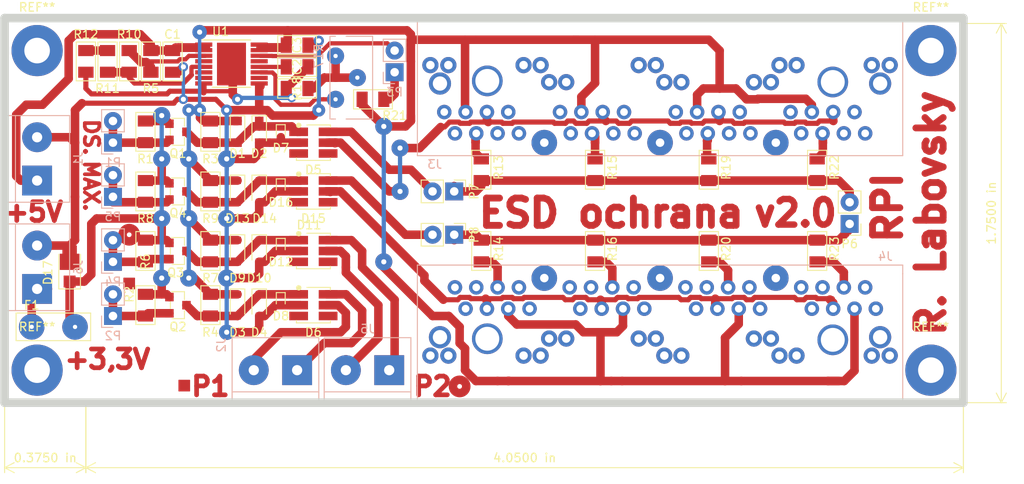
<source format=kicad_pcb>
(kicad_pcb (version 20171130) (host pcbnew "(5.1.6)-1")

  (general
    (thickness 1.6)
    (drawings 22)
    (tracks 576)
    (zones 0)
    (modules 67)
    (nets 64)
  )

  (page A4)
  (layers
    (0 F.Cu signal)
    (31 B.Cu signal)
    (32 B.Adhes user)
    (33 F.Adhes user)
    (34 B.Paste user)
    (35 F.Paste user)
    (36 B.SilkS user)
    (37 F.SilkS user)
    (38 B.Mask user)
    (39 F.Mask user)
    (40 Dwgs.User user)
    (41 Cmts.User user)
    (42 Eco1.User user)
    (43 Eco2.User user)
    (44 Edge.Cuts user)
    (45 Margin user)
    (46 B.CrtYd user)
    (47 F.CrtYd user)
    (48 B.Fab user hide)
    (49 F.Fab user hide)
  )

  (setup
    (last_trace_width 0.55)
    (user_trace_width 0.34)
    (user_trace_width 0.35)
    (user_trace_width 0.36)
    (user_trace_width 0.37)
    (user_trace_width 0.38)
    (user_trace_width 0.39)
    (user_trace_width 0.4)
    (user_trace_width 0.41)
    (user_trace_width 0.42)
    (user_trace_width 0.43)
    (user_trace_width 0.44)
    (user_trace_width 0.45)
    (user_trace_width 0.46)
    (user_trace_width 0.47)
    (user_trace_width 0.48)
    (user_trace_width 0.49)
    (user_trace_width 0.5)
    (user_trace_width 0.55)
    (user_trace_width 0.6)
    (user_trace_width 0.7)
    (user_trace_width 0.8)
    (user_trace_width 0.9)
    (user_trace_width 1)
    (trace_clearance 0.2)
    (zone_clearance 0.508)
    (zone_45_only no)
    (trace_min 0.2)
    (via_size 0.8)
    (via_drill 0.4)
    (via_min_size 0.4)
    (via_min_drill 0.3)
    (user_via 2 0.9)
    (uvia_size 0.3)
    (uvia_drill 0.1)
    (uvias_allowed no)
    (uvia_min_size 0.2)
    (uvia_min_drill 0.1)
    (edge_width 0.05)
    (segment_width 0.2)
    (pcb_text_width 0.3)
    (pcb_text_size 1.5 1.5)
    (mod_edge_width 0.12)
    (mod_text_size 1 1)
    (mod_text_width 0.15)
    (pad_size 3 3)
    (pad_drill 0.5)
    (pad_to_mask_clearance 0.051)
    (solder_mask_min_width 0.25)
    (aux_axis_origin 170.18 83.82)
    (visible_elements 7FFFFFFF)
    (pcbplotparams
      (layerselection 0x00000_7fffffff)
      (usegerberextensions false)
      (usegerberattributes false)
      (usegerberadvancedattributes false)
      (creategerberjobfile false)
      (excludeedgelayer false)
      (linewidth 0.100000)
      (plotframeref false)
      (viasonmask true)
      (mode 1)
      (useauxorigin false)
      (hpglpennumber 1)
      (hpglpenspeed 20)
      (hpglpendiameter 15.000000)
      (psnegative false)
      (psa4output false)
      (plotreference false)
      (plotvalue false)
      (plotinvisibletext false)
      (padsonsilk true)
      (subtractmaskfromsilk false)
      (outputformat 5)
      (mirror true)
      (drillshape 1)
      (scaleselection 1)
      (outputdirectory "D:/kicad/thomas_thermostat/esd_protection_1_wire_rpi/esd_protection_1_wire_rpi_v6/export/mirror/"))
  )

  (net 0 "")
  (net 1 +5V)
  (net 2 "Net-(D1-Pad2)")
  (net 3 GND)
  (net 4 "Net-(D3-Pad2)")
  (net 5 "Net-(D5-Pad3)")
  (net 6 "Net-(D5-Pad4)")
  (net 7 "Net-(D6-Pad6)")
  (net 8 "Net-(D6-Pad4)")
  (net 9 "Net-(D6-Pad3)")
  (net 10 "Net-(J3-Pad7)")
  (net 11 "Net-(J3-Pad6)")
  (net 12 "Net-(J3-Pad2)")
  (net 13 "Net-(J3-Pad1)")
  (net 14 "Net-(J3-Pad8)")
  (net 15 /GPIO4)
  (net 16 +3V3)
  (net 17 "Net-(J3-Pad12)")
  (net 18 "Net-(J3-Pad11)")
  (net 19 "Net-(J3-Pad10)")
  (net 20 "Net-(J3-Pad9)")
  (net 21 "Net-(J4-Pad12)")
  (net 22 "Net-(J4-Pad11)")
  (net 23 "Net-(J4-Pad10)")
  (net 24 "Net-(J4-Pad9)")
  (net 25 "Net-(J4-Pad7)")
  (net 26 "Net-(J4-Pad6)")
  (net 27 "Net-(J4-Pad1)")
  (net 28 "Net-(J4-Pad8)")
  (net 29 "Net-(J4-Pad2)")
  (net 30 /data_ds18b20)
  (net 31 "Net-(D10-Pad1)")
  (net 32 "Net-(D11-Pad3)")
  (net 33 "Net-(D11-Pad4)")
  (net 34 "Net-(D11-Pad6)")
  (net 35 "Net-(D13-Pad2)")
  (net 36 "Net-(D15-Pad3)")
  (net 37 "Net-(D15-Pad4)")
  (net 38 /data_max31850k)
  (net 39 /GPIO_17)
  (net 40 /GPIO_27)
  (net 41 "Net-(D5-Pad6)")
  (net 42 "Net-(D15-Pad6)")
  (net 43 /GPIO5)
  (net 44 "Net-(C1-Pad1)")
  (net 45 "Net-(C2-Pad2)")
  (net 46 "Net-(C2-Pad1)")
  (net 47 "Net-(F1-Pad1)")
  (net 48 "Net-(J3-Pad4)")
  (net 49 "Net-(J4-Pad4)")
  (net 50 "Net-(P3-Pad2)")
  (net 51 "Net-(P3-Pad1)")
  (net 52 "Net-(R10-Pad1)")
  (net 53 "Net-(R10-Pad2)")
  (net 54 "Net-(R11-Pad2)")
  (net 55 "Net-(R17-Pad2)")
  (net 56 "Net-(R17-Pad1)")
  (net 57 "Net-(U1-Pad6)")
  (net 58 "Net-(U1-Pad4)")
  (net 59 "Net-(U1-Pad7)")
  (net 60 "Net-(U1-Pad10)")
  (net 61 "Net-(U1-Pad13)")
  (net 62 "Net-(D6-Pad5)")
  (net 63 "Net-(D11-Pad5)")

  (net_class Default "This is the default net class."
    (clearance 0.2)
    (trace_width 0.25)
    (via_dia 0.8)
    (via_drill 0.4)
    (uvia_dia 0.3)
    (uvia_drill 0.1)
    (add_net +3V3)
    (add_net +5V)
    (add_net /GPIO4)
    (add_net /GPIO5)
    (add_net /GPIO_17)
    (add_net /GPIO_27)
    (add_net /data_ds18b20)
    (add_net /data_max31850k)
    (add_net GND)
    (add_net "Net-(C1-Pad1)")
    (add_net "Net-(C2-Pad1)")
    (add_net "Net-(C2-Pad2)")
    (add_net "Net-(D1-Pad2)")
    (add_net "Net-(D10-Pad1)")
    (add_net "Net-(D11-Pad3)")
    (add_net "Net-(D11-Pad4)")
    (add_net "Net-(D11-Pad5)")
    (add_net "Net-(D11-Pad6)")
    (add_net "Net-(D13-Pad2)")
    (add_net "Net-(D15-Pad3)")
    (add_net "Net-(D15-Pad4)")
    (add_net "Net-(D15-Pad6)")
    (add_net "Net-(D3-Pad2)")
    (add_net "Net-(D5-Pad3)")
    (add_net "Net-(D5-Pad4)")
    (add_net "Net-(D5-Pad6)")
    (add_net "Net-(D6-Pad3)")
    (add_net "Net-(D6-Pad4)")
    (add_net "Net-(D6-Pad5)")
    (add_net "Net-(D6-Pad6)")
    (add_net "Net-(F1-Pad1)")
    (add_net "Net-(J3-Pad1)")
    (add_net "Net-(J3-Pad10)")
    (add_net "Net-(J3-Pad11)")
    (add_net "Net-(J3-Pad12)")
    (add_net "Net-(J3-Pad2)")
    (add_net "Net-(J3-Pad4)")
    (add_net "Net-(J3-Pad6)")
    (add_net "Net-(J3-Pad7)")
    (add_net "Net-(J3-Pad8)")
    (add_net "Net-(J3-Pad9)")
    (add_net "Net-(J4-Pad1)")
    (add_net "Net-(J4-Pad10)")
    (add_net "Net-(J4-Pad11)")
    (add_net "Net-(J4-Pad12)")
    (add_net "Net-(J4-Pad2)")
    (add_net "Net-(J4-Pad4)")
    (add_net "Net-(J4-Pad6)")
    (add_net "Net-(J4-Pad7)")
    (add_net "Net-(J4-Pad8)")
    (add_net "Net-(J4-Pad9)")
    (add_net "Net-(P3-Pad1)")
    (add_net "Net-(P3-Pad2)")
    (add_net "Net-(R10-Pad1)")
    (add_net "Net-(R10-Pad2)")
    (add_net "Net-(R11-Pad2)")
    (add_net "Net-(R17-Pad1)")
    (add_net "Net-(R17-Pad2)")
    (add_net "Net-(U1-Pad10)")
    (add_net "Net-(U1-Pad13)")
    (add_net "Net-(U1-Pad4)")
    (add_net "Net-(U1-Pad6)")
    (add_net "Net-(U1-Pad7)")
  )

  (module packages_tsoc_rl:tsoc_6_rl (layer F.Cu) (tedit 5F18B52B) (tstamp 5F093487)
    (at 83.82 101.6)
    (path /5E6FE816)
    (fp_text reference D6 (at 0 3.175) (layer F.SilkS)
      (effects (font (size 1 1) (thickness 0.15)))
    )
    (fp_text value DS9503_rl (at 0 3.048) (layer F.Fab)
      (effects (font (size 1 1) (thickness 0.15)))
    )
    (fp_circle (center -1.7145 -2.032) (end -1.7145 -1.9685) (layer F.SilkS) (width 0.12))
    (fp_circle (center -1.7145 -2.032) (end -1.651 -1.905) (layer F.SilkS) (width 0.12))
    (fp_circle (center -1.7145 -2.032) (end -1.9685 -2.032) (layer F.SilkS) (width 0.12))
    (fp_line (start 1.88 -1.97) (end 1.88 1.97) (layer F.Fab) (width 0.1))
    (fp_line (start -0.762 -2.08) (end 1.99 -2.08) (layer F.SilkS) (width 0.12))
    (fp_line (start -1.88 -1.27) (end -1.88 1.97) (layer F.Fab) (width 0.1))
    (fp_line (start -1.88 1.97) (end 1.88 1.97) (layer F.Fab) (width 0.1))
    (fp_line (start -1.18 -1.97) (end 1.88 -1.97) (layer F.Fab) (width 0.1))
    (fp_line (start -2.9972 -2.22) (end 2.9972 -2.22) (layer F.CrtYd) (width 0.05))
    (fp_line (start -1.99 1.795) (end -1.99 2.08) (layer F.SilkS) (width 0.12))
    (fp_line (start -2.9972 2.22) (end 2.9972 2.22) (layer F.CrtYd) (width 0.05))
    (fp_line (start -1.99 2.08) (end 1.99 2.08) (layer F.SilkS) (width 0.12))
    (fp_line (start 1.99 1.795) (end 1.99 2.08) (layer F.SilkS) (width 0.12))
    (fp_line (start 1.99 -2.08) (end 1.99 -1.795) (layer F.SilkS) (width 0.12))
    (fp_line (start 2.9972 -2.22) (end 2.9972 2.22) (layer F.CrtYd) (width 0.05))
    (fp_line (start -2.9972 -2.22) (end -2.9972 2.22) (layer F.CrtYd) (width 0.05))
    (fp_line (start -1.88 -1.27) (end -1.18 -1.97) (layer F.Fab) (width 0.1))
    (fp_text user %R (at 0 0) (layer F.Fab)
      (effects (font (size 0.7 0.7) (thickness 0.127)))
    )
    (pad 2 smd rect (at -1.7272 0) (size 2.2 1) (layers F.Cu F.Paste F.Mask)
      (net 3 GND))
    (pad 3 smd rect (at -1.7272 1.27) (size 2.2 1) (layers F.Cu F.Paste F.Mask)
      (net 9 "Net-(D6-Pad3)"))
    (pad 1 smd rect (at -1.7272 -1.27) (size 2.2 1) (layers F.Cu F.Paste F.Mask)
      (net 4 "Net-(D3-Pad2)"))
    (pad 4 smd rect (at 1.7272 1.27) (size 2.2 1) (layers F.Cu F.Paste F.Mask)
      (net 8 "Net-(D6-Pad4)"))
    (pad 5 smd rect (at 1.7272 0) (size 2.2 1) (layers F.Cu F.Paste F.Mask)
      (net 62 "Net-(D6-Pad5)"))
    (pad 6 smd rect (at 1.7272 -1.27) (size 2.2 1) (layers F.Cu F.Paste F.Mask)
      (net 7 "Net-(D6-Pad6)"))
  )

  (module packages_tsoc_rl:tsoc_6_rl (layer F.Cu) (tedit 5F18B52B) (tstamp 5F09A7CA)
    (at 83.82 95.25)
    (path /5EDF8A01)
    (fp_text reference D11 (at -0.508 -3.048) (layer F.SilkS)
      (effects (font (size 1 1) (thickness 0.15)))
    )
    (fp_text value DS9503_rl (at 0 3.048) (layer F.Fab)
      (effects (font (size 1 1) (thickness 0.15)))
    )
    (fp_circle (center -1.7145 -2.032) (end -1.7145 -1.9685) (layer F.SilkS) (width 0.12))
    (fp_circle (center -1.7145 -2.032) (end -1.651 -1.905) (layer F.SilkS) (width 0.12))
    (fp_circle (center -1.7145 -2.032) (end -1.9685 -2.032) (layer F.SilkS) (width 0.12))
    (fp_line (start 1.88 -1.97) (end 1.88 1.97) (layer F.Fab) (width 0.1))
    (fp_line (start -0.762 -2.08) (end 1.99 -2.08) (layer F.SilkS) (width 0.12))
    (fp_line (start -1.88 -1.27) (end -1.88 1.97) (layer F.Fab) (width 0.1))
    (fp_line (start -1.88 1.97) (end 1.88 1.97) (layer F.Fab) (width 0.1))
    (fp_line (start -1.18 -1.97) (end 1.88 -1.97) (layer F.Fab) (width 0.1))
    (fp_line (start -2.9972 -2.22) (end 2.9972 -2.22) (layer F.CrtYd) (width 0.05))
    (fp_line (start -1.99 1.795) (end -1.99 2.08) (layer F.SilkS) (width 0.12))
    (fp_line (start -2.9972 2.22) (end 2.9972 2.22) (layer F.CrtYd) (width 0.05))
    (fp_line (start -1.99 2.08) (end 1.99 2.08) (layer F.SilkS) (width 0.12))
    (fp_line (start 1.99 1.795) (end 1.99 2.08) (layer F.SilkS) (width 0.12))
    (fp_line (start 1.99 -2.08) (end 1.99 -1.795) (layer F.SilkS) (width 0.12))
    (fp_line (start 2.9972 -2.22) (end 2.9972 2.22) (layer F.CrtYd) (width 0.05))
    (fp_line (start -2.9972 -2.22) (end -2.9972 2.22) (layer F.CrtYd) (width 0.05))
    (fp_line (start -1.88 -1.27) (end -1.18 -1.97) (layer F.Fab) (width 0.1))
    (fp_text user %R (at 0 0) (layer F.Fab)
      (effects (font (size 0.7 0.7) (thickness 0.127)))
    )
    (pad 2 smd rect (at -1.7272 0) (size 2.2 1) (layers F.Cu F.Paste F.Mask)
      (net 3 GND))
    (pad 3 smd rect (at -1.7272 1.27) (size 2.2 1) (layers F.Cu F.Paste F.Mask)
      (net 32 "Net-(D11-Pad3)"))
    (pad 1 smd rect (at -1.7272 -1.27) (size 2.2 1) (layers F.Cu F.Paste F.Mask)
      (net 31 "Net-(D10-Pad1)"))
    (pad 4 smd rect (at 1.7272 1.27) (size 2.2 1) (layers F.Cu F.Paste F.Mask)
      (net 33 "Net-(D11-Pad4)"))
    (pad 5 smd rect (at 1.7272 0) (size 2.2 1) (layers F.Cu F.Paste F.Mask)
      (net 63 "Net-(D11-Pad5)"))
    (pad 6 smd rect (at 1.7272 -1.27) (size 2.2 1) (layers F.Cu F.Paste F.Mask)
      (net 34 "Net-(D11-Pad6)"))
  )

  (module packages_tsoc_rl:tsoc_6_rl (layer F.Cu) (tedit 5F18B52B) (tstamp 5F094FAA)
    (at 83.82 88.265)
    (path /5EE25305)
    (fp_text reference D15 (at 0 3.175) (layer F.SilkS)
      (effects (font (size 1 1) (thickness 0.15)))
    )
    (fp_text value DS9503_rl (at 0 3.048) (layer F.Fab)
      (effects (font (size 1 1) (thickness 0.15)))
    )
    (fp_circle (center -1.7145 -2.032) (end -1.7145 -1.9685) (layer F.SilkS) (width 0.12))
    (fp_circle (center -1.7145 -2.032) (end -1.651 -1.905) (layer F.SilkS) (width 0.12))
    (fp_circle (center -1.7145 -2.032) (end -1.9685 -2.032) (layer F.SilkS) (width 0.12))
    (fp_line (start 1.88 -1.97) (end 1.88 1.97) (layer F.Fab) (width 0.1))
    (fp_line (start -0.762 -2.08) (end 1.99 -2.08) (layer F.SilkS) (width 0.12))
    (fp_line (start -1.88 -1.27) (end -1.88 1.97) (layer F.Fab) (width 0.1))
    (fp_line (start -1.88 1.97) (end 1.88 1.97) (layer F.Fab) (width 0.1))
    (fp_line (start -1.18 -1.97) (end 1.88 -1.97) (layer F.Fab) (width 0.1))
    (fp_line (start -2.9972 -2.22) (end 2.9972 -2.22) (layer F.CrtYd) (width 0.05))
    (fp_line (start -1.99 1.795) (end -1.99 2.08) (layer F.SilkS) (width 0.12))
    (fp_line (start -2.9972 2.22) (end 2.9972 2.22) (layer F.CrtYd) (width 0.05))
    (fp_line (start -1.99 2.08) (end 1.99 2.08) (layer F.SilkS) (width 0.12))
    (fp_line (start 1.99 1.795) (end 1.99 2.08) (layer F.SilkS) (width 0.12))
    (fp_line (start 1.99 -2.08) (end 1.99 -1.795) (layer F.SilkS) (width 0.12))
    (fp_line (start 2.9972 -2.22) (end 2.9972 2.22) (layer F.CrtYd) (width 0.05))
    (fp_line (start -2.9972 -2.22) (end -2.9972 2.22) (layer F.CrtYd) (width 0.05))
    (fp_line (start -1.88 -1.27) (end -1.18 -1.97) (layer F.Fab) (width 0.1))
    (fp_text user %R (at 0 0) (layer F.Fab)
      (effects (font (size 0.7 0.7) (thickness 0.127)))
    )
    (pad 2 smd rect (at -1.7272 0) (size 2.2 1) (layers F.Cu F.Paste F.Mask)
      (net 3 GND))
    (pad 3 smd rect (at -1.7272 1.27) (size 2.2 1) (layers F.Cu F.Paste F.Mask)
      (net 36 "Net-(D15-Pad3)"))
    (pad 1 smd rect (at -1.7272 -1.27) (size 2.2 1) (layers F.Cu F.Paste F.Mask)
      (net 35 "Net-(D13-Pad2)"))
    (pad 4 smd rect (at 1.7272 1.27) (size 2.2 1) (layers F.Cu F.Paste F.Mask)
      (net 37 "Net-(D15-Pad4)"))
    (pad 5 smd rect (at 1.7272 0) (size 2.2 1) (layers F.Cu F.Paste F.Mask)
      (net 3 GND))
    (pad 6 smd rect (at 1.7272 -1.27) (size 2.2 1) (layers F.Cu F.Paste F.Mask)
      (net 42 "Net-(D15-Pad6)"))
  )

  (module packages_tsoc_rl:tsoc_6_rl (layer F.Cu) (tedit 5F18B52B) (tstamp 5E7A69FC)
    (at 83.82 82.55)
    (path /5E6F8E83)
    (fp_text reference D5 (at 0 3.175) (layer F.SilkS)
      (effects (font (size 1 1) (thickness 0.15)))
    )
    (fp_text value DS9503_rl (at 0 3.048) (layer F.Fab)
      (effects (font (size 1 1) (thickness 0.15)))
    )
    (fp_circle (center -1.7145 -2.032) (end -1.7145 -1.9685) (layer F.SilkS) (width 0.12))
    (fp_circle (center -1.7145 -2.032) (end -1.651 -1.905) (layer F.SilkS) (width 0.12))
    (fp_circle (center -1.7145 -2.032) (end -1.9685 -2.032) (layer F.SilkS) (width 0.12))
    (fp_line (start 1.88 -1.97) (end 1.88 1.97) (layer F.Fab) (width 0.1))
    (fp_line (start -0.762 -2.08) (end 1.99 -2.08) (layer F.SilkS) (width 0.12))
    (fp_line (start -1.88 -1.27) (end -1.88 1.97) (layer F.Fab) (width 0.1))
    (fp_line (start -1.88 1.97) (end 1.88 1.97) (layer F.Fab) (width 0.1))
    (fp_line (start -1.18 -1.97) (end 1.88 -1.97) (layer F.Fab) (width 0.1))
    (fp_line (start -2.9972 -2.22) (end 2.9972 -2.22) (layer F.CrtYd) (width 0.05))
    (fp_line (start -1.99 1.795) (end -1.99 2.08) (layer F.SilkS) (width 0.12))
    (fp_line (start -2.9972 2.22) (end 2.9972 2.22) (layer F.CrtYd) (width 0.05))
    (fp_line (start -1.99 2.08) (end 1.99 2.08) (layer F.SilkS) (width 0.12))
    (fp_line (start 1.99 1.795) (end 1.99 2.08) (layer F.SilkS) (width 0.12))
    (fp_line (start 1.99 -2.08) (end 1.99 -1.795) (layer F.SilkS) (width 0.12))
    (fp_line (start 2.9972 -2.22) (end 2.9972 2.22) (layer F.CrtYd) (width 0.05))
    (fp_line (start -2.9972 -2.22) (end -2.9972 2.22) (layer F.CrtYd) (width 0.05))
    (fp_line (start -1.88 -1.27) (end -1.18 -1.97) (layer F.Fab) (width 0.1))
    (fp_text user %R (at 0 0) (layer F.Fab)
      (effects (font (size 0.7 0.7) (thickness 0.127)))
    )
    (pad 2 smd rect (at -1.7272 0) (size 2.2 1) (layers F.Cu F.Paste F.Mask)
      (net 3 GND))
    (pad 3 smd rect (at -1.7272 1.27) (size 2.2 1) (layers F.Cu F.Paste F.Mask)
      (net 5 "Net-(D5-Pad3)"))
    (pad 1 smd rect (at -1.7272 -1.27) (size 2.2 1) (layers F.Cu F.Paste F.Mask)
      (net 2 "Net-(D1-Pad2)"))
    (pad 4 smd rect (at 1.7272 1.27) (size 2.2 1) (layers F.Cu F.Paste F.Mask)
      (net 6 "Net-(D5-Pad4)"))
    (pad 5 smd rect (at 1.7272 0) (size 2.2 1) (layers F.Cu F.Paste F.Mask)
      (net 3 GND))
    (pad 6 smd rect (at 1.7272 -1.27) (size 2.2 1) (layers F.Cu F.Paste F.Mask)
      (net 41 "Net-(D5-Pad6)"))
  )

  (module connectors_rl:1x4_rj45_MC001523_rl (layer B.Cu) (tedit 5F18AF49) (tstamp 5E74B345)
    (at 124.46 98.425 180)
    (path /5E80019D)
    (fp_text reference J4 (at -26.416 2.54) (layer B.SilkS)
      (effects (font (size 1 1) (thickness 0.15)) (justify mirror))
    )
    (fp_text value 1x4_rj45_rl (at 0 -16.764) (layer B.Fab)
      (effects (font (size 1 1) (thickness 0.15)) (justify mirror))
    )
    (fp_line (start 28.448 1.524) (end -28.448 1.524) (layer B.Fab) (width 0.12))
    (fp_line (start 28.449158 -14.471921) (end 28.448 1.524) (layer B.Fab) (width 0.12))
    (fp_line (start -28.453635 -14.480526) (end 28.449158 -14.471921) (layer B.Fab) (width 0.12))
    (fp_line (start -28.448 1.524) (end -28.453635 -14.480526) (layer B.Fab) (width 0.12))
    (fp_line (start -28.449388 -14.479192) (end -28.448 1.524) (layer B.CrtYd) (width 0.12))
    (fp_line (start 28.444348 -14.47391) (end -28.449388 -14.479192) (layer B.CrtYd) (width 0.12))
    (fp_line (start 28.448 1.524) (end 28.444348 -14.47391) (layer B.CrtYd) (width 0.12))
    (fp_line (start -28.448 1.524) (end 28.448 1.524) (layer B.CrtYd) (width 0.12))
    (fp_line (start -28.448 -14.478) (end -28.448 0.508) (layer B.SilkS) (width 0.12))
    (fp_line (start 28.448 -14.476) (end -28.448 -14.478) (layer B.SilkS) (width 0.12))
    (fp_line (start 28.448 1.524) (end 28.448 -14.476) (layer B.SilkS) (width 0.12))
    (fp_line (start -28.448 1.524) (end 28.448 1.524) (layer B.SilkS) (width 0.12))
    (fp_line (start -28.448 0.508) (end -28.448 1.524) (layer B.SilkS) (width 0.12))
    (fp_text user %R (at 0 -12.7) (layer B.Fab)
      (effects (font (size 1 1) (thickness 0.15)) (justify mirror))
    )
    (pad 12 thru_hole circle (at -0.5 -9.09) (size 1.9 1.9) (drill 1) (layers *.Cu *.Mask)
      (net 21 "Net-(J4-Pad12)"))
    (pad 11 thru_hole circle (at -2.5 -9.09 180) (size 1.9 1.9) (drill 1) (layers *.Cu *.Mask)
      (net 22 "Net-(J4-Pad11)"))
    (pad 10 thru_hole circle (at 2.5 -7.09 180) (size 1.9 1.9) (drill 1) (layers *.Cu *.Mask)
      (net 23 "Net-(J4-Pad10)"))
    (pad 9 thru_hole circle (at 0.5 -7.09) (size 1.9 1.9) (drill 1) (layers *.Cu *.Mask)
      (net 24 "Net-(J4-Pad9)"))
    (pad 12 thru_hole circle (at 26.924 -9.09 180) (size 1.9 1.9) (drill 1) (layers *.Cu *.Mask)
      (net 21 "Net-(J4-Pad12)"))
    (pad 11 thru_hole circle (at 24.8158 -9.09 180) (size 1.9 1.9) (drill 1) (layers *.Cu *.Mask)
      (net 22 "Net-(J4-Pad11)"))
    (pad 12 thru_hole circle (at 13 -7.09 180) (size 1.9 1.9) (drill 1) (layers *.Cu *.Mask)
      (net 21 "Net-(J4-Pad12)"))
    (pad 11 thru_hole circle (at 11 -7.09 90) (size 1.9 1.9) (drill 1) (layers *.Cu *.Mask)
      (net 22 "Net-(J4-Pad11)"))
    (pad 9 thru_hole circle (at 14 -9.09 90) (size 1.9 1.9) (drill 1) (layers *.Cu *.Mask)
      (net 24 "Net-(J4-Pad9)"))
    (pad 10 thru_hole circle (at 16 -9.09 180) (size 1.9 1.9) (drill 1) (layers *.Cu *.Mask)
      (net 23 "Net-(J4-Pad10)"))
    (pad 10 thru_hole circle (at -11 -7.09 180) (size 1.9 1.9) (drill 1) (layers *.Cu *.Mask)
      (net 23 "Net-(J4-Pad10)"))
    (pad 9 thru_hole circle (at -13 -7.09 180) (size 1.9 1.9) (drill 1) (layers *.Cu *.Mask)
      (net 24 "Net-(J4-Pad9)"))
    (pad 12 thru_hole circle (at -14 -9.09 90) (size 1.9 1.9) (drill 1) (layers *.Cu *.Mask)
      (net 21 "Net-(J4-Pad12)"))
    (pad 11 thru_hole circle (at -16 -9.09 180) (size 1.9 1.9) (drill 1) (layers *.Cu *.Mask)
      (net 22 "Net-(J4-Pad11)"))
    (pad 10 thru_hole circle (at -24.8158 -9.09 180) (size 1.9 1.9) (drill 1) (layers *.Cu *.Mask)
      (net 23 "Net-(J4-Pad10)"))
    (pad 9 thru_hole circle (at -26.924 -9.09 180) (size 1.9 1.9) (drill 1) (layers *.Cu *.Mask)
      (net 24 "Net-(J4-Pad9)"))
    (pad "" np_thru_hole circle (at 20.25 -7.112 180) (size 3.6 3.6) (drill 2.8) (layers *.Cu *.Mask))
    (pad "" np_thru_hole circle (at -20.25 -7.239 180) (size 3.6 3.6) (drill 2.8) (layers *.Cu *.Mask))
    (pad 7 thru_hole circle (at 22.795 -3.59 180) (size 1.7 1.7) (drill 0.9) (layers *.Cu *.Mask)
      (net 25 "Net-(J4-Pad7)"))
    (pad 3 thru_hole circle (at 17.795 -3.59 90) (size 1.7 1.7) (drill 0.9) (layers *.Cu *.Mask)
      (net 1 +5V))
    (pad 4 thru_hole circle (at 19.045 -1.09 180) (size 1.7 1.7) (drill 0.9) (layers *.Cu *.Mask)
      (net 49 "Net-(J4-Pad4)"))
    (pad 6 thru_hole circle (at 21.545 -1.09 180) (size 1.7 1.7) (drill 0.9) (layers *.Cu *.Mask)
      (net 26 "Net-(J4-Pad6)"))
    (pad 1 thru_hole circle (at 15.295 -3.59 180) (size 1.7 1.7) (drill 0.9) (layers *.Cu *.Mask)
      (net 27 "Net-(J4-Pad1)"))
    (pad 8 thru_hole circle (at 24.045 -1.09 180) (size 1.7 1.7) (drill 0.9) (layers *.Cu *.Mask)
      (net 28 "Net-(J4-Pad8)"))
    (pad 2 thru_hole circle (at 16.545 -1.09 180) (size 1.7 1.7) (drill 0.9) (layers *.Cu *.Mask)
      (net 29 "Net-(J4-Pad2)"))
    (pad 5 thru_hole circle (at 20.295 -3.59 180) (size 1.7 1.7) (drill 0.9) (layers *.Cu *.Mask)
      (net 3 GND))
    (pad 7 thru_hole circle (at -17.795 -3.59 180) (size 1.7 1.7) (drill 0.9) (layers *.Cu *.Mask)
      (net 25 "Net-(J4-Pad7)"))
    (pad 3 thru_hole circle (at -22.795 -3.59 180) (size 1.7 1.7) (drill 0.9) (layers *.Cu *.Mask)
      (net 1 +5V))
    (pad 4 thru_hole circle (at -21.545 -1.09 180) (size 1.7 1.7) (drill 0.9) (layers *.Cu *.Mask)
      (net 49 "Net-(J4-Pad4)"))
    (pad 6 thru_hole circle (at -19.045 -1.09 180) (size 1.7 1.7) (drill 0.9) (layers *.Cu *.Mask)
      (net 26 "Net-(J4-Pad6)"))
    (pad 1 thru_hole circle (at -25.295 -3.59 180) (size 1.7 1.7) (drill 0.9) (layers *.Cu *.Mask)
      (net 27 "Net-(J4-Pad1)"))
    (pad 8 thru_hole circle (at -16.545 -1.09 180) (size 1.7 1.7) (drill 0.9) (layers *.Cu *.Mask)
      (net 28 "Net-(J4-Pad8)"))
    (pad 2 thru_hole circle (at -24.045 -1.09 180) (size 1.7 1.7) (drill 0.9) (layers *.Cu *.Mask)
      (net 29 "Net-(J4-Pad2)"))
    (pad 5 thru_hole circle (at -20.295 -3.59 180) (size 1.7 1.7) (drill 0.9) (layers *.Cu *.Mask)
      (net 3 GND))
    (pad 6 thru_hole circle (at -5.475 -1.09 180) (size 1.7 1.7) (drill 0.9) (layers *.Cu *.Mask)
      (net 26 "Net-(J4-Pad6)"))
    (pad 2 thru_hole circle (at -10.475 -1.09 180) (size 1.7 1.7) (drill 0.9) (layers *.Cu *.Mask)
      (net 29 "Net-(J4-Pad2)"))
    (pad 5 thru_hole circle (at -6.725 -3.59 180) (size 1.7 1.7) (drill 0.9) (layers *.Cu *.Mask)
      (net 3 GND))
    (pad 8 thru_hole circle (at -2.975 -1.09 180) (size 1.7 1.7) (drill 0.9) (layers *.Cu *.Mask)
      (net 28 "Net-(J4-Pad8)"))
    (pad 1 thru_hole circle (at -11.725 -3.59 180) (size 1.7 1.7) (drill 0.9) (layers *.Cu *.Mask)
      (net 27 "Net-(J4-Pad1)"))
    (pad 4 thru_hole circle (at -7.975 -1.09 180) (size 1.7 1.7) (drill 0.9) (layers *.Cu *.Mask)
      (net 49 "Net-(J4-Pad4)"))
    (pad 3 thru_hole circle (at -9.225 -3.59 180) (size 1.7 1.7) (drill 0.9) (layers *.Cu *.Mask)
      (net 1 +5V))
    (pad 7 thru_hole circle (at -4.225 -3.59 180) (size 1.7 1.7) (drill 0.9) (layers *.Cu *.Mask)
      (net 25 "Net-(J4-Pad7)"))
    (pad "" np_thru_hole circle (at -25.8 -6.93 180) (size 2.6 2.6) (drill 1.68) (layers *.Cu *.Mask))
    (pad "" np_thru_hole circle (at 25.8 -6.93 180) (size 2.6 2.6) (drill 1.68) (layers *.Cu *.Mask))
    (pad "" np_thru_hole circle (at -13.57 0 180) (size 3 3) (drill 1) (layers *.Cu *.Mask))
    (pad "" np_thru_hole circle (at 13.57 0 180) (size 3 3) (drill 1) (layers *.Cu *.Mask))
    (pad 7 thru_hole circle (at 9.345 -3.59 180) (size 1.7 1.7) (drill 0.9) (layers *.Cu *.Mask)
      (net 25 "Net-(J4-Pad7)"))
    (pad 4 thru_hole circle (at 5.595 -1.09 180) (size 1.7 1.7) (drill 0.9) (layers *.Cu *.Mask)
      (net 49 "Net-(J4-Pad4)"))
    (pad 1 thru_hole circle (at 1.845 -3.59 180) (size 1.7 1.7) (drill 0.9) (layers *.Cu *.Mask)
      (net 27 "Net-(J4-Pad1)"))
    (pad 8 thru_hole circle (at 10.595 -1.09 180) (size 1.7 1.7) (drill 0.9) (layers *.Cu *.Mask)
      (net 28 "Net-(J4-Pad8)"))
    (pad 5 thru_hole circle (at 6.845 -3.59 180) (size 1.7 1.7) (drill 0.9) (layers *.Cu *.Mask)
      (net 3 GND))
    (pad 3 thru_hole circle (at 4.345 -3.59 180) (size 1.7 1.7) (drill 0.9) (layers *.Cu *.Mask)
      (net 1 +5V))
    (pad 6 thru_hole circle (at 8.095 -1.09 180) (size 1.7 1.7) (drill 0.9) (layers *.Cu *.Mask)
      (net 26 "Net-(J4-Pad6)"))
    (pad 2 thru_hole circle (at 3.095 -1.09 180) (size 1.7 1.7) (drill 0.9) (layers *.Cu *.Mask)
      (net 29 "Net-(J4-Pad2)"))
    (pad "" np_thru_hole circle (at 0 0 180) (size 3 3) (drill 1) (layers *.Cu *.Mask))
  )

  (module connectors_rl:1x4_rj45_MC001523_rl (layer B.Cu) (tedit 5F18AF49) (tstamp 5F099DED)
    (at 124.46 82.55)
    (path /5E7FD3A5)
    (fp_text reference J3 (at -26.416 2.54) (layer B.SilkS)
      (effects (font (size 1 1) (thickness 0.15)) (justify mirror))
    )
    (fp_text value 1x4_rj45_rl (at 0 -16.764) (layer B.Fab)
      (effects (font (size 1 1) (thickness 0.15)) (justify mirror))
    )
    (fp_line (start 28.448 1.524) (end -28.448 1.524) (layer B.Fab) (width 0.12))
    (fp_line (start 28.449158 -14.471921) (end 28.448 1.524) (layer B.Fab) (width 0.12))
    (fp_line (start -28.453635 -14.480526) (end 28.449158 -14.471921) (layer B.Fab) (width 0.12))
    (fp_line (start -28.448 1.524) (end -28.453635 -14.480526) (layer B.Fab) (width 0.12))
    (fp_line (start -28.449388 -14.479192) (end -28.448 1.524) (layer B.CrtYd) (width 0.12))
    (fp_line (start 28.444348 -14.47391) (end -28.449388 -14.479192) (layer B.CrtYd) (width 0.12))
    (fp_line (start 28.448 1.524) (end 28.444348 -14.47391) (layer B.CrtYd) (width 0.12))
    (fp_line (start -28.448 1.524) (end 28.448 1.524) (layer B.CrtYd) (width 0.12))
    (fp_line (start -28.448 -14.478) (end -28.448 0.508) (layer B.SilkS) (width 0.12))
    (fp_line (start 28.448 -14.476) (end -28.448 -14.478) (layer B.SilkS) (width 0.12))
    (fp_line (start 28.448 1.524) (end 28.448 -14.476) (layer B.SilkS) (width 0.12))
    (fp_line (start -28.448 1.524) (end 28.448 1.524) (layer B.SilkS) (width 0.12))
    (fp_line (start -28.448 0.508) (end -28.448 1.524) (layer B.SilkS) (width 0.12))
    (fp_text user %R (at 0 -12.7) (layer B.Fab)
      (effects (font (size 1 1) (thickness 0.15)) (justify mirror))
    )
    (pad 12 thru_hole circle (at -0.5 -9.09 180) (size 1.9 1.9) (drill 1) (layers *.Cu *.Mask)
      (net 17 "Net-(J3-Pad12)"))
    (pad 11 thru_hole circle (at -2.5 -9.09) (size 1.9 1.9) (drill 1) (layers *.Cu *.Mask)
      (net 18 "Net-(J3-Pad11)"))
    (pad 10 thru_hole circle (at 2.5 -7.09) (size 1.9 1.9) (drill 1) (layers *.Cu *.Mask)
      (net 19 "Net-(J3-Pad10)"))
    (pad 9 thru_hole circle (at 0.5 -7.09 180) (size 1.9 1.9) (drill 1) (layers *.Cu *.Mask)
      (net 20 "Net-(J3-Pad9)"))
    (pad 12 thru_hole circle (at 26.924 -9.09) (size 1.9 1.9) (drill 1) (layers *.Cu *.Mask)
      (net 17 "Net-(J3-Pad12)"))
    (pad 11 thru_hole circle (at 24.8158 -9.09) (size 1.9 1.9) (drill 1) (layers *.Cu *.Mask)
      (net 18 "Net-(J3-Pad11)"))
    (pad 12 thru_hole circle (at 13 -7.09) (size 1.9 1.9) (drill 1) (layers *.Cu *.Mask)
      (net 17 "Net-(J3-Pad12)"))
    (pad 11 thru_hole circle (at 11 -7.09 270) (size 1.9 1.9) (drill 1) (layers *.Cu *.Mask)
      (net 18 "Net-(J3-Pad11)"))
    (pad 9 thru_hole circle (at 14 -9.09 270) (size 1.9 1.9) (drill 1) (layers *.Cu *.Mask)
      (net 20 "Net-(J3-Pad9)"))
    (pad 10 thru_hole circle (at 16 -9.09) (size 1.9 1.9) (drill 1) (layers *.Cu *.Mask)
      (net 19 "Net-(J3-Pad10)"))
    (pad 10 thru_hole circle (at -11 -7.09) (size 1.9 1.9) (drill 1) (layers *.Cu *.Mask)
      (net 19 "Net-(J3-Pad10)"))
    (pad 9 thru_hole circle (at -13 -7.09) (size 1.9 1.9) (drill 1) (layers *.Cu *.Mask)
      (net 20 "Net-(J3-Pad9)"))
    (pad 12 thru_hole circle (at -14 -9.09 270) (size 1.9 1.9) (drill 1) (layers *.Cu *.Mask)
      (net 17 "Net-(J3-Pad12)"))
    (pad 11 thru_hole circle (at -16 -9.09) (size 1.9 1.9) (drill 1) (layers *.Cu *.Mask)
      (net 18 "Net-(J3-Pad11)"))
    (pad 10 thru_hole circle (at -24.8158 -9.09) (size 1.9 1.9) (drill 1) (layers *.Cu *.Mask)
      (net 19 "Net-(J3-Pad10)"))
    (pad 9 thru_hole circle (at -26.924 -9.09) (size 1.9 1.9) (drill 1) (layers *.Cu *.Mask)
      (net 20 "Net-(J3-Pad9)"))
    (pad "" np_thru_hole circle (at 20.25 -7.112) (size 3.6 3.6) (drill 2.8) (layers *.Cu *.Mask))
    (pad "" np_thru_hole circle (at -20.25 -7.239) (size 3.6 3.6) (drill 2.8) (layers *.Cu *.Mask))
    (pad 7 thru_hole circle (at 22.795 -3.59) (size 1.7 1.7) (drill 0.9) (layers *.Cu *.Mask)
      (net 10 "Net-(J3-Pad7)"))
    (pad 3 thru_hole circle (at 17.795 -3.59 270) (size 1.7 1.7) (drill 0.9) (layers *.Cu *.Mask)
      (net 1 +5V))
    (pad 4 thru_hole circle (at 19.045 -1.09) (size 1.7 1.7) (drill 0.9) (layers *.Cu *.Mask)
      (net 48 "Net-(J3-Pad4)"))
    (pad 6 thru_hole circle (at 21.545 -1.09) (size 1.7 1.7) (drill 0.9) (layers *.Cu *.Mask)
      (net 11 "Net-(J3-Pad6)"))
    (pad 1 thru_hole circle (at 15.295 -3.59) (size 1.7 1.7) (drill 0.9) (layers *.Cu *.Mask)
      (net 13 "Net-(J3-Pad1)"))
    (pad 8 thru_hole circle (at 24.045 -1.09) (size 1.7 1.7) (drill 0.9) (layers *.Cu *.Mask)
      (net 14 "Net-(J3-Pad8)"))
    (pad 2 thru_hole circle (at 16.545 -1.09) (size 1.7 1.7) (drill 0.9) (layers *.Cu *.Mask)
      (net 12 "Net-(J3-Pad2)"))
    (pad 5 thru_hole circle (at 20.295 -3.59) (size 1.7 1.7) (drill 0.9) (layers *.Cu *.Mask)
      (net 3 GND))
    (pad 7 thru_hole circle (at -17.795 -3.59) (size 1.7 1.7) (drill 0.9) (layers *.Cu *.Mask)
      (net 10 "Net-(J3-Pad7)"))
    (pad 3 thru_hole circle (at -22.795 -3.59) (size 1.7 1.7) (drill 0.9) (layers *.Cu *.Mask)
      (net 1 +5V))
    (pad 4 thru_hole circle (at -21.545 -1.09) (size 1.7 1.7) (drill 0.9) (layers *.Cu *.Mask)
      (net 48 "Net-(J3-Pad4)"))
    (pad 6 thru_hole circle (at -19.045 -1.09) (size 1.7 1.7) (drill 0.9) (layers *.Cu *.Mask)
      (net 11 "Net-(J3-Pad6)"))
    (pad 1 thru_hole circle (at -25.295 -3.59) (size 1.7 1.7) (drill 0.9) (layers *.Cu *.Mask)
      (net 13 "Net-(J3-Pad1)"))
    (pad 8 thru_hole circle (at -16.545 -1.09) (size 1.7 1.7) (drill 0.9) (layers *.Cu *.Mask)
      (net 14 "Net-(J3-Pad8)"))
    (pad 2 thru_hole circle (at -24.045 -1.09) (size 1.7 1.7) (drill 0.9) (layers *.Cu *.Mask)
      (net 12 "Net-(J3-Pad2)"))
    (pad 5 thru_hole circle (at -20.295 -3.59) (size 1.7 1.7) (drill 0.9) (layers *.Cu *.Mask)
      (net 3 GND))
    (pad 6 thru_hole circle (at -5.475 -1.09) (size 1.7 1.7) (drill 0.9) (layers *.Cu *.Mask)
      (net 11 "Net-(J3-Pad6)"))
    (pad 2 thru_hole circle (at -10.475 -1.09) (size 1.7 1.7) (drill 0.9) (layers *.Cu *.Mask)
      (net 12 "Net-(J3-Pad2)"))
    (pad 5 thru_hole circle (at -6.725 -3.59) (size 1.7 1.7) (drill 0.9) (layers *.Cu *.Mask)
      (net 3 GND))
    (pad 8 thru_hole circle (at -2.975 -1.09) (size 1.7 1.7) (drill 0.9) (layers *.Cu *.Mask)
      (net 14 "Net-(J3-Pad8)"))
    (pad 1 thru_hole circle (at -11.725 -3.59) (size 1.7 1.7) (drill 0.9) (layers *.Cu *.Mask)
      (net 13 "Net-(J3-Pad1)"))
    (pad 4 thru_hole circle (at -7.975 -1.09) (size 1.7 1.7) (drill 0.9) (layers *.Cu *.Mask)
      (net 48 "Net-(J3-Pad4)"))
    (pad 3 thru_hole circle (at -9.225 -3.59) (size 1.7 1.7) (drill 0.9) (layers *.Cu *.Mask)
      (net 1 +5V))
    (pad 7 thru_hole circle (at -4.225 -3.59) (size 1.7 1.7) (drill 0.9) (layers *.Cu *.Mask)
      (net 10 "Net-(J3-Pad7)"))
    (pad "" np_thru_hole circle (at -25.8 -6.93) (size 2.6 2.6) (drill 1.68) (layers *.Cu *.Mask))
    (pad "" np_thru_hole circle (at 25.8 -6.93) (size 2.6 2.6) (drill 1.68) (layers *.Cu *.Mask))
    (pad "" np_thru_hole circle (at -13.57 0) (size 3 3) (drill 1) (layers *.Cu *.Mask))
    (pad "" np_thru_hole circle (at 13.57 0) (size 3 3) (drill 1) (layers *.Cu *.Mask))
    (pad 7 thru_hole circle (at 9.345 -3.59) (size 1.7 1.7) (drill 0.9) (layers *.Cu *.Mask)
      (net 10 "Net-(J3-Pad7)"))
    (pad 4 thru_hole circle (at 5.595 -1.09) (size 1.7 1.7) (drill 0.9) (layers *.Cu *.Mask)
      (net 48 "Net-(J3-Pad4)"))
    (pad 1 thru_hole circle (at 1.845 -3.59) (size 1.7 1.7) (drill 0.9) (layers *.Cu *.Mask)
      (net 13 "Net-(J3-Pad1)"))
    (pad 8 thru_hole circle (at 10.595 -1.09) (size 1.7 1.7) (drill 0.9) (layers *.Cu *.Mask)
      (net 14 "Net-(J3-Pad8)"))
    (pad 5 thru_hole circle (at 6.845 -3.59) (size 1.7 1.7) (drill 0.9) (layers *.Cu *.Mask)
      (net 3 GND))
    (pad 3 thru_hole circle (at 4.345 -3.59) (size 1.7 1.7) (drill 0.9) (layers *.Cu *.Mask)
      (net 1 +5V))
    (pad 6 thru_hole circle (at 8.095 -1.09) (size 1.7 1.7) (drill 0.9) (layers *.Cu *.Mask)
      (net 11 "Net-(J3-Pad6)"))
    (pad 2 thru_hole circle (at 3.095 -1.09) (size 1.7 1.7) (drill 0.9) (layers *.Cu *.Mask)
      (net 12 "Net-(J3-Pad2)"))
    (pad "" np_thru_hole circle (at 0 0) (size 3 3) (drill 1) (layers *.Cu *.Mask))
  )

  (module trimers_tht_rl:trimer_t93yb_rl (layer B.Cu) (tedit 5F1434A4) (tstamp 5F15D887)
    (at 88.265 74.93 270)
    (path /5F2C46C6)
    (fp_text reference R17 (at -2.54 3.81 270) (layer B.SilkS)
      (effects (font (size 1 1) (thickness 0.15)) (justify mirror))
    )
    (fp_text value 200K (at 0 -3.81 270) (layer B.Fab)
      (effects (font (size 1 1) (thickness 0.15)) (justify mirror))
    )
    (fp_line (start 4.7244 2.413) (end -4.7752 2.413) (layer B.Fab) (width 0.1))
    (fp_line (start 3.218 -2.2352) (end 3.218 -0.0352) (layer B.Fab) (width 0.1))
    (fp_line (start -4.85 2.5) (end 4.85 2.5) (layer B.SilkS) (width 0.12))
    (fp_line (start -4.7752 2.413) (end -4.7752 -2.3876) (layer B.Fab) (width 0.1))
    (fp_circle (center 3.218 -1.1352) (end 4.318 -1.1352) (layer B.Fab) (width 0.1))
    (fp_line (start 3.218 -2.2352) (end 3.218 -0.0352) (layer B.Fab) (width 0.1))
    (fp_line (start 4.7752 -2.3876) (end 4.7752 2.3876) (layer B.Fab) (width 0.1))
    (fp_line (start 4.85 0.605) (end 4.85 -2.5) (layer B.SilkS) (width 0.12))
    (fp_line (start -4.9784 2.6416) (end -4.9784 -2.6416) (layer B.CrtYd) (width 0.05))
    (fp_line (start -4.7752 -2.3876) (end 4.7752 -2.3876) (layer B.Fab) (width 0.1))
    (fp_line (start 4.9784 2.6416) (end -4.9276 2.6416) (layer B.CrtYd) (width 0.05))
    (fp_line (start -4.85 0.605) (end -4.85 -2.5) (layer B.SilkS) (width 0.12))
    (fp_line (start -4.85 -2.5) (end 4.85 -2.5) (layer B.SilkS) (width 0.12))
    (fp_line (start -4.85 2.5) (end -4.85 1.855) (layer B.SilkS) (width 0.12))
    (fp_line (start 4.85 2.5) (end 4.85 1.855) (layer B.SilkS) (width 0.12))
    (fp_line (start -4.9784 -2.6416) (end 4.9784 -2.6416) (layer B.CrtYd) (width 0.05))
    (fp_line (start 4.9784 -2.6416) (end 4.9784 2.6416) (layer B.CrtYd) (width 0.05))
    (fp_text user %R (at -0.635 0.04 270) (layer B.Fab)
      (effects (font (size 0.91 0.91) (thickness 0.15)) (justify mirror))
    )
    (pad 2 thru_hole circle (at 0 -0.7112 270) (size 2 2) (drill 0.5) (layers *.Cu *.Mask)
      (net 55 "Net-(R17-Pad2)"))
    (pad 1 thru_hole circle (at 2.54 1.8415 270) (size 2 2) (drill 0.5) (layers *.Cu *.Mask)
      (net 56 "Net-(R17-Pad1)"))
    (pad 3 thru_hole circle (at -2.54 1.8415 270) (size 2 2) (drill 0.5) (layers *.Cu *.Mask)
      (net 55 "Net-(R17-Pad2)"))
  )

  (module Connector_Wire:SolderWirePad_1x01_Drill2.5mm (layer F.Cu) (tedit 5F175234) (tstamp 5F18AD60)
    (at 156.21 109.22)
    (descr "Wire solder connection")
    (tags connector)
    (attr virtual)
    (fp_text reference REF** (at 0 -5.08) (layer F.SilkS)
      (effects (font (size 1 1) (thickness 0.15)))
    )
    (fp_text value SolderWirePad_1x01_Drill2.5mm (at 0 5.08) (layer F.Fab)
      (effects (font (size 1 1) (thickness 0.15)))
    )
    (fp_line (start -3.5 -3.5) (end 3.5 -3.5) (layer F.CrtYd) (width 0.05))
    (fp_line (start -3.5 -3.5) (end -3.5 3.5) (layer F.CrtYd) (width 0.05))
    (fp_line (start 3.5 3.5) (end 3.5 -3.5) (layer F.CrtYd) (width 0.05))
    (fp_line (start 3.5 3.5) (end -3.5 3.5) (layer F.CrtYd) (width 0.05))
    (fp_text user %R (at 0 0) (layer F.Fab)
      (effects (font (size 1 1) (thickness 0.15)))
    )
    (pad ~ thru_hole circle (at 0 0) (size 6 6) (drill 3) (layers *.Cu *.Mask))
  )

  (module Connector_Wire:SolderWirePad_1x01_Drill2.5mm (layer F.Cu) (tedit 5F175243) (tstamp 5F18AD60)
    (at 156.21 71.755)
    (descr "Wire solder connection")
    (tags connector)
    (attr virtual)
    (fp_text reference REF** (at 0 -5.08) (layer F.SilkS)
      (effects (font (size 1 1) (thickness 0.15)))
    )
    (fp_text value SolderWirePad_1x01_Drill2.5mm (at 0 5.08) (layer F.Fab)
      (effects (font (size 1 1) (thickness 0.15)))
    )
    (fp_line (start -3.5 -3.5) (end 3.5 -3.5) (layer F.CrtYd) (width 0.05))
    (fp_line (start -3.5 -3.5) (end -3.5 3.5) (layer F.CrtYd) (width 0.05))
    (fp_line (start 3.5 3.5) (end 3.5 -3.5) (layer F.CrtYd) (width 0.05))
    (fp_line (start 3.5 3.5) (end -3.5 3.5) (layer F.CrtYd) (width 0.05))
    (fp_text user %R (at 0 0) (layer F.Fab)
      (effects (font (size 1 1) (thickness 0.15)))
    )
    (pad ~ thru_hole circle (at 0 0) (size 6 6) (drill 3) (layers *.Cu *.Mask))
  )

  (module Connector_Wire:SolderWirePad_1x01_Drill2.5mm (layer F.Cu) (tedit 5F17523F) (tstamp 5F18AD60)
    (at 51.435 71.755)
    (descr "Wire solder connection")
    (tags connector)
    (attr virtual)
    (fp_text reference REF** (at 0 -5.08) (layer F.SilkS)
      (effects (font (size 1 1) (thickness 0.15)))
    )
    (fp_text value SolderWirePad_1x01_Drill2.5mm (at 0 5.08) (layer F.Fab)
      (effects (font (size 1 1) (thickness 0.15)))
    )
    (fp_line (start -3.5 -3.5) (end 3.5 -3.5) (layer F.CrtYd) (width 0.05))
    (fp_line (start -3.5 -3.5) (end -3.5 3.5) (layer F.CrtYd) (width 0.05))
    (fp_line (start 3.5 3.5) (end 3.5 -3.5) (layer F.CrtYd) (width 0.05))
    (fp_line (start 3.5 3.5) (end -3.5 3.5) (layer F.CrtYd) (width 0.05))
    (fp_text user %R (at 0 0) (layer F.Fab)
      (effects (font (size 1 1) (thickness 0.15)))
    )
    (pad ~ thru_hole circle (at 0 0) (size 6 6) (drill 3) (layers *.Cu *.Mask))
  )

  (module Connector_Wire:SolderWirePad_1x01_Drill2.5mm (layer F.Cu) (tedit 5F175238) (tstamp 5F180311)
    (at 51.435 109.22)
    (descr "Wire solder connection")
    (tags connector)
    (attr virtual)
    (fp_text reference REF** (at 0 -5.08) (layer F.SilkS)
      (effects (font (size 1 1) (thickness 0.15)))
    )
    (fp_text value SolderWirePad_1x01_Drill2.5mm (at 0 5.08) (layer F.Fab)
      (effects (font (size 1 1) (thickness 0.15)))
    )
    (fp_line (start 3.5 3.5) (end -3.5 3.5) (layer F.CrtYd) (width 0.05))
    (fp_line (start 3.5 3.5) (end 3.5 -3.5) (layer F.CrtYd) (width 0.05))
    (fp_line (start -3.5 -3.5) (end -3.5 3.5) (layer F.CrtYd) (width 0.05))
    (fp_line (start -3.5 -3.5) (end 3.5 -3.5) (layer F.CrtYd) (width 0.05))
    (fp_text user %R (at 0 0) (layer F.Fab)
      (effects (font (size 1 1) (thickness 0.15)))
    )
    (pad ~ thru_hole circle (at 0 0) (size 6 6) (drill 3) (layers *.Cu *.Mask))
  )

  (module packages_htssop_rl:htssop_16_6,6mm×5,1mm (layer F.Cu) (tedit 5F1751F3) (tstamp 5F17A751)
    (at 74.22 73.335)
    (path /5F1898F2)
    (fp_text reference U1 (at -1.27 -3.81) (layer F.SilkS)
      (effects (font (size 1 1) (thickness 0.15)))
    )
    (fp_text value TPS26600-power_management_rl (at 0 3.81) (layer F.Fab)
      (effects (font (size 1 1) (thickness 0.15)))
    )
    (fp_line (start -1.2 -2.5) (end 2.2 -2.5) (layer F.Fab) (width 0.15))
    (fp_line (start -4.572 -2.9) (end -4.572 2.8) (layer F.CrtYd) (width 0.05))
    (fp_line (start -3.375 -2.825) (end 2.25 -2.825) (layer F.SilkS) (width 0.15))
    (fp_line (start -4.572 2.8) (end 4.572 2.794) (layer F.CrtYd) (width 0.05))
    (fp_line (start 4.572 -2.9) (end 4.572 2.8) (layer F.CrtYd) (width 0.05))
    (fp_line (start 2.2 -2.5) (end 2.2 2.5) (layer F.Fab) (width 0.15))
    (fp_line (start -2.25 2.725) (end 2.25 2.725) (layer F.SilkS) (width 0.15))
    (fp_line (start -2.2 -1.5) (end -1.2 -2.5) (layer F.Fab) (width 0.15))
    (fp_line (start -4.572 -2.9) (end 4.572 -2.9) (layer F.CrtYd) (width 0.05))
    (fp_line (start -2.2 2.5) (end -2.2 -1.5) (layer F.Fab) (width 0.15))
    (fp_line (start 2.2 2.5) (end -2.2 2.5) (layer F.Fab) (width 0.15))
    (fp_text user %R (at 0 0) (layer F.Fab)
      (effects (font (size 1 1) (thickness 0.15)))
    )
    (pad "" smd rect (at -1.1334 -0.625) (size 0.88 1.05) (layers F.Paste))
    (pad "" smd rect (at -1.1334 -1.875) (size 0.88 1.05) (layers F.Paste))
    (pad 11 smd rect (at 3.25 0.975) (size 2 0.5) (layers F.Cu F.Paste F.Mask)
      (net 56 "Net-(R17-Pad1)"))
    (pad 8 smd rect (at -3.25 2.275) (size 2 0.5) (layers F.Cu F.Paste F.Mask)
      (net 45 "Net-(C2-Pad2)"))
    (pad 15 smd rect (at 3.25 -1.625) (size 2 0.5) (layers F.Cu F.Paste F.Mask)
      (net 1 +5V))
    (pad "" smd rect (at 1.1334 -0.625) (size 0.88 1.05) (layers F.Paste))
    (pad 17 smd rect (at 0 0) (size 3.4 5) (layers F.Cu F.Mask)
      (net 45 "Net-(C2-Pad2)"))
    (pad 3 smd rect (at -3.25 -0.975) (size 2 0.5) (layers F.Cu F.Paste F.Mask)
      (net 52 "Net-(R10-Pad1)"))
    (pad 6 smd rect (at -3.25 0.975) (size 2 0.5) (layers F.Cu F.Paste F.Mask)
      (net 57 "Net-(U1-Pad6)"))
    (pad 12 smd rect (at 3.25 0.325) (size 2 0.5) (layers F.Cu F.Paste F.Mask)
      (net 46 "Net-(C2-Pad1)"))
    (pad 1 smd rect (at -3.25 -2.275) (size 2 0.5) (layers F.Cu F.Paste F.Mask)
      (net 44 "Net-(C1-Pad1)"))
    (pad 4 smd rect (at -3.25 -0.325) (size 2 0.5) (layers F.Cu F.Paste F.Mask)
      (net 58 "Net-(U1-Pad4)"))
    (pad 5 smd rect (at -3.25 0.325) (size 2 0.5) (layers F.Cu F.Paste F.Mask)
      (net 53 "Net-(R10-Pad2)"))
    (pad 7 smd rect (at -3.25 1.625) (size 2 0.5) (layers F.Cu F.Paste F.Mask)
      (net 59 "Net-(U1-Pad7)"))
    (pad 2 smd rect (at -3.25 -1.625) (size 2 0.5) (layers F.Cu F.Paste F.Mask)
      (net 44 "Net-(C1-Pad1)"))
    (pad 9 smd rect (at 3.25 2.275) (size 2 0.5) (layers F.Cu F.Paste F.Mask)
      (net 3 GND))
    (pad 10 smd rect (at 3.25 1.625) (size 2 0.5) (layers F.Cu F.Paste F.Mask)
      (net 60 "Net-(U1-Pad10)"))
    (pad 13 smd rect (at 3.25 -0.325) (size 2 0.5) (layers F.Cu F.Paste F.Mask)
      (net 61 "Net-(U1-Pad13)"))
    (pad 14 smd rect (at 3.25 -0.975) (size 2 0.5) (layers F.Cu F.Paste F.Mask)
      (net 50 "Net-(P3-Pad2)"))
    (pad 16 smd rect (at 3.25 -2.275) (size 2 0.5) (layers F.Cu F.Paste F.Mask)
      (net 1 +5V))
    (pad "" smd rect (at 0 -1.875) (size 0.88 1.05) (layers F.Paste))
    (pad "" smd rect (at 1.1334 -1.875) (size 0.88 1.05) (layers F.Paste))
    (pad "" smd rect (at 0 -0.625) (size 0.88 1.05) (layers F.Paste))
    (pad "" smd rect (at 1.1334 1.875) (size 0.88 1.05) (layers F.Paste))
    (pad "" smd rect (at 1.1334 0.625) (size 0.88 1.05) (layers F.Paste))
    (pad "" smd rect (at 0 1.875) (size 0.88 1.05) (layers F.Paste))
    (pad "" smd rect (at -1.1334 1.875) (size 0.88 1.05) (layers F.Paste))
    (pad "" smd rect (at -1.1334 0.625) (size 0.88 1.05) (layers F.Paste))
    (pad "" smd rect (at 0 0.625) (size 0.88 1.05) (layers F.Paste))
  )

  (module fuses_tht_rl:fuse_littelfuse_rxef_series (layer F.Cu) (tedit 5F188729) (tstamp 5F18011E)
    (at 53.34 104.14)
    (path /5F2AE698)
    (fp_text reference F1 (at -2.54 -2.54) (layer F.SilkS)
      (effects (font (size 1 1) (thickness 0.15)))
    )
    (fp_text value Polyfuse (at -1.27 2.54) (layer F.Fab)
      (effects (font (size 1 1) (thickness 0.15)))
    )
    (fp_line (start -4.25 -1.5) (end -4.25 1.5) (layer F.Fab) (width 0.1))
    (fp_line (start -4.5 -1.75) (end 4.5 -1.75) (layer F.CrtYd) (width 0.05))
    (fp_line (start 4.25 -1.5) (end -4.25 -1.5) (layer F.Fab) (width 0.1))
    (fp_line (start -4.37 -1.62) (end -4.37 1.62) (layer F.SilkS) (width 0.12))
    (fp_line (start 4.25 1.5) (end 4.25 -1.5) (layer F.Fab) (width 0.1))
    (fp_line (start 4.37 1.62) (end 4.37 -1.62) (layer F.SilkS) (width 0.12))
    (fp_line (start -4.5 -1.75) (end -4.5 1.75) (layer F.CrtYd) (width 0.05))
    (fp_line (start 4.37 1.62) (end -4.37 1.62) (layer F.SilkS) (width 0.12))
    (fp_line (start 4.5 1.75) (end -4.5 1.75) (layer F.CrtYd) (width 0.05))
    (fp_line (start -4.25 1.5) (end 4.25 1.5) (layer F.Fab) (width 0.1))
    (fp_line (start -4.37 -1.62) (end 4.37 -1.62) (layer F.SilkS) (width 0.12))
    (fp_line (start 4.5 1.75) (end 4.5 -1.75) (layer F.CrtYd) (width 0.05))
    (fp_text user %R (at 0.21 0) (layer F.Fab)
      (effects (font (size 1 1) (thickness 0.15)))
    )
    (pad 1 thru_hole circle (at -2.54 0) (size 3 3) (drill 0.5) (layers *.Cu *.Mask)
      (net 47 "Net-(F1-Pad1)"))
    (pad 2 thru_hole circle (at 2.54 0.01) (size 3 3) (drill 0.5) (layers *.Cu *.Mask)
      (net 16 +3V3))
  )

  (module diodes_smd_rl:do_216aa (layer F.Cu) (tedit 5F17395E) (tstamp 5F175CF6)
    (at 55.245 97.79 90)
    (path /5F5A7E0E)
    (fp_text reference D17 (at 0 -2.54 90) (layer F.SilkS)
      (effects (font (size 1 1) (thickness 0.15)))
    )
    (fp_text value undir_transil (at 0 2.54 90) (layer F.Fab)
      (effects (font (size 1 1) (thickness 0.15)))
    )
    (fp_line (start 2.921 -1.27) (end 2.921 1.27) (layer F.CrtYd) (width 0.05))
    (fp_line (start -0.9 0.7) (end -0.9 -0.7) (layer F.Fab) (width 0.1))
    (fp_line (start -0.254 0) (end 0.2 -0.35) (layer F.Fab) (width 0.1))
    (fp_line (start 1.778 -0.95) (end 1.778 0.95) (layer F.CrtYd) (width 0.05))
    (fp_line (start -1.905 -1.27) (end -1.905 1.27) (layer F.CrtYd) (width 0.05))
    (fp_line (start -1.905 1.27) (end 2.159 1.27) (layer F.SilkS) (width 0.12))
    (fp_line (start 0.2 0.35) (end -0.254 0) (layer F.Fab) (width 0.1))
    (fp_line (start 0.2 0) (end 0.45 0) (layer F.Fab) (width 0.1))
    (fp_line (start -1.905 -1.27) (end 2.159 -1.27) (layer F.SilkS) (width 0.12))
    (fp_line (start 0.9 -0.7) (end 0.9 0.7) (layer F.Fab) (width 0.1))
    (fp_line (start -1.905 1.27) (end 2.921 1.27) (layer F.CrtYd) (width 0.05))
    (fp_line (start -1.905 -1.27) (end -1.905 1.27) (layer F.SilkS) (width 0.12))
    (fp_line (start -0.2286 -0.35) (end -0.2286 0.35) (layer F.Fab) (width 0.1))
    (fp_line (start -0.254 0) (end -0.5 0) (layer F.Fab) (width 0.1))
    (fp_line (start -1.905 -1.27) (end 2.921 -1.27) (layer F.CrtYd) (width 0.05))
    (fp_line (start 0.2 -0.35) (end 0.2 0.35) (layer F.Fab) (width 0.1))
    (fp_line (start -0.9 -0.7) (end 0.9 -0.7) (layer F.Fab) (width 0.1))
    (fp_line (start 0.9 0.7) (end -0.9 0.7) (layer F.Fab) (width 0.1))
    (pad 2 smd rect (at 1.27 0 90) (size 1.9 2.3) (layers F.Cu F.Paste F.Mask)
      (net 3 GND))
    (pad 2 smd rect (at 2.4384 0 90) (size 1.5 1.7) (layers F.Cu F.Paste F.Mask)
      (net 3 GND))
    (pad 1 smd rect (at -1.0414 0 90) (size 1.4 1.4) (layers F.Cu F.Paste F.Mask)
      (net 16 +3V3))
  )

  (module diodes_smd_rl:sod_923_rl (layer F.Cu) (tedit 5F173514) (tstamp 5F08DE5B)
    (at 80.01 87.63 270)
    (path /5EE25329)
    (fp_text reference D16 (at 1.905 0) (layer F.SilkS)
      (effects (font (size 1 1) (thickness 0.15)))
    )
    (fp_text value undir_transil (at 0 1.905 90) (layer F.Fab)
      (effects (font (size 1 1) (thickness 0.15)))
    )
    (fp_line (start 0.8128 0.7112) (end 0.8128 -0.6858) (layer F.CrtYd) (width 0.05))
    (fp_line (start -1.016 0.7112) (end -1.016 -0.6858) (layer F.CrtYd) (width 0.05))
    (fp_line (start -1.016 0.7112) (end 0.7874 0.7112) (layer F.CrtYd) (width 0.05))
    (fp_line (start -1.016 -0.6858) (end 0.7874 -0.6858) (layer F.CrtYd) (width 0.05))
    (fp_line (start -0.8382 -0.508) (end -0.8382 0.5334) (layer F.SilkS) (width 0.12))
    (fp_line (start -0.8468 -0.508) (end 0.4826 -0.508) (layer F.SilkS) (width 0.12))
    (fp_line (start 0.4064 -0.2952) (end 0.4064 0.3048) (layer F.Fab) (width 0.1))
    (fp_line (start -0.1016 -0.1778) (end -0.1016 0.1778) (layer F.Fab) (width 0.1))
    (fp_line (start -0.3 0) (end -0.5 0) (layer F.Fab) (width 0.1))
    (fp_line (start 0.1016 -0.127) (end 0.1016 0.1524) (layer F.Fab) (width 0.1))
    (fp_line (start -0.3936 -0.2952) (end 0.4064 -0.2952) (layer F.Fab) (width 0.1))
    (fp_line (start -0.8468 0.5334) (end 0.4826 0.5334) (layer F.SilkS) (width 0.12))
    (fp_line (start 0.1016 0.1524) (end -0.1016 0.0254) (layer F.Fab) (width 0.1))
    (fp_line (start -0.1016 0) (end 0.1016 -0.127) (layer F.Fab) (width 0.1))
    (fp_line (start 0.4 0.3048) (end -0.381 0.3048) (layer F.Fab) (width 0.1))
    (fp_line (start -0.3936 0.3048) (end -0.3936 -0.2952) (layer F.Fab) (width 0.1))
    (pad 1 smd rect (at -0.4318 0 270) (size 0.5 0.5) (layers F.Cu F.Paste F.Mask)
      (net 35 "Net-(D13-Pad2)"))
    (pad 2 smd rect (at 0.4318 0 270) (size 0.5 0.5) (layers F.Cu F.Paste F.Mask)
      (net 3 GND))
  )

  (module diodes_smd_rl:sod_923_rl (layer F.Cu) (tedit 5F173514) (tstamp 5F08DDFA)
    (at 80.01 94.615 270)
    (path /5EDF8A32)
    (fp_text reference D12 (at 1.905 0 180) (layer F.SilkS)
      (effects (font (size 1 1) (thickness 0.15)))
    )
    (fp_text value undir_transil (at 0 1.905 90) (layer F.Fab)
      (effects (font (size 1 1) (thickness 0.15)))
    )
    (fp_line (start 0.8128 0.7112) (end 0.8128 -0.6858) (layer F.CrtYd) (width 0.05))
    (fp_line (start -1.016 0.7112) (end -1.016 -0.6858) (layer F.CrtYd) (width 0.05))
    (fp_line (start -1.016 0.7112) (end 0.7874 0.7112) (layer F.CrtYd) (width 0.05))
    (fp_line (start -1.016 -0.6858) (end 0.7874 -0.6858) (layer F.CrtYd) (width 0.05))
    (fp_line (start -0.8382 -0.508) (end -0.8382 0.5334) (layer F.SilkS) (width 0.12))
    (fp_line (start -0.8468 -0.508) (end 0.4826 -0.508) (layer F.SilkS) (width 0.12))
    (fp_line (start 0.4064 -0.2952) (end 0.4064 0.3048) (layer F.Fab) (width 0.1))
    (fp_line (start -0.1016 -0.1778) (end -0.1016 0.1778) (layer F.Fab) (width 0.1))
    (fp_line (start -0.3 0) (end -0.5 0) (layer F.Fab) (width 0.1))
    (fp_line (start 0.1016 -0.127) (end 0.1016 0.1524) (layer F.Fab) (width 0.1))
    (fp_line (start -0.3936 -0.2952) (end 0.4064 -0.2952) (layer F.Fab) (width 0.1))
    (fp_line (start -0.8468 0.5334) (end 0.4826 0.5334) (layer F.SilkS) (width 0.12))
    (fp_line (start 0.1016 0.1524) (end -0.1016 0.0254) (layer F.Fab) (width 0.1))
    (fp_line (start -0.1016 0) (end 0.1016 -0.127) (layer F.Fab) (width 0.1))
    (fp_line (start 0.4 0.3048) (end -0.381 0.3048) (layer F.Fab) (width 0.1))
    (fp_line (start -0.3936 0.3048) (end -0.3936 -0.2952) (layer F.Fab) (width 0.1))
    (pad 1 smd rect (at -0.4318 0 270) (size 0.5 0.5) (layers F.Cu F.Paste F.Mask)
      (net 31 "Net-(D10-Pad1)"))
    (pad 2 smd rect (at 0.4318 0 270) (size 0.5 0.5) (layers F.Cu F.Paste F.Mask)
      (net 3 GND))
  )

  (module diodes_smd_rl:sod_923_rl (layer F.Cu) (tedit 5F173514) (tstamp 5F093440)
    (at 80.01 100.965 270)
    (path /5E7C603B)
    (fp_text reference D8 (at 1.905 0 180) (layer F.SilkS)
      (effects (font (size 1 1) (thickness 0.15)))
    )
    (fp_text value undir_transil (at 0 1.905 90) (layer F.Fab)
      (effects (font (size 1 1) (thickness 0.15)))
    )
    (fp_line (start 0.8128 0.7112) (end 0.8128 -0.6858) (layer F.CrtYd) (width 0.05))
    (fp_line (start -1.016 0.7112) (end -1.016 -0.6858) (layer F.CrtYd) (width 0.05))
    (fp_line (start -1.016 0.7112) (end 0.7874 0.7112) (layer F.CrtYd) (width 0.05))
    (fp_line (start -1.016 -0.6858) (end 0.7874 -0.6858) (layer F.CrtYd) (width 0.05))
    (fp_line (start -0.8382 -0.508) (end -0.8382 0.5334) (layer F.SilkS) (width 0.12))
    (fp_line (start -0.8468 -0.508) (end 0.4826 -0.508) (layer F.SilkS) (width 0.12))
    (fp_line (start 0.4064 -0.2952) (end 0.4064 0.3048) (layer F.Fab) (width 0.1))
    (fp_line (start -0.1016 -0.1778) (end -0.1016 0.1778) (layer F.Fab) (width 0.1))
    (fp_line (start -0.3 0) (end -0.5 0) (layer F.Fab) (width 0.1))
    (fp_line (start 0.1016 -0.127) (end 0.1016 0.1524) (layer F.Fab) (width 0.1))
    (fp_line (start -0.3936 -0.2952) (end 0.4064 -0.2952) (layer F.Fab) (width 0.1))
    (fp_line (start -0.8468 0.5334) (end 0.4826 0.5334) (layer F.SilkS) (width 0.12))
    (fp_line (start 0.1016 0.1524) (end -0.1016 0.0254) (layer F.Fab) (width 0.1))
    (fp_line (start -0.1016 0) (end 0.1016 -0.127) (layer F.Fab) (width 0.1))
    (fp_line (start 0.4 0.3048) (end -0.381 0.3048) (layer F.Fab) (width 0.1))
    (fp_line (start -0.3936 0.3048) (end -0.3936 -0.2952) (layer F.Fab) (width 0.1))
    (pad 1 smd rect (at -0.4318 0 270) (size 0.5 0.5) (layers F.Cu F.Paste F.Mask)
      (net 4 "Net-(D3-Pad2)"))
    (pad 2 smd rect (at 0.4318 0 270) (size 0.5 0.5) (layers F.Cu F.Paste F.Mask)
      (net 3 GND))
  )

  (module diodes_smd_rl:sod_923_rl (layer F.Cu) (tedit 5F173514) (tstamp 5E7A67E3)
    (at 80.01 81.28 270)
    (path /5E7C4F60)
    (fp_text reference D7 (at 1.905 0 180) (layer F.SilkS)
      (effects (font (size 1 1) (thickness 0.15)))
    )
    (fp_text value undir_transil (at 0 1.905 90) (layer F.Fab)
      (effects (font (size 1 1) (thickness 0.15)))
    )
    (fp_line (start 0.8128 0.7112) (end 0.8128 -0.6858) (layer F.CrtYd) (width 0.05))
    (fp_line (start -1.016 0.7112) (end -1.016 -0.6858) (layer F.CrtYd) (width 0.05))
    (fp_line (start -1.016 0.7112) (end 0.7874 0.7112) (layer F.CrtYd) (width 0.05))
    (fp_line (start -1.016 -0.6858) (end 0.7874 -0.6858) (layer F.CrtYd) (width 0.05))
    (fp_line (start -0.8382 -0.508) (end -0.8382 0.5334) (layer F.SilkS) (width 0.12))
    (fp_line (start -0.8468 -0.508) (end 0.4826 -0.508) (layer F.SilkS) (width 0.12))
    (fp_line (start 0.4064 -0.2952) (end 0.4064 0.3048) (layer F.Fab) (width 0.1))
    (fp_line (start -0.1016 -0.1778) (end -0.1016 0.1778) (layer F.Fab) (width 0.1))
    (fp_line (start -0.3 0) (end -0.5 0) (layer F.Fab) (width 0.1))
    (fp_line (start 0.1016 -0.127) (end 0.1016 0.1524) (layer F.Fab) (width 0.1))
    (fp_line (start -0.3936 -0.2952) (end 0.4064 -0.2952) (layer F.Fab) (width 0.1))
    (fp_line (start -0.8468 0.5334) (end 0.4826 0.5334) (layer F.SilkS) (width 0.12))
    (fp_line (start 0.1016 0.1524) (end -0.1016 0.0254) (layer F.Fab) (width 0.1))
    (fp_line (start -0.1016 0) (end 0.1016 -0.127) (layer F.Fab) (width 0.1))
    (fp_line (start 0.4 0.3048) (end -0.381 0.3048) (layer F.Fab) (width 0.1))
    (fp_line (start -0.3936 0.3048) (end -0.3936 -0.2952) (layer F.Fab) (width 0.1))
    (pad 1 smd rect (at -0.4318 0 270) (size 0.5 0.5) (layers F.Cu F.Paste F.Mask)
      (net 2 "Net-(D1-Pad2)"))
    (pad 2 smd rect (at 0.4318 0 270) (size 0.5 0.5) (layers F.Cu F.Paste F.Mask)
      (net 3 GND))
  )

  (module capacitors_smd_rl:c_1206_rl (layer F.Cu) (tedit 5E6033A3) (tstamp 5F15D6B3)
    (at 81.915 73.66)
    (path /5F24E72A)
    (fp_text reference C2 (at 0 0 270) (layer F.SilkS)
      (effects (font (size 1 1) (thickness 0.15)))
    )
    (fp_text value 1,2n (at -0.254 2.032) (layer F.Fab)
      (effects (font (size 1 1) (thickness 0.15)))
    )
    (fp_line (start -2.275 1.125) (end -2.275 -1.125) (layer F.SilkS) (width 0.12))
    (fp_line (start 2.275 1.125) (end -2.275 1.125) (layer F.SilkS) (width 0.12))
    (fp_line (start 2.275 -1.125) (end 2.275 1.125) (layer F.SilkS) (width 0.12))
    (fp_line (start -2.275 -1.125) (end 2.275 -1.125) (layer F.SilkS) (width 0.12))
    (fp_line (start 2.28 1.12) (end -2.28 1.12) (layer F.CrtYd) (width 0.12))
    (fp_line (start 1.6 0.8) (end -1.6 0.8) (layer F.Fab) (width 0.12))
    (fp_line (start -2.28 1.12) (end -2.28 -1.12) (layer F.CrtYd) (width 0.12))
    (fp_line (start -2.28 -1.12) (end 2.28 -1.12) (layer F.CrtYd) (width 0.12))
    (fp_line (start -1.6 -0.8) (end 1.6 -0.8) (layer F.Fab) (width 0.12))
    (fp_line (start -1.6 0.8) (end -1.6 -0.8) (layer F.Fab) (width 0.12))
    (fp_line (start 2.28 -1.12) (end 2.28 1.12) (layer F.CrtYd) (width 0.12))
    (fp_line (start 1.6 -0.8) (end 1.6 0.8) (layer F.Fab) (width 0.12))
    (fp_text user %R (at 0 0) (layer F.Fab)
      (effects (font (size 0.8 0.8) (thickness 0.12)))
    )
    (pad 2 smd rect (at 1.27 0) (size 1.3 1.8) (layers F.Cu F.Paste F.Mask)
      (net 45 "Net-(C2-Pad2)"))
    (pad 1 smd rect (at -1.27 0) (size 1.3 1.8) (layers F.Cu F.Paste F.Mask)
      (net 46 "Net-(C2-Pad1)"))
  )

  (module resistors_smd_rl:r_1206_rl (layer F.Cu) (tedit 5E603374) (tstamp 5F15D5D2)
    (at 62.23 73.025 270)
    (path /5F1529E8)
    (fp_text reference R10 (at -3.175 0 180) (layer F.SilkS)
      (effects (font (size 1 1) (thickness 0.15)))
    )
    (fp_text value 3K16 (at 0.254 2.032 90) (layer F.Fab)
      (effects (font (size 1 1) (thickness 0.15)))
    )
    (fp_line (start 1.6 0.8) (end -1.6 0.8) (layer F.Fab) (width 0.12))
    (fp_line (start 2.28 -1.12) (end 2.28 1.12) (layer F.CrtYd) (width 0.05))
    (fp_line (start 1.6 -0.8) (end 1.6 0.8) (layer F.Fab) (width 0.12))
    (fp_line (start -1.6 0.8) (end -1.6 -0.8) (layer F.Fab) (width 0.12))
    (fp_line (start 2.28 1.12) (end -2.28 1.12) (layer F.CrtYd) (width 0.05))
    (fp_line (start -2.28 -1.12) (end 2.28 -1.12) (layer F.CrtYd) (width 0.05))
    (fp_line (start -2.28 1.12) (end -2.28 -1.12) (layer F.CrtYd) (width 0.05))
    (fp_line (start -1.6 -0.8) (end 1.6 -0.8) (layer F.Fab) (width 0.12))
    (fp_line (start 2.275 1.125) (end -2.275 1.125) (layer F.SilkS) (width 0.12))
    (fp_line (start -2.275 1.125) (end -2.275 -1.125) (layer F.SilkS) (width 0.12))
    (fp_line (start -2.275 -1.125) (end 2.275 -1.125) (layer F.SilkS) (width 0.12))
    (fp_line (start 2.275 -1.125) (end 2.275 1.125) (layer F.SilkS) (width 0.12))
    (fp_text user %R (at 0 0 90) (layer F.Fab)
      (effects (font (size 0.8 0.8) (thickness 0.12)))
    )
    (pad 2 smd trapezoid (at 1.27 0 270) (size 1.3 1.8) (layers F.Cu F.Paste F.Mask)
      (net 53 "Net-(R10-Pad2)"))
    (pad 1 smd trapezoid (at -1.27 0 270) (size 1.3 1.8) (layers F.Cu F.Paste F.Mask)
      (net 52 "Net-(R10-Pad1)"))
  )

  (module resistors_smd_rl:r_1206_rl (layer F.Cu) (tedit 5E603374) (tstamp 5F15D63E)
    (at 81.915 76.2)
    (path /5F194AD1)
    (fp_text reference R18 (at 0 0 270) (layer F.SilkS)
      (effects (font (size 1 1) (thickness 0.15)))
    )
    (fp_text value 5K36 (at 0.254 2.032) (layer F.Fab)
      (effects (font (size 1 1) (thickness 0.15)))
    )
    (fp_line (start 1.6 0.8) (end -1.6 0.8) (layer F.Fab) (width 0.12))
    (fp_line (start 2.28 -1.12) (end 2.28 1.12) (layer F.CrtYd) (width 0.05))
    (fp_line (start 1.6 -0.8) (end 1.6 0.8) (layer F.Fab) (width 0.12))
    (fp_line (start -1.6 0.8) (end -1.6 -0.8) (layer F.Fab) (width 0.12))
    (fp_line (start 2.28 1.12) (end -2.28 1.12) (layer F.CrtYd) (width 0.05))
    (fp_line (start -2.28 -1.12) (end 2.28 -1.12) (layer F.CrtYd) (width 0.05))
    (fp_line (start -2.28 1.12) (end -2.28 -1.12) (layer F.CrtYd) (width 0.05))
    (fp_line (start -1.6 -0.8) (end 1.6 -0.8) (layer F.Fab) (width 0.12))
    (fp_line (start 2.275 1.125) (end -2.275 1.125) (layer F.SilkS) (width 0.12))
    (fp_line (start -2.275 1.125) (end -2.275 -1.125) (layer F.SilkS) (width 0.12))
    (fp_line (start -2.275 -1.125) (end 2.275 -1.125) (layer F.SilkS) (width 0.12))
    (fp_line (start 2.275 -1.125) (end 2.275 1.125) (layer F.SilkS) (width 0.12))
    (fp_text user %R (at 0 0) (layer F.Fab)
      (effects (font (size 0.8 0.8) (thickness 0.12)))
    )
    (pad 2 smd trapezoid (at 1.27 0) (size 1.3 1.8) (layers F.Cu F.Paste F.Mask)
      (net 55 "Net-(R17-Pad2)"))
    (pad 1 smd trapezoid (at -1.27 0) (size 1.3 1.8) (layers F.Cu F.Paste F.Mask)
      (net 45 "Net-(C2-Pad2)"))
  )

  (module resistors_smd_rl:r_1206_rl (layer F.Cu) (tedit 5E603374) (tstamp 5F148299)
    (at 142.875 95.25 270)
    (path /5F228203)
    (fp_text reference R23 (at -0.254 -2.032 90) (layer F.SilkS)
      (effects (font (size 1 1) (thickness 0.15)))
    )
    (fp_text value 100 (at 0.254 2.032 90) (layer F.Fab)
      (effects (font (size 1 1) (thickness 0.15)))
    )
    (fp_line (start 1.6 0.8) (end -1.6 0.8) (layer F.Fab) (width 0.12))
    (fp_line (start 2.28 -1.12) (end 2.28 1.12) (layer F.CrtYd) (width 0.05))
    (fp_line (start 1.6 -0.8) (end 1.6 0.8) (layer F.Fab) (width 0.12))
    (fp_line (start -1.6 0.8) (end -1.6 -0.8) (layer F.Fab) (width 0.12))
    (fp_line (start 2.28 1.12) (end -2.28 1.12) (layer F.CrtYd) (width 0.05))
    (fp_line (start -2.28 -1.12) (end 2.28 -1.12) (layer F.CrtYd) (width 0.05))
    (fp_line (start -2.28 1.12) (end -2.28 -1.12) (layer F.CrtYd) (width 0.05))
    (fp_line (start -1.6 -0.8) (end 1.6 -0.8) (layer F.Fab) (width 0.12))
    (fp_line (start 2.275 1.125) (end -2.275 1.125) (layer F.SilkS) (width 0.12))
    (fp_line (start -2.275 1.125) (end -2.275 -1.125) (layer F.SilkS) (width 0.12))
    (fp_line (start -2.275 -1.125) (end 2.275 -1.125) (layer F.SilkS) (width 0.12))
    (fp_line (start 2.275 -1.125) (end 2.275 1.125) (layer F.SilkS) (width 0.12))
    (fp_text user %R (at 0 0 90) (layer F.Fab)
      (effects (font (size 0.8 0.8) (thickness 0.12)))
    )
    (pad 2 smd trapezoid (at 1.27 0 270) (size 1.3 1.8) (layers F.Cu F.Paste F.Mask)
      (net 49 "Net-(J4-Pad4)"))
    (pad 1 smd trapezoid (at -1.27 0 270) (size 1.3 1.8) (layers F.Cu F.Paste F.Mask)
      (net 38 /data_max31850k))
  )

  (module resistors_smd_rl:r_1206_rl (layer F.Cu) (tedit 5E603374) (tstamp 5F148286)
    (at 142.875 85.725 270)
    (path /5F1E79E5)
    (fp_text reference R22 (at -0.254 -2.032 90) (layer F.SilkS)
      (effects (font (size 1 1) (thickness 0.15)))
    )
    (fp_text value 100 (at 0.254 2.032 90) (layer F.Fab)
      (effects (font (size 1 1) (thickness 0.15)))
    )
    (fp_line (start 1.6 0.8) (end -1.6 0.8) (layer F.Fab) (width 0.12))
    (fp_line (start 2.28 -1.12) (end 2.28 1.12) (layer F.CrtYd) (width 0.05))
    (fp_line (start 1.6 -0.8) (end 1.6 0.8) (layer F.Fab) (width 0.12))
    (fp_line (start -1.6 0.8) (end -1.6 -0.8) (layer F.Fab) (width 0.12))
    (fp_line (start 2.28 1.12) (end -2.28 1.12) (layer F.CrtYd) (width 0.05))
    (fp_line (start -2.28 -1.12) (end 2.28 -1.12) (layer F.CrtYd) (width 0.05))
    (fp_line (start -2.28 1.12) (end -2.28 -1.12) (layer F.CrtYd) (width 0.05))
    (fp_line (start -1.6 -0.8) (end 1.6 -0.8) (layer F.Fab) (width 0.12))
    (fp_line (start 2.275 1.125) (end -2.275 1.125) (layer F.SilkS) (width 0.12))
    (fp_line (start -2.275 1.125) (end -2.275 -1.125) (layer F.SilkS) (width 0.12))
    (fp_line (start -2.275 -1.125) (end 2.275 -1.125) (layer F.SilkS) (width 0.12))
    (fp_line (start 2.275 -1.125) (end 2.275 1.125) (layer F.SilkS) (width 0.12))
    (fp_text user %R (at 0 0 90) (layer F.Fab)
      (effects (font (size 0.8 0.8) (thickness 0.12)))
    )
    (pad 2 smd trapezoid (at 1.27 0 270) (size 1.3 1.8) (layers F.Cu F.Paste F.Mask)
      (net 30 /data_ds18b20))
    (pad 1 smd trapezoid (at -1.27 0 270) (size 1.3 1.8) (layers F.Cu F.Paste F.Mask)
      (net 48 "Net-(J3-Pad4)"))
  )

  (module resistors_smd_rl:r_1206_rl (layer F.Cu) (tedit 5E603374) (tstamp 5F15D7A3)
    (at 90.805 77.47)
    (path /5F275CEF)
    (fp_text reference R21 (at 2.54 1.905) (layer F.SilkS)
      (effects (font (size 1 1) (thickness 0.15)))
    )
    (fp_text value 604 (at 0.254 2.032) (layer F.Fab)
      (effects (font (size 1 1) (thickness 0.15)))
    )
    (fp_line (start 1.6 0.8) (end -1.6 0.8) (layer F.Fab) (width 0.12))
    (fp_line (start 2.28 -1.12) (end 2.28 1.12) (layer F.CrtYd) (width 0.05))
    (fp_line (start 1.6 -0.8) (end 1.6 0.8) (layer F.Fab) (width 0.12))
    (fp_line (start -1.6 0.8) (end -1.6 -0.8) (layer F.Fab) (width 0.12))
    (fp_line (start 2.28 1.12) (end -2.28 1.12) (layer F.CrtYd) (width 0.05))
    (fp_line (start -2.28 -1.12) (end 2.28 -1.12) (layer F.CrtYd) (width 0.05))
    (fp_line (start -2.28 1.12) (end -2.28 -1.12) (layer F.CrtYd) (width 0.05))
    (fp_line (start -1.6 -0.8) (end 1.6 -0.8) (layer F.Fab) (width 0.12))
    (fp_line (start 2.275 1.125) (end -2.275 1.125) (layer F.SilkS) (width 0.12))
    (fp_line (start -2.275 1.125) (end -2.275 -1.125) (layer F.SilkS) (width 0.12))
    (fp_line (start -2.275 -1.125) (end 2.275 -1.125) (layer F.SilkS) (width 0.12))
    (fp_line (start 2.275 -1.125) (end 2.275 1.125) (layer F.SilkS) (width 0.12))
    (fp_text user %R (at 0 0) (layer F.Fab)
      (effects (font (size 0.8 0.8) (thickness 0.12)))
    )
    (pad 2 smd trapezoid (at 1.27 0) (size 1.3 1.8) (layers F.Cu F.Paste F.Mask)
      (net 51 "Net-(P3-Pad1)"))
    (pad 1 smd trapezoid (at -1.27 0) (size 1.3 1.8) (layers F.Cu F.Paste F.Mask)
      (net 1 +5V))
  )

  (module resistors_smd_rl:r_1206_rl (layer F.Cu) (tedit 5E603374) (tstamp 5F148260)
    (at 130.175 95.25 270)
    (path /5F22782B)
    (fp_text reference R20 (at -0.254 -2.032 90) (layer F.SilkS)
      (effects (font (size 1 1) (thickness 0.15)))
    )
    (fp_text value 100 (at 0.254 2.032 90) (layer F.Fab)
      (effects (font (size 1 1) (thickness 0.15)))
    )
    (fp_line (start 1.6 0.8) (end -1.6 0.8) (layer F.Fab) (width 0.12))
    (fp_line (start 2.28 -1.12) (end 2.28 1.12) (layer F.CrtYd) (width 0.05))
    (fp_line (start 1.6 -0.8) (end 1.6 0.8) (layer F.Fab) (width 0.12))
    (fp_line (start -1.6 0.8) (end -1.6 -0.8) (layer F.Fab) (width 0.12))
    (fp_line (start 2.28 1.12) (end -2.28 1.12) (layer F.CrtYd) (width 0.05))
    (fp_line (start -2.28 -1.12) (end 2.28 -1.12) (layer F.CrtYd) (width 0.05))
    (fp_line (start -2.28 1.12) (end -2.28 -1.12) (layer F.CrtYd) (width 0.05))
    (fp_line (start -1.6 -0.8) (end 1.6 -0.8) (layer F.Fab) (width 0.12))
    (fp_line (start 2.275 1.125) (end -2.275 1.125) (layer F.SilkS) (width 0.12))
    (fp_line (start -2.275 1.125) (end -2.275 -1.125) (layer F.SilkS) (width 0.12))
    (fp_line (start -2.275 -1.125) (end 2.275 -1.125) (layer F.SilkS) (width 0.12))
    (fp_line (start 2.275 -1.125) (end 2.275 1.125) (layer F.SilkS) (width 0.12))
    (fp_text user %R (at 0 0 90) (layer F.Fab)
      (effects (font (size 0.8 0.8) (thickness 0.12)))
    )
    (pad 2 smd trapezoid (at 1.27 0 270) (size 1.3 1.8) (layers F.Cu F.Paste F.Mask)
      (net 49 "Net-(J4-Pad4)"))
    (pad 1 smd trapezoid (at -1.27 0 270) (size 1.3 1.8) (layers F.Cu F.Paste F.Mask)
      (net 38 /data_max31850k))
  )

  (module resistors_smd_rl:r_1206_rl (layer F.Cu) (tedit 5E603374) (tstamp 5F14824D)
    (at 130.175 85.725 270)
    (path /5F1C8E69)
    (fp_text reference R19 (at -0.254 -2.032 90) (layer F.SilkS)
      (effects (font (size 1 1) (thickness 0.15)))
    )
    (fp_text value 100 (at 0.254 2.032 90) (layer F.Fab)
      (effects (font (size 1 1) (thickness 0.15)))
    )
    (fp_line (start 1.6 0.8) (end -1.6 0.8) (layer F.Fab) (width 0.12))
    (fp_line (start 2.28 -1.12) (end 2.28 1.12) (layer F.CrtYd) (width 0.05))
    (fp_line (start 1.6 -0.8) (end 1.6 0.8) (layer F.Fab) (width 0.12))
    (fp_line (start -1.6 0.8) (end -1.6 -0.8) (layer F.Fab) (width 0.12))
    (fp_line (start 2.28 1.12) (end -2.28 1.12) (layer F.CrtYd) (width 0.05))
    (fp_line (start -2.28 -1.12) (end 2.28 -1.12) (layer F.CrtYd) (width 0.05))
    (fp_line (start -2.28 1.12) (end -2.28 -1.12) (layer F.CrtYd) (width 0.05))
    (fp_line (start -1.6 -0.8) (end 1.6 -0.8) (layer F.Fab) (width 0.12))
    (fp_line (start 2.275 1.125) (end -2.275 1.125) (layer F.SilkS) (width 0.12))
    (fp_line (start -2.275 1.125) (end -2.275 -1.125) (layer F.SilkS) (width 0.12))
    (fp_line (start -2.275 -1.125) (end 2.275 -1.125) (layer F.SilkS) (width 0.12))
    (fp_line (start 2.275 -1.125) (end 2.275 1.125) (layer F.SilkS) (width 0.12))
    (fp_text user %R (at 0 0 90) (layer F.Fab)
      (effects (font (size 0.8 0.8) (thickness 0.12)))
    )
    (pad 2 smd trapezoid (at 1.27 0 270) (size 1.3 1.8) (layers F.Cu F.Paste F.Mask)
      (net 30 /data_ds18b20))
    (pad 1 smd trapezoid (at -1.27 0 270) (size 1.3 1.8) (layers F.Cu F.Paste F.Mask)
      (net 48 "Net-(J3-Pad4)"))
  )

  (module resistors_smd_rl:r_1206_rl (layer F.Cu) (tedit 5E603374) (tstamp 5F148214)
    (at 116.84 95.25 270)
    (path /5F227062)
    (fp_text reference R16 (at -0.254 -2.032 90) (layer F.SilkS)
      (effects (font (size 1 1) (thickness 0.15)))
    )
    (fp_text value 100 (at 0.254 2.032 90) (layer F.Fab)
      (effects (font (size 1 1) (thickness 0.15)))
    )
    (fp_line (start 1.6 0.8) (end -1.6 0.8) (layer F.Fab) (width 0.12))
    (fp_line (start 2.28 -1.12) (end 2.28 1.12) (layer F.CrtYd) (width 0.05))
    (fp_line (start 1.6 -0.8) (end 1.6 0.8) (layer F.Fab) (width 0.12))
    (fp_line (start -1.6 0.8) (end -1.6 -0.8) (layer F.Fab) (width 0.12))
    (fp_line (start 2.28 1.12) (end -2.28 1.12) (layer F.CrtYd) (width 0.05))
    (fp_line (start -2.28 -1.12) (end 2.28 -1.12) (layer F.CrtYd) (width 0.05))
    (fp_line (start -2.28 1.12) (end -2.28 -1.12) (layer F.CrtYd) (width 0.05))
    (fp_line (start -1.6 -0.8) (end 1.6 -0.8) (layer F.Fab) (width 0.12))
    (fp_line (start 2.275 1.125) (end -2.275 1.125) (layer F.SilkS) (width 0.12))
    (fp_line (start -2.275 1.125) (end -2.275 -1.125) (layer F.SilkS) (width 0.12))
    (fp_line (start -2.275 -1.125) (end 2.275 -1.125) (layer F.SilkS) (width 0.12))
    (fp_line (start 2.275 -1.125) (end 2.275 1.125) (layer F.SilkS) (width 0.12))
    (fp_text user %R (at 0 0 90) (layer F.Fab)
      (effects (font (size 0.8 0.8) (thickness 0.12)))
    )
    (pad 2 smd trapezoid (at 1.27 0 270) (size 1.3 1.8) (layers F.Cu F.Paste F.Mask)
      (net 49 "Net-(J4-Pad4)"))
    (pad 1 smd trapezoid (at -1.27 0 270) (size 1.3 1.8) (layers F.Cu F.Paste F.Mask)
      (net 38 /data_max31850k))
  )

  (module resistors_smd_rl:r_1206_rl (layer F.Cu) (tedit 5E603374) (tstamp 5F148201)
    (at 116.84 85.725 270)
    (path /5F1AADFD)
    (fp_text reference R15 (at -0.254 -2.032 90) (layer F.SilkS)
      (effects (font (size 1 1) (thickness 0.15)))
    )
    (fp_text value 100 (at 0.254 2.032 90) (layer F.Fab)
      (effects (font (size 1 1) (thickness 0.15)))
    )
    (fp_line (start 1.6 0.8) (end -1.6 0.8) (layer F.Fab) (width 0.12))
    (fp_line (start 2.28 -1.12) (end 2.28 1.12) (layer F.CrtYd) (width 0.05))
    (fp_line (start 1.6 -0.8) (end 1.6 0.8) (layer F.Fab) (width 0.12))
    (fp_line (start -1.6 0.8) (end -1.6 -0.8) (layer F.Fab) (width 0.12))
    (fp_line (start 2.28 1.12) (end -2.28 1.12) (layer F.CrtYd) (width 0.05))
    (fp_line (start -2.28 -1.12) (end 2.28 -1.12) (layer F.CrtYd) (width 0.05))
    (fp_line (start -2.28 1.12) (end -2.28 -1.12) (layer F.CrtYd) (width 0.05))
    (fp_line (start -1.6 -0.8) (end 1.6 -0.8) (layer F.Fab) (width 0.12))
    (fp_line (start 2.275 1.125) (end -2.275 1.125) (layer F.SilkS) (width 0.12))
    (fp_line (start -2.275 1.125) (end -2.275 -1.125) (layer F.SilkS) (width 0.12))
    (fp_line (start -2.275 -1.125) (end 2.275 -1.125) (layer F.SilkS) (width 0.12))
    (fp_line (start 2.275 -1.125) (end 2.275 1.125) (layer F.SilkS) (width 0.12))
    (fp_text user %R (at 0 0 90) (layer F.Fab)
      (effects (font (size 0.8 0.8) (thickness 0.12)))
    )
    (pad 2 smd trapezoid (at 1.27 0 270) (size 1.3 1.8) (layers F.Cu F.Paste F.Mask)
      (net 30 /data_ds18b20))
    (pad 1 smd trapezoid (at -1.27 0 270) (size 1.3 1.8) (layers F.Cu F.Paste F.Mask)
      (net 48 "Net-(J3-Pad4)"))
  )

  (module resistors_smd_rl:r_1206_rl (layer F.Cu) (tedit 5E603374) (tstamp 5F1481EE)
    (at 103.505 95.25 270)
    (path /5F2265E2)
    (fp_text reference R14 (at -0.254 -2.032 90) (layer F.SilkS)
      (effects (font (size 1 1) (thickness 0.15)))
    )
    (fp_text value 100 (at 0.254 2.032 90) (layer F.Fab)
      (effects (font (size 1 1) (thickness 0.15)))
    )
    (fp_line (start 1.6 0.8) (end -1.6 0.8) (layer F.Fab) (width 0.12))
    (fp_line (start 2.28 -1.12) (end 2.28 1.12) (layer F.CrtYd) (width 0.05))
    (fp_line (start 1.6 -0.8) (end 1.6 0.8) (layer F.Fab) (width 0.12))
    (fp_line (start -1.6 0.8) (end -1.6 -0.8) (layer F.Fab) (width 0.12))
    (fp_line (start 2.28 1.12) (end -2.28 1.12) (layer F.CrtYd) (width 0.05))
    (fp_line (start -2.28 -1.12) (end 2.28 -1.12) (layer F.CrtYd) (width 0.05))
    (fp_line (start -2.28 1.12) (end -2.28 -1.12) (layer F.CrtYd) (width 0.05))
    (fp_line (start -1.6 -0.8) (end 1.6 -0.8) (layer F.Fab) (width 0.12))
    (fp_line (start 2.275 1.125) (end -2.275 1.125) (layer F.SilkS) (width 0.12))
    (fp_line (start -2.275 1.125) (end -2.275 -1.125) (layer F.SilkS) (width 0.12))
    (fp_line (start -2.275 -1.125) (end 2.275 -1.125) (layer F.SilkS) (width 0.12))
    (fp_line (start 2.275 -1.125) (end 2.275 1.125) (layer F.SilkS) (width 0.12))
    (fp_text user %R (at 0 0 90) (layer F.Fab)
      (effects (font (size 0.8 0.8) (thickness 0.12)))
    )
    (pad 2 smd trapezoid (at 1.27 0 270) (size 1.3 1.8) (layers F.Cu F.Paste F.Mask)
      (net 49 "Net-(J4-Pad4)"))
    (pad 1 smd trapezoid (at -1.27 0 270) (size 1.3 1.8) (layers F.Cu F.Paste F.Mask)
      (net 38 /data_max31850k))
  )

  (module resistors_smd_rl:r_1206_rl (layer F.Cu) (tedit 5E603374) (tstamp 5F1481DB)
    (at 103.505 85.725 270)
    (path /5F17B021)
    (fp_text reference R13 (at -0.254 -2.032 90) (layer F.SilkS)
      (effects (font (size 1 1) (thickness 0.15)))
    )
    (fp_text value 100 (at 0.254 2.032 90) (layer F.Fab)
      (effects (font (size 1 1) (thickness 0.15)))
    )
    (fp_line (start 1.6 0.8) (end -1.6 0.8) (layer F.Fab) (width 0.12))
    (fp_line (start 2.28 -1.12) (end 2.28 1.12) (layer F.CrtYd) (width 0.05))
    (fp_line (start 1.6 -0.8) (end 1.6 0.8) (layer F.Fab) (width 0.12))
    (fp_line (start -1.6 0.8) (end -1.6 -0.8) (layer F.Fab) (width 0.12))
    (fp_line (start 2.28 1.12) (end -2.28 1.12) (layer F.CrtYd) (width 0.05))
    (fp_line (start -2.28 -1.12) (end 2.28 -1.12) (layer F.CrtYd) (width 0.05))
    (fp_line (start -2.28 1.12) (end -2.28 -1.12) (layer F.CrtYd) (width 0.05))
    (fp_line (start -1.6 -0.8) (end 1.6 -0.8) (layer F.Fab) (width 0.12))
    (fp_line (start 2.275 1.125) (end -2.275 1.125) (layer F.SilkS) (width 0.12))
    (fp_line (start -2.275 1.125) (end -2.275 -1.125) (layer F.SilkS) (width 0.12))
    (fp_line (start -2.275 -1.125) (end 2.275 -1.125) (layer F.SilkS) (width 0.12))
    (fp_line (start 2.275 -1.125) (end 2.275 1.125) (layer F.SilkS) (width 0.12))
    (fp_text user %R (at 0 0 90) (layer F.Fab)
      (effects (font (size 0.8 0.8) (thickness 0.12)))
    )
    (pad 2 smd trapezoid (at 1.27 0 270) (size 1.3 1.8) (layers F.Cu F.Paste F.Mask)
      (net 30 /data_ds18b20))
    (pad 1 smd trapezoid (at -1.27 0 270) (size 1.3 1.8) (layers F.Cu F.Paste F.Mask)
      (net 48 "Net-(J3-Pad4)"))
  )

  (module resistors_smd_rl:r_1206_rl (layer F.Cu) (tedit 5E603374) (tstamp 5F15D76D)
    (at 57.15 73.025 270)
    (path /5F131126)
    (fp_text reference R12 (at -3.175 0 180) (layer F.SilkS)
      (effects (font (size 1 1) (thickness 0.15)))
    )
    (fp_text value 200 (at 0.254 2.032 90) (layer F.Fab)
      (effects (font (size 1 1) (thickness 0.15)))
    )
    (fp_line (start 1.6 0.8) (end -1.6 0.8) (layer F.Fab) (width 0.12))
    (fp_line (start 2.28 -1.12) (end 2.28 1.12) (layer F.CrtYd) (width 0.05))
    (fp_line (start 1.6 -0.8) (end 1.6 0.8) (layer F.Fab) (width 0.12))
    (fp_line (start -1.6 0.8) (end -1.6 -0.8) (layer F.Fab) (width 0.12))
    (fp_line (start 2.28 1.12) (end -2.28 1.12) (layer F.CrtYd) (width 0.05))
    (fp_line (start -2.28 -1.12) (end 2.28 -1.12) (layer F.CrtYd) (width 0.05))
    (fp_line (start -2.28 1.12) (end -2.28 -1.12) (layer F.CrtYd) (width 0.05))
    (fp_line (start -1.6 -0.8) (end 1.6 -0.8) (layer F.Fab) (width 0.12))
    (fp_line (start 2.275 1.125) (end -2.275 1.125) (layer F.SilkS) (width 0.12))
    (fp_line (start -2.275 1.125) (end -2.275 -1.125) (layer F.SilkS) (width 0.12))
    (fp_line (start -2.275 -1.125) (end 2.275 -1.125) (layer F.SilkS) (width 0.12))
    (fp_line (start 2.275 -1.125) (end 2.275 1.125) (layer F.SilkS) (width 0.12))
    (fp_text user %R (at 0 0 90) (layer F.Fab)
      (effects (font (size 0.8 0.8) (thickness 0.12)))
    )
    (pad 2 smd trapezoid (at 1.27 0 270) (size 1.3 1.8) (layers F.Cu F.Paste F.Mask)
      (net 45 "Net-(C2-Pad2)"))
    (pad 1 smd trapezoid (at -1.27 0 270) (size 1.3 1.8) (layers F.Cu F.Paste F.Mask)
      (net 54 "Net-(R11-Pad2)"))
  )

  (module resistors_smd_rl:r_1206_rl (layer F.Cu) (tedit 5E603374) (tstamp 5F15D7D9)
    (at 59.69 73.025 90)
    (path /5F1543FF)
    (fp_text reference R11 (at -3.175 0 180) (layer F.SilkS)
      (effects (font (size 1 1) (thickness 0.15)))
    )
    (fp_text value 30K (at 0.254 2.032 90) (layer F.Fab)
      (effects (font (size 1 1) (thickness 0.15)))
    )
    (fp_line (start 1.6 0.8) (end -1.6 0.8) (layer F.Fab) (width 0.12))
    (fp_line (start 2.28 -1.12) (end 2.28 1.12) (layer F.CrtYd) (width 0.05))
    (fp_line (start 1.6 -0.8) (end 1.6 0.8) (layer F.Fab) (width 0.12))
    (fp_line (start -1.6 0.8) (end -1.6 -0.8) (layer F.Fab) (width 0.12))
    (fp_line (start 2.28 1.12) (end -2.28 1.12) (layer F.CrtYd) (width 0.05))
    (fp_line (start -2.28 -1.12) (end 2.28 -1.12) (layer F.CrtYd) (width 0.05))
    (fp_line (start -2.28 1.12) (end -2.28 -1.12) (layer F.CrtYd) (width 0.05))
    (fp_line (start -1.6 -0.8) (end 1.6 -0.8) (layer F.Fab) (width 0.12))
    (fp_line (start 2.275 1.125) (end -2.275 1.125) (layer F.SilkS) (width 0.12))
    (fp_line (start -2.275 1.125) (end -2.275 -1.125) (layer F.SilkS) (width 0.12))
    (fp_line (start -2.275 -1.125) (end 2.275 -1.125) (layer F.SilkS) (width 0.12))
    (fp_line (start 2.275 -1.125) (end 2.275 1.125) (layer F.SilkS) (width 0.12))
    (fp_text user %R (at 0 0 90) (layer F.Fab)
      (effects (font (size 0.8 0.8) (thickness 0.12)))
    )
    (pad 2 smd trapezoid (at 1.27 0 90) (size 1.3 1.8) (layers F.Cu F.Paste F.Mask)
      (net 54 "Net-(R11-Pad2)"))
    (pad 1 smd trapezoid (at -1.27 0 90) (size 1.3 1.8) (layers F.Cu F.Paste F.Mask)
      (net 53 "Net-(R10-Pad2)"))
  )

  (module resistors_smd_rl:r_1206_rl (layer F.Cu) (tedit 5E603374) (tstamp 5F15D59C)
    (at 64.77 73.025 270)
    (path /5F151ECA)
    (fp_text reference R5 (at 3.175 0 180) (layer F.SilkS)
      (effects (font (size 1 1) (thickness 0.15)))
    )
    (fp_text value 100K (at 0.254 2.032 90) (layer F.Fab)
      (effects (font (size 1 1) (thickness 0.15)))
    )
    (fp_line (start 1.6 0.8) (end -1.6 0.8) (layer F.Fab) (width 0.12))
    (fp_line (start 2.28 -1.12) (end 2.28 1.12) (layer F.CrtYd) (width 0.05))
    (fp_line (start 1.6 -0.8) (end 1.6 0.8) (layer F.Fab) (width 0.12))
    (fp_line (start -1.6 0.8) (end -1.6 -0.8) (layer F.Fab) (width 0.12))
    (fp_line (start 2.28 1.12) (end -2.28 1.12) (layer F.CrtYd) (width 0.05))
    (fp_line (start -2.28 -1.12) (end 2.28 -1.12) (layer F.CrtYd) (width 0.05))
    (fp_line (start -2.28 1.12) (end -2.28 -1.12) (layer F.CrtYd) (width 0.05))
    (fp_line (start -1.6 -0.8) (end 1.6 -0.8) (layer F.Fab) (width 0.12))
    (fp_line (start 2.275 1.125) (end -2.275 1.125) (layer F.SilkS) (width 0.12))
    (fp_line (start -2.275 1.125) (end -2.275 -1.125) (layer F.SilkS) (width 0.12))
    (fp_line (start -2.275 -1.125) (end 2.275 -1.125) (layer F.SilkS) (width 0.12))
    (fp_line (start 2.275 -1.125) (end 2.275 1.125) (layer F.SilkS) (width 0.12))
    (fp_text user %R (at 0 0 90) (layer F.Fab)
      (effects (font (size 0.8 0.8) (thickness 0.12)))
    )
    (pad 2 smd trapezoid (at 1.27 0 270) (size 1.3 1.8) (layers F.Cu F.Paste F.Mask)
      (net 52 "Net-(R10-Pad1)"))
    (pad 1 smd trapezoid (at -1.27 0 270) (size 1.3 1.8) (layers F.Cu F.Paste F.Mask)
      (net 44 "Net-(C1-Pad1)"))
  )

  (module Connector_PinHeader_2.54mm:PinHeader_1x02_P2.54mm_Vertical (layer B.Cu) (tedit 5F144D6C) (tstamp 5F15D677)
    (at 93.345 74.295)
    (descr "Through hole straight pin header, 1x02, 2.54mm pitch, single row")
    (tags "Through hole pin header THT 1x02 2.54mm single row")
    (path /5F29F6AB)
    (fp_text reference P3 (at 0 2.33) (layer B.SilkS)
      (effects (font (size 1 1) (thickness 0.15)) (justify mirror))
    )
    (fp_text value 1x2_pins_header_rl (at 0 -4.87) (layer B.Fab)
      (effects (font (size 1 1) (thickness 0.15)) (justify mirror))
    )
    (fp_line (start 1.8 1.8) (end -1.8 1.8) (layer B.CrtYd) (width 0.05))
    (fp_line (start 1.8 -4.35) (end 1.8 1.8) (layer B.CrtYd) (width 0.05))
    (fp_line (start -1.8 -4.35) (end 1.8 -4.35) (layer B.CrtYd) (width 0.05))
    (fp_line (start -1.8 1.8) (end -1.8 -4.35) (layer B.CrtYd) (width 0.05))
    (fp_line (start -1.33 1.33) (end 0 1.33) (layer B.SilkS) (width 0.12))
    (fp_line (start -1.33 0) (end -1.33 1.33) (layer B.SilkS) (width 0.12))
    (fp_line (start -1.33 -1.27) (end 1.33 -1.27) (layer B.SilkS) (width 0.12))
    (fp_line (start 1.33 -1.27) (end 1.33 -3.87) (layer B.SilkS) (width 0.12))
    (fp_line (start -1.33 -1.27) (end -1.33 -3.87) (layer B.SilkS) (width 0.12))
    (fp_line (start -1.33 -3.87) (end 1.33 -3.87) (layer B.SilkS) (width 0.12))
    (fp_line (start -1.27 0.635) (end -0.635 1.27) (layer B.Fab) (width 0.1))
    (fp_line (start -1.27 -3.81) (end -1.27 0.635) (layer B.Fab) (width 0.1))
    (fp_line (start 1.27 -3.81) (end -1.27 -3.81) (layer B.Fab) (width 0.1))
    (fp_line (start 1.27 1.27) (end 1.27 -3.81) (layer B.Fab) (width 0.1))
    (fp_line (start -0.635 1.27) (end 1.27 1.27) (layer B.Fab) (width 0.1))
    (fp_text user %R (at 0 -1.27 -90) (layer B.Fab)
      (effects (font (size 1 1) (thickness 0.15)) (justify mirror))
    )
    (pad 2 thru_hole oval (at 0 -2.54) (size 2.1 2.1) (drill 1) (layers *.Cu *.Mask)
      (net 50 "Net-(P3-Pad2)"))
    (pad 1 thru_hole rect (at 0 0) (size 2.1 2.1) (drill 1) (layers *.Cu *.Mask)
      (net 51 "Net-(P3-Pad1)"))
    (model ${KISYS3DMOD}/Connector_PinHeader_2.54mm.3dshapes/PinHeader_1x02_P2.54mm_Vertical.wrl
      (at (xyz 0 0 0))
      (scale (xyz 1 1 1))
      (rotate (xyz 0 0 0))
    )
  )

  (module capacitors_smd_rl:c_1206_rl (layer F.Cu) (tedit 5E6033A3) (tstamp 5F15D608)
    (at 81.915 71.12)
    (path /5F1DD9A0)
    (fp_text reference C3 (at 0 0 90) (layer F.SilkS)
      (effects (font (size 1 1) (thickness 0.15)))
    )
    (fp_text value 1u (at -0.254 2.032) (layer F.Fab)
      (effects (font (size 1 1) (thickness 0.15)))
    )
    (fp_line (start -2.275 1.125) (end -2.275 -1.125) (layer F.SilkS) (width 0.12))
    (fp_line (start 2.275 1.125) (end -2.275 1.125) (layer F.SilkS) (width 0.12))
    (fp_line (start 2.275 -1.125) (end 2.275 1.125) (layer F.SilkS) (width 0.12))
    (fp_line (start -2.275 -1.125) (end 2.275 -1.125) (layer F.SilkS) (width 0.12))
    (fp_line (start 2.28 1.12) (end -2.28 1.12) (layer F.CrtYd) (width 0.12))
    (fp_line (start 1.6 0.8) (end -1.6 0.8) (layer F.Fab) (width 0.12))
    (fp_line (start -2.28 1.12) (end -2.28 -1.12) (layer F.CrtYd) (width 0.12))
    (fp_line (start -2.28 -1.12) (end 2.28 -1.12) (layer F.CrtYd) (width 0.12))
    (fp_line (start -1.6 -0.8) (end 1.6 -0.8) (layer F.Fab) (width 0.12))
    (fp_line (start -1.6 0.8) (end -1.6 -0.8) (layer F.Fab) (width 0.12))
    (fp_line (start 2.28 -1.12) (end 2.28 1.12) (layer F.CrtYd) (width 0.12))
    (fp_line (start 1.6 -0.8) (end 1.6 0.8) (layer F.Fab) (width 0.12))
    (fp_text user %R (at 0 0) (layer F.Fab)
      (effects (font (size 0.8 0.8) (thickness 0.12)))
    )
    (pad 2 smd rect (at 1.27 0) (size 1.3 1.8) (layers F.Cu F.Paste F.Mask)
      (net 3 GND))
    (pad 1 smd rect (at -1.27 0) (size 1.3 1.8) (layers F.Cu F.Paste F.Mask)
      (net 1 +5V))
  )

  (module capacitors_smd_rl:c_1206_rl (layer F.Cu) (tedit 5E6033A3) (tstamp 5F15D80F)
    (at 67.31 73.025 270)
    (path /5F1AD2F7)
    (fp_text reference C1 (at -3.175 0 180) (layer F.SilkS)
      (effects (font (size 1 1) (thickness 0.15)))
    )
    (fp_text value 1u (at -0.254 2.032 90) (layer F.Fab)
      (effects (font (size 1 1) (thickness 0.15)))
    )
    (fp_line (start -2.275 1.125) (end -2.275 -1.125) (layer F.SilkS) (width 0.12))
    (fp_line (start 2.275 1.125) (end -2.275 1.125) (layer F.SilkS) (width 0.12))
    (fp_line (start 2.275 -1.125) (end 2.275 1.125) (layer F.SilkS) (width 0.12))
    (fp_line (start -2.275 -1.125) (end 2.275 -1.125) (layer F.SilkS) (width 0.12))
    (fp_line (start 2.28 1.12) (end -2.28 1.12) (layer F.CrtYd) (width 0.12))
    (fp_line (start 1.6 0.8) (end -1.6 0.8) (layer F.Fab) (width 0.12))
    (fp_line (start -2.28 1.12) (end -2.28 -1.12) (layer F.CrtYd) (width 0.12))
    (fp_line (start -2.28 -1.12) (end 2.28 -1.12) (layer F.CrtYd) (width 0.12))
    (fp_line (start -1.6 -0.8) (end 1.6 -0.8) (layer F.Fab) (width 0.12))
    (fp_line (start -1.6 0.8) (end -1.6 -0.8) (layer F.Fab) (width 0.12))
    (fp_line (start 2.28 -1.12) (end 2.28 1.12) (layer F.CrtYd) (width 0.12))
    (fp_line (start 1.6 -0.8) (end 1.6 0.8) (layer F.Fab) (width 0.12))
    (fp_text user %R (at 0 0 90) (layer F.Fab)
      (effects (font (size 0.8 0.8) (thickness 0.12)))
    )
    (pad 2 smd rect (at 1.27 0 270) (size 1.3 1.8) (layers F.Cu F.Paste F.Mask)
      (net 3 GND))
    (pad 1 smd rect (at -1.27 0 270) (size 1.3 1.8) (layers F.Cu F.Paste F.Mask)
      (net 44 "Net-(C1-Pad1)"))
  )

  (module terminal_blocks_th_rl:xy301v_a_5_2p_rl (layer B.Cu) (tedit 5E70A3B6) (tstamp 5F17A869)
    (at 51.435 97.155 90)
    (path /5F2AB78D)
    (fp_text reference J6 (at 0 4.826 90) (layer B.SilkS)
      (effects (font (size 1 1) (thickness 0.15)) (justify mirror))
    )
    (fp_text value 1x2_screw_term_block (at 0 -4.826 90) (layer B.Fab)
      (effects (font (size 1 1) (thickness 0.15)) (justify mirror))
    )
    (fp_line (start 5.25 -4) (end 5.25 4) (layer B.CrtYd) (width 0.05))
    (fp_line (start 5.25 -4) (end -5.25 -4) (layer B.CrtYd) (width 0.05))
    (fp_line (start 5.08 3.81) (end -5.08 3.81) (layer B.SilkS) (width 0.12))
    (fp_line (start -4.95 -2.55) (end 4.95 -2.55) (layer B.Fab) (width 0.12))
    (fp_line (start -5.08 3.81) (end -5.08 -3.81) (layer B.SilkS) (width 0.12))
    (fp_line (start -5.08 -3.81) (end 5.08 -3.81) (layer B.SilkS) (width 0.12))
    (fp_line (start 5.08 -3.81) (end 5.08 3.81) (layer B.SilkS) (width 0.12))
    (fp_line (start 5 -3.75) (end 5 3.75) (layer B.Fab) (width 0.12))
    (fp_line (start 5.08 -2.54) (end -5.08 -2.54) (layer B.SilkS) (width 0.12))
    (fp_line (start -5 3.75) (end -5 -3.75) (layer B.Fab) (width 0.12))
    (fp_line (start 5 3.75) (end -5 3.75) (layer B.Fab) (width 0.12))
    (fp_line (start -5.25 4) (end 5.25 4) (layer B.CrtYd) (width 0.05))
    (fp_line (start -5.25 4) (end -5.25 -4) (layer B.CrtYd) (width 0.05))
    (fp_line (start -5 -3.75) (end 5 -3.75) (layer B.Fab) (width 0.12))
    (fp_text user %R (at 0 0 90) (layer B.Fab)
      (effects (font (size 1 1) (thickness 0.15)) (justify mirror))
    )
    (pad 2 thru_hole circle (at 2.54 0 90) (size 3.5 3.5) (drill 1.2) (layers *.Cu *.Mask)
      (net 3 GND))
    (pad 1 thru_hole rect (at -2.54 0 90) (size 3.5 3.5) (drill 1.2) (layers *.Cu *.Mask)
      (net 47 "Net-(F1-Pad1)"))
  )

  (module resistors_smd_rl:r_1206_rl (layer F.Cu) (tedit 5E603374) (tstamp 5F15FF0B)
    (at 71.755 81.28 270)
    (path /5E6D159A)
    (fp_text reference R3 (at 3.175 0 180) (layer F.SilkS)
      (effects (font (size 1 1) (thickness 0.15)))
    )
    (fp_text value 4k7 (at 0.254 2.032 90) (layer F.Fab)
      (effects (font (size 1 1) (thickness 0.15)))
    )
    (fp_line (start 2.275 -1.125) (end 2.275 1.125) (layer F.SilkS) (width 0.12))
    (fp_line (start -2.275 -1.125) (end 2.275 -1.125) (layer F.SilkS) (width 0.12))
    (fp_line (start -2.275 1.125) (end -2.275 -1.125) (layer F.SilkS) (width 0.12))
    (fp_line (start 2.275 1.125) (end -2.275 1.125) (layer F.SilkS) (width 0.12))
    (fp_line (start -1.6 -0.8) (end 1.6 -0.8) (layer F.Fab) (width 0.12))
    (fp_line (start -2.28 1.12) (end -2.28 -1.12) (layer F.CrtYd) (width 0.05))
    (fp_line (start -2.28 -1.12) (end 2.28 -1.12) (layer F.CrtYd) (width 0.05))
    (fp_line (start 2.28 1.12) (end -2.28 1.12) (layer F.CrtYd) (width 0.05))
    (fp_line (start -1.6 0.8) (end -1.6 -0.8) (layer F.Fab) (width 0.12))
    (fp_line (start 1.6 -0.8) (end 1.6 0.8) (layer F.Fab) (width 0.12))
    (fp_line (start 2.28 -1.12) (end 2.28 1.12) (layer F.CrtYd) (width 0.05))
    (fp_line (start 1.6 0.8) (end -1.6 0.8) (layer F.Fab) (width 0.12))
    (fp_text user %R (at 0 0 90) (layer F.Fab)
      (effects (font (size 0.8 0.8) (thickness 0.12)))
    )
    (pad 2 smd trapezoid (at 1.27 0 270) (size 1.3 1.8) (layers F.Cu F.Paste F.Mask)
      (net 2 "Net-(D1-Pad2)"))
    (pad 1 smd trapezoid (at -1.27 0 270) (size 1.3 1.8) (layers F.Cu F.Paste F.Mask)
      (net 1 +5V))
  )

  (module diodes_smd_rl:sod_323_rl (layer F.Cu) (tedit 5F08984D) (tstamp 5E7A6AC0)
    (at 77.47 81.28 270)
    (path /5E6DFD39)
    (fp_text reference D2 (at 2.54 0 180) (layer F.SilkS)
      (effects (font (size 1 1) (thickness 0.15)))
    )
    (fp_text value D_Schottky (at 0.254 1.778 90) (layer F.Fab)
      (effects (font (size 1 1) (thickness 0.15)))
    )
    (fp_line (start -1.905 -0.9525) (end -1.905 0.9525) (layer F.CrtYd) (width 0.05))
    (fp_line (start -1.905 -0.9525) (end 1.778 -0.9525) (layer F.CrtYd) (width 0.05))
    (fp_line (start 0.9 -0.7) (end 0.9 0.7) (layer F.Fab) (width 0.1))
    (fp_line (start 0.2 0) (end 0.45 0) (layer F.Fab) (width 0.1))
    (fp_line (start -0.9 0.7) (end -0.9 -0.7) (layer F.Fab) (width 0.1))
    (fp_line (start 0.2 0.35) (end -0.3 0) (layer F.Fab) (width 0.1))
    (fp_line (start -1.905 -0.85) (end 1.05 -0.85) (layer F.SilkS) (width 0.12))
    (fp_line (start -1.905 0.9525) (end 1.778 0.95) (layer F.CrtYd) (width 0.05))
    (fp_line (start -1.905 0.85) (end 1.05 0.85) (layer F.SilkS) (width 0.12))
    (fp_line (start -0.9 -0.7) (end 0.9 -0.7) (layer F.Fab) (width 0.1))
    (fp_line (start -1.905 -0.85) (end -1.905 0.85) (layer F.SilkS) (width 0.12))
    (fp_line (start 0.2 -0.35) (end 0.2 0.35) (layer F.Fab) (width 0.1))
    (fp_line (start -0.3 0) (end -0.5 0) (layer F.Fab) (width 0.1))
    (fp_line (start 0.9 0.7) (end -0.9 0.7) (layer F.Fab) (width 0.1))
    (fp_line (start -0.3 0) (end 0.2 -0.35) (layer F.Fab) (width 0.1))
    (fp_line (start -0.3 -0.35) (end -0.3 0.35) (layer F.Fab) (width 0.1))
    (fp_line (start 1.778 -0.95) (end 1.778 0.95) (layer F.CrtYd) (width 0.05))
    (pad 2 smd rect (at 1.27 0 270) (size 1 1) (layers F.Cu F.Paste F.Mask)
      (net 3 GND))
    (pad 1 smd rect (at -1.27 0 270) (size 1 1) (layers F.Cu F.Paste F.Mask)
      (net 2 "Net-(D1-Pad2)"))
  )

  (module Connector_PinHeader_2.54mm:PinHeader_1x02_P2.54mm_Vertical (layer F.Cu) (tedit 5F09B19D) (tstamp 5F0895EB)
    (at 100.33 93.345 270)
    (descr "Through hole straight pin header, 1x02, 2.54mm pitch, single row")
    (tags "Through hole pin header THT 1x02 2.54mm single row")
    (path /5F0992AD)
    (fp_text reference P8 (at 0 -2.33 90) (layer F.SilkS)
      (effects (font (size 1 1) (thickness 0.15)))
    )
    (fp_text value 1x2_pins_header_rl (at 0 4.87 90) (layer F.Fab)
      (effects (font (size 1 1) (thickness 0.15)))
    )
    (fp_line (start -0.635 -1.27) (end 1.27 -1.27) (layer F.Fab) (width 0.1))
    (fp_line (start 1.27 -1.27) (end 1.27 3.81) (layer F.Fab) (width 0.1))
    (fp_line (start 1.27 3.81) (end -1.27 3.81) (layer F.Fab) (width 0.1))
    (fp_line (start -1.27 3.81) (end -1.27 -0.635) (layer F.Fab) (width 0.1))
    (fp_line (start -1.27 -0.635) (end -0.635 -1.27) (layer F.Fab) (width 0.1))
    (fp_line (start -1.33 3.87) (end 1.33 3.87) (layer F.SilkS) (width 0.12))
    (fp_line (start -1.33 1.27) (end -1.33 3.87) (layer F.SilkS) (width 0.12))
    (fp_line (start 1.33 1.27) (end 1.33 3.87) (layer F.SilkS) (width 0.12))
    (fp_line (start -1.33 1.27) (end 1.33 1.27) (layer F.SilkS) (width 0.12))
    (fp_line (start -1.33 0) (end -1.33 -1.33) (layer F.SilkS) (width 0.12))
    (fp_line (start -1.33 -1.33) (end 0 -1.33) (layer F.SilkS) (width 0.12))
    (fp_line (start -1.8 -1.8) (end -1.8 4.35) (layer F.CrtYd) (width 0.05))
    (fp_line (start -1.8 4.35) (end 1.8 4.35) (layer F.CrtYd) (width 0.05))
    (fp_line (start 1.8 4.35) (end 1.8 -1.8) (layer F.CrtYd) (width 0.05))
    (fp_line (start 1.8 -1.8) (end -1.8 -1.8) (layer F.CrtYd) (width 0.05))
    (fp_text user %R (at 0 1.27) (layer F.Fab)
      (effects (font (size 1 1) (thickness 0.15)))
    )
    (pad 2 thru_hole oval (at 0 2.54 270) (size 2.1 2.1) (drill 1) (layers *.Cu *.Mask)
      (net 42 "Net-(D15-Pad6)"))
    (pad 1 thru_hole rect (at 0 0 270) (size 2.1 2.1) (drill 1) (layers *.Cu *.Mask)
      (net 38 /data_max31850k))
    (model ${KISYS3DMOD}/Connector_PinHeader_2.54mm.3dshapes/PinHeader_1x02_P2.54mm_Vertical.wrl
      (at (xyz 0 0 0))
      (scale (xyz 1 1 1))
      (rotate (xyz 0 0 0))
    )
  )

  (module Connector_PinHeader_2.54mm:PinHeader_1x02_P2.54mm_Vertical (layer F.Cu) (tedit 5F09B1A4) (tstamp 5F0895D5)
    (at 100.33 88.265 270)
    (descr "Through hole straight pin header, 1x02, 2.54mm pitch, single row")
    (tags "Through hole pin header THT 1x02 2.54mm single row")
    (path /5F094A85)
    (fp_text reference P7 (at 0 -2.33 90) (layer F.SilkS)
      (effects (font (size 1 1) (thickness 0.15)))
    )
    (fp_text value 1x2_pins_header_rl (at 0 4.87 90) (layer F.Fab)
      (effects (font (size 1 1) (thickness 0.15)))
    )
    (fp_line (start -0.635 -1.27) (end 1.27 -1.27) (layer F.Fab) (width 0.1))
    (fp_line (start 1.27 -1.27) (end 1.27 3.81) (layer F.Fab) (width 0.1))
    (fp_line (start 1.27 3.81) (end -1.27 3.81) (layer F.Fab) (width 0.1))
    (fp_line (start -1.27 3.81) (end -1.27 -0.635) (layer F.Fab) (width 0.1))
    (fp_line (start -1.27 -0.635) (end -0.635 -1.27) (layer F.Fab) (width 0.1))
    (fp_line (start -1.33 3.87) (end 1.33 3.87) (layer F.SilkS) (width 0.12))
    (fp_line (start -1.33 1.27) (end -1.33 3.87) (layer F.SilkS) (width 0.12))
    (fp_line (start 1.33 1.27) (end 1.33 3.87) (layer F.SilkS) (width 0.12))
    (fp_line (start -1.33 1.27) (end 1.33 1.27) (layer F.SilkS) (width 0.12))
    (fp_line (start -1.33 0) (end -1.33 -1.33) (layer F.SilkS) (width 0.12))
    (fp_line (start -1.33 -1.33) (end 0 -1.33) (layer F.SilkS) (width 0.12))
    (fp_line (start -1.8 -1.8) (end -1.8 4.35) (layer F.CrtYd) (width 0.05))
    (fp_line (start -1.8 4.35) (end 1.8 4.35) (layer F.CrtYd) (width 0.05))
    (fp_line (start 1.8 4.35) (end 1.8 -1.8) (layer F.CrtYd) (width 0.05))
    (fp_line (start 1.8 -1.8) (end -1.8 -1.8) (layer F.CrtYd) (width 0.05))
    (fp_text user %R (at 0 1.27) (layer F.Fab)
      (effects (font (size 1 1) (thickness 0.15)))
    )
    (pad 2 thru_hole oval (at 0 2.54 270) (size 2.1 2.1) (drill 1) (layers *.Cu *.Mask)
      (net 41 "Net-(D5-Pad6)"))
    (pad 1 thru_hole rect (at 0 0 270) (size 2.1 2.1) (drill 1) (layers *.Cu *.Mask)
      (net 30 /data_ds18b20))
    (model ${KISYS3DMOD}/Connector_PinHeader_2.54mm.3dshapes/PinHeader_1x02_P2.54mm_Vertical.wrl
      (at (xyz 0 0 0))
      (scale (xyz 1 1 1))
      (rotate (xyz 0 0 0))
    )
  )

  (module resistors_smd_rl:r_1206_rl (layer F.Cu) (tedit 5E603374) (tstamp 5F15FE9F)
    (at 71.755 88.265 270)
    (path /5EE252C0)
    (fp_text reference R9 (at 3.175 0 180) (layer F.SilkS)
      (effects (font (size 1 1) (thickness 0.15)))
    )
    (fp_text value 10k (at 0.254 2.032 90) (layer F.Fab)
      (effects (font (size 1 1) (thickness 0.15)))
    )
    (fp_line (start 2.275 -1.125) (end 2.275 1.125) (layer F.SilkS) (width 0.12))
    (fp_line (start -2.275 -1.125) (end 2.275 -1.125) (layer F.SilkS) (width 0.12))
    (fp_line (start -2.275 1.125) (end -2.275 -1.125) (layer F.SilkS) (width 0.12))
    (fp_line (start 2.275 1.125) (end -2.275 1.125) (layer F.SilkS) (width 0.12))
    (fp_line (start -1.6 -0.8) (end 1.6 -0.8) (layer F.Fab) (width 0.12))
    (fp_line (start -2.28 1.12) (end -2.28 -1.12) (layer F.CrtYd) (width 0.05))
    (fp_line (start -2.28 -1.12) (end 2.28 -1.12) (layer F.CrtYd) (width 0.05))
    (fp_line (start 2.28 1.12) (end -2.28 1.12) (layer F.CrtYd) (width 0.05))
    (fp_line (start -1.6 0.8) (end -1.6 -0.8) (layer F.Fab) (width 0.12))
    (fp_line (start 1.6 -0.8) (end 1.6 0.8) (layer F.Fab) (width 0.12))
    (fp_line (start 2.28 -1.12) (end 2.28 1.12) (layer F.CrtYd) (width 0.05))
    (fp_line (start 1.6 0.8) (end -1.6 0.8) (layer F.Fab) (width 0.12))
    (fp_text user %R (at 0 0 90) (layer F.Fab)
      (effects (font (size 0.8 0.8) (thickness 0.12)))
    )
    (pad 2 smd trapezoid (at 1.27 0 270) (size 1.3 1.8) (layers F.Cu F.Paste F.Mask)
      (net 35 "Net-(D13-Pad2)"))
    (pad 1 smd trapezoid (at -1.27 0 270) (size 1.3 1.8) (layers F.Cu F.Paste F.Mask)
      (net 1 +5V))
  )

  (module resistors_smd_rl:r_1206_rl (layer F.Cu) (tedit 5E603374) (tstamp 5F15FF41)
    (at 64.135 88.265 270)
    (path /5EE252C6)
    (fp_text reference R8 (at 3.175 0 180) (layer F.SilkS)
      (effects (font (size 1 1) (thickness 0.15)))
    )
    (fp_text value 10k (at 0.254 2.032 90) (layer F.Fab)
      (effects (font (size 1 1) (thickness 0.15)))
    )
    (fp_line (start 2.275 -1.125) (end 2.275 1.125) (layer F.SilkS) (width 0.12))
    (fp_line (start -2.275 -1.125) (end 2.275 -1.125) (layer F.SilkS) (width 0.12))
    (fp_line (start -2.275 1.125) (end -2.275 -1.125) (layer F.SilkS) (width 0.12))
    (fp_line (start 2.275 1.125) (end -2.275 1.125) (layer F.SilkS) (width 0.12))
    (fp_line (start -1.6 -0.8) (end 1.6 -0.8) (layer F.Fab) (width 0.12))
    (fp_line (start -2.28 1.12) (end -2.28 -1.12) (layer F.CrtYd) (width 0.05))
    (fp_line (start -2.28 -1.12) (end 2.28 -1.12) (layer F.CrtYd) (width 0.05))
    (fp_line (start 2.28 1.12) (end -2.28 1.12) (layer F.CrtYd) (width 0.05))
    (fp_line (start -1.6 0.8) (end -1.6 -0.8) (layer F.Fab) (width 0.12))
    (fp_line (start 1.6 -0.8) (end 1.6 0.8) (layer F.Fab) (width 0.12))
    (fp_line (start 2.28 -1.12) (end 2.28 1.12) (layer F.CrtYd) (width 0.05))
    (fp_line (start 1.6 0.8) (end -1.6 0.8) (layer F.Fab) (width 0.12))
    (fp_text user %R (at 0 0 90) (layer F.Fab)
      (effects (font (size 0.8 0.8) (thickness 0.12)))
    )
    (pad 2 smd trapezoid (at 1.27 0 270) (size 1.3 1.8) (layers F.Cu F.Paste F.Mask)
      (net 43 /GPIO5))
    (pad 1 smd trapezoid (at -1.27 0 270) (size 1.3 1.8) (layers F.Cu F.Paste F.Mask)
      (net 16 +3V3))
  )

  (module resistors_smd_rl:r_1206_rl (layer F.Cu) (tedit 5E603374) (tstamp 5F187EAD)
    (at 71.755 95.25 270)
    (path /5EDF89C3)
    (fp_text reference R7 (at 3.175 0 180) (layer F.SilkS)
      (effects (font (size 1 1) (thickness 0.15)))
    )
    (fp_text value 10K (at 0.254 2.032 90) (layer F.Fab)
      (effects (font (size 1 1) (thickness 0.15)))
    )
    (fp_line (start 2.275 -1.125) (end 2.275 1.125) (layer F.SilkS) (width 0.12))
    (fp_line (start -2.275 -1.125) (end 2.275 -1.125) (layer F.SilkS) (width 0.12))
    (fp_line (start -2.275 1.125) (end -2.275 -1.125) (layer F.SilkS) (width 0.12))
    (fp_line (start 2.275 1.125) (end -2.275 1.125) (layer F.SilkS) (width 0.12))
    (fp_line (start -1.6 -0.8) (end 1.6 -0.8) (layer F.Fab) (width 0.12))
    (fp_line (start -2.28 1.12) (end -2.28 -1.12) (layer F.CrtYd) (width 0.05))
    (fp_line (start -2.28 -1.12) (end 2.28 -1.12) (layer F.CrtYd) (width 0.05))
    (fp_line (start 2.28 1.12) (end -2.28 1.12) (layer F.CrtYd) (width 0.05))
    (fp_line (start -1.6 0.8) (end -1.6 -0.8) (layer F.Fab) (width 0.12))
    (fp_line (start 1.6 -0.8) (end 1.6 0.8) (layer F.Fab) (width 0.12))
    (fp_line (start 2.28 -1.12) (end 2.28 1.12) (layer F.CrtYd) (width 0.05))
    (fp_line (start 1.6 0.8) (end -1.6 0.8) (layer F.Fab) (width 0.12))
    (fp_text user %R (at 0 0 90) (layer F.Fab)
      (effects (font (size 0.8 0.8) (thickness 0.12)))
    )
    (pad 2 smd trapezoid (at 1.27 0 270) (size 1.3 1.8) (layers F.Cu F.Paste F.Mask)
      (net 31 "Net-(D10-Pad1)"))
    (pad 1 smd trapezoid (at -1.27 0 270) (size 1.3 1.8) (layers F.Cu F.Paste F.Mask)
      (net 1 +5V))
  )

  (module resistors_smd_rl:r_1206_rl (layer F.Cu) (tedit 5E603374) (tstamp 5F15FD6D)
    (at 64.135 95.25 270)
    (path /5EDF89C9)
    (fp_text reference R6 (at 1.27 0 90) (layer F.SilkS)
      (effects (font (size 1 1) (thickness 0.15)))
    )
    (fp_text value 10K (at 0.254 2.032 90) (layer F.Fab)
      (effects (font (size 1 1) (thickness 0.15)))
    )
    (fp_line (start 2.275 -1.125) (end 2.275 1.125) (layer F.SilkS) (width 0.12))
    (fp_line (start -2.275 -1.125) (end 2.275 -1.125) (layer F.SilkS) (width 0.12))
    (fp_line (start -2.275 1.125) (end -2.275 -1.125) (layer F.SilkS) (width 0.12))
    (fp_line (start 2.275 1.125) (end -2.275 1.125) (layer F.SilkS) (width 0.12))
    (fp_line (start -1.6 -0.8) (end 1.6 -0.8) (layer F.Fab) (width 0.12))
    (fp_line (start -2.28 1.12) (end -2.28 -1.12) (layer F.CrtYd) (width 0.05))
    (fp_line (start -2.28 -1.12) (end 2.28 -1.12) (layer F.CrtYd) (width 0.05))
    (fp_line (start 2.28 1.12) (end -2.28 1.12) (layer F.CrtYd) (width 0.05))
    (fp_line (start -1.6 0.8) (end -1.6 -0.8) (layer F.Fab) (width 0.12))
    (fp_line (start 1.6 -0.8) (end 1.6 0.8) (layer F.Fab) (width 0.12))
    (fp_line (start 2.28 -1.12) (end 2.28 1.12) (layer F.CrtYd) (width 0.05))
    (fp_line (start 1.6 0.8) (end -1.6 0.8) (layer F.Fab) (width 0.12))
    (fp_text user %R (at 0 0 90) (layer F.Fab)
      (effects (font (size 0.8 0.8) (thickness 0.12)))
    )
    (pad 2 smd trapezoid (at 1.27 0 270) (size 1.3 1.8) (layers F.Cu F.Paste F.Mask)
      (net 40 /GPIO_27))
    (pad 1 smd trapezoid (at -1.27 0 270) (size 1.3 1.8) (layers F.Cu F.Paste F.Mask)
      (net 16 +3V3))
  )

  (module packages_to_sot_smd_rl:sot_23_rl (layer F.Cu) (tedit 5F0897D2) (tstamp 5F15FDE5)
    (at 67.945 88.265)
    (path /5EE2530B)
    (fp_text reference Q4 (at 0 2.54) (layer F.SilkS)
      (effects (font (size 1 1) (thickness 0.15)))
    )
    (fp_text value Q_NMOS_GSD (at 0.254 2.54) (layer F.Fab)
      (effects (font (size 1 1) (thickness 0.15)))
    )
    (fp_line (start 0.7 -1.52) (end 0.7 1.52) (layer F.Fab) (width 0.1))
    (fp_line (start 0.76 1.58) (end -0.7 1.58) (layer F.SilkS) (width 0.12))
    (fp_line (start -1.7 -1.75) (end 1.7 -1.75) (layer F.CrtYd) (width 0.05))
    (fp_line (start -0.7 -0.95) (end -0.7 1.5) (layer F.Fab) (width 0.1))
    (fp_line (start -1.7 1.75) (end -1.7 -1.75) (layer F.CrtYd) (width 0.05))
    (fp_line (start -0.7 -0.95) (end -0.15 -1.52) (layer F.Fab) (width 0.1))
    (fp_line (start 1.7 1.75) (end -1.7 1.75) (layer F.CrtYd) (width 0.05))
    (fp_line (start 0.76 -1.58) (end -0.762 -1.58) (layer F.SilkS) (width 0.12))
    (fp_line (start -0.7 1.52) (end 0.7 1.52) (layer F.Fab) (width 0.1))
    (fp_line (start 0.76 -1.58) (end 0.76 -0.65) (layer F.SilkS) (width 0.12))
    (fp_line (start -0.15 -1.52) (end 0.7 -1.52) (layer F.Fab) (width 0.1))
    (fp_line (start 1.7 -1.75) (end 1.7 1.75) (layer F.CrtYd) (width 0.05))
    (fp_line (start 0.76 1.58) (end 0.76 0.65) (layer F.SilkS) (width 0.12))
    (fp_line (start -0.889 -0.381) (end -0.889 0.381) (layer F.SilkS) (width 0.12))
    (fp_text user %R (at 0 0 90) (layer F.Fab)
      (effects (font (size 0.5 0.5) (thickness 0.075)))
    )
    (pad 3 smd rect (at 1 0) (size 1 1) (layers F.Cu F.Paste F.Mask)
      (net 35 "Net-(D13-Pad2)"))
    (pad 2 smd rect (at -1 0.95) (size 1 1) (layers F.Cu F.Paste F.Mask)
      (net 43 /GPIO5))
    (pad 1 smd rect (at -1 -0.95) (size 1 1) (layers F.Cu F.Paste F.Mask)
      (net 16 +3V3))
  )

  (module packages_to_sot_smd_rl:sot_23_rl (layer F.Cu) (tedit 5F0897EA) (tstamp 5F15FCF2)
    (at 67.945 95.25)
    (path /5EDF8A07)
    (fp_text reference Q3 (at -0.27 2.54) (layer F.SilkS)
      (effects (font (size 1 1) (thickness 0.15)))
    )
    (fp_text value Q_NMOS_GSD (at 0.254 2.54) (layer F.Fab)
      (effects (font (size 1 1) (thickness 0.15)))
    )
    (fp_line (start 0.7 -1.52) (end 0.7 1.52) (layer F.Fab) (width 0.1))
    (fp_line (start 0.76 1.58) (end -0.7 1.58) (layer F.SilkS) (width 0.12))
    (fp_line (start -1.7 -1.75) (end 1.7 -1.75) (layer F.CrtYd) (width 0.05))
    (fp_line (start -0.7 -0.95) (end -0.7 1.5) (layer F.Fab) (width 0.1))
    (fp_line (start -1.7 1.75) (end -1.7 -1.75) (layer F.CrtYd) (width 0.05))
    (fp_line (start -0.7 -0.95) (end -0.15 -1.52) (layer F.Fab) (width 0.1))
    (fp_line (start 1.7 1.75) (end -1.7 1.75) (layer F.CrtYd) (width 0.05))
    (fp_line (start 0.76 -1.58) (end -0.762 -1.58) (layer F.SilkS) (width 0.12))
    (fp_line (start -0.7 1.52) (end 0.7 1.52) (layer F.Fab) (width 0.1))
    (fp_line (start 0.76 -1.58) (end 0.76 -0.65) (layer F.SilkS) (width 0.12))
    (fp_line (start -0.15 -1.52) (end 0.7 -1.52) (layer F.Fab) (width 0.1))
    (fp_line (start 1.7 -1.75) (end 1.7 1.75) (layer F.CrtYd) (width 0.05))
    (fp_line (start 0.76 1.58) (end 0.76 0.65) (layer F.SilkS) (width 0.12))
    (fp_line (start -0.889 -0.381) (end -0.889 0.381) (layer F.SilkS) (width 0.12))
    (fp_text user %R (at 0 0 90) (layer F.Fab)
      (effects (font (size 0.5 0.5) (thickness 0.075)))
    )
    (pad 3 smd rect (at 1 0) (size 1 1) (layers F.Cu F.Paste F.Mask)
      (net 31 "Net-(D10-Pad1)"))
    (pad 2 smd rect (at -1 0.95) (size 1 1) (layers F.Cu F.Paste F.Mask)
      (net 40 /GPIO_27))
    (pad 1 smd rect (at -1 -0.95) (size 1 1) (layers F.Cu F.Paste F.Mask)
      (net 16 +3V3))
  )

  (module Connector_PinHeader_2.54mm:PinHeader_1x02_P2.54mm_Vertical (layer F.Cu) (tedit 5F09B1AF) (tstamp 5F08E0A0)
    (at 146.685 92.075 180)
    (descr "Through hole straight pin header, 1x02, 2.54mm pitch, single row")
    (tags "Through hole pin header THT 1x02 2.54mm single row")
    (path /5EE4C5C1)
    (fp_text reference P6 (at 0 -2.33) (layer F.SilkS)
      (effects (font (size 1 1) (thickness 0.15)))
    )
    (fp_text value 1x2_pins_header_rl (at 0 4.87) (layer F.Fab)
      (effects (font (size 1 1) (thickness 0.15)))
    )
    (fp_line (start -0.635 -1.27) (end 1.27 -1.27) (layer F.Fab) (width 0.1))
    (fp_line (start 1.27 -1.27) (end 1.27 3.81) (layer F.Fab) (width 0.1))
    (fp_line (start 1.27 3.81) (end -1.27 3.81) (layer F.Fab) (width 0.1))
    (fp_line (start -1.27 3.81) (end -1.27 -0.635) (layer F.Fab) (width 0.1))
    (fp_line (start -1.27 -0.635) (end -0.635 -1.27) (layer F.Fab) (width 0.1))
    (fp_line (start -1.33 3.87) (end 1.33 3.87) (layer F.SilkS) (width 0.12))
    (fp_line (start -1.33 1.27) (end -1.33 3.87) (layer F.SilkS) (width 0.12))
    (fp_line (start 1.33 1.27) (end 1.33 3.87) (layer F.SilkS) (width 0.12))
    (fp_line (start -1.33 1.27) (end 1.33 1.27) (layer F.SilkS) (width 0.12))
    (fp_line (start -1.33 0) (end -1.33 -1.33) (layer F.SilkS) (width 0.12))
    (fp_line (start -1.33 -1.33) (end 0 -1.33) (layer F.SilkS) (width 0.12))
    (fp_line (start -1.8 -1.8) (end -1.8 4.35) (layer F.CrtYd) (width 0.05))
    (fp_line (start -1.8 4.35) (end 1.8 4.35) (layer F.CrtYd) (width 0.05))
    (fp_line (start 1.8 4.35) (end 1.8 -1.8) (layer F.CrtYd) (width 0.05))
    (fp_line (start 1.8 -1.8) (end -1.8 -1.8) (layer F.CrtYd) (width 0.05))
    (fp_text user %R (at 0 1.27 90) (layer F.Fab)
      (effects (font (size 1 1) (thickness 0.15)))
    )
    (pad 2 thru_hole oval (at 0 2.54 180) (size 2.1 2.1) (drill 1) (layers *.Cu *.Mask)
      (net 30 /data_ds18b20))
    (pad 1 thru_hole rect (at 0 0 180) (size 2.1 2.1) (drill 1) (layers *.Cu *.Mask)
      (net 38 /data_max31850k))
    (model ${KISYS3DMOD}/Connector_PinHeader_2.54mm.3dshapes/PinHeader_1x02_P2.54mm_Vertical.wrl
      (at (xyz 0 0 0))
      (scale (xyz 1 1 1))
      (rotate (xyz 0 0 0))
    )
  )

  (module Connector_PinHeader_2.54mm:PinHeader_1x02_P2.54mm_Vertical (layer B.Cu) (tedit 5F09B16F) (tstamp 5F1600EA)
    (at 60.325 88.9)
    (descr "Through hole straight pin header, 1x02, 2.54mm pitch, single row")
    (tags "Through hole pin header THT 1x02 2.54mm single row")
    (path /5EE25312)
    (fp_text reference P5 (at 0 2.33) (layer B.SilkS)
      (effects (font (size 1 1) (thickness 0.15)) (justify mirror))
    )
    (fp_text value 1x2_pins_header_rl (at 0 -4.87) (layer B.Fab)
      (effects (font (size 1 1) (thickness 0.15)) (justify mirror))
    )
    (fp_line (start -0.635 1.27) (end 1.27 1.27) (layer B.Fab) (width 0.1))
    (fp_line (start 1.27 1.27) (end 1.27 -3.81) (layer B.Fab) (width 0.1))
    (fp_line (start 1.27 -3.81) (end -1.27 -3.81) (layer B.Fab) (width 0.1))
    (fp_line (start -1.27 -3.81) (end -1.27 0.635) (layer B.Fab) (width 0.1))
    (fp_line (start -1.27 0.635) (end -0.635 1.27) (layer B.Fab) (width 0.1))
    (fp_line (start -1.33 -3.87) (end 1.33 -3.87) (layer B.SilkS) (width 0.12))
    (fp_line (start -1.33 -1.27) (end -1.33 -3.87) (layer B.SilkS) (width 0.12))
    (fp_line (start 1.33 -1.27) (end 1.33 -3.87) (layer B.SilkS) (width 0.12))
    (fp_line (start -1.33 -1.27) (end 1.33 -1.27) (layer B.SilkS) (width 0.12))
    (fp_line (start -1.33 0) (end -1.33 1.33) (layer B.SilkS) (width 0.12))
    (fp_line (start -1.33 1.33) (end 0 1.33) (layer B.SilkS) (width 0.12))
    (fp_line (start -1.8 1.8) (end -1.8 -4.35) (layer B.CrtYd) (width 0.05))
    (fp_line (start -1.8 -4.35) (end 1.8 -4.35) (layer B.CrtYd) (width 0.05))
    (fp_line (start 1.8 -4.35) (end 1.8 1.8) (layer B.CrtYd) (width 0.05))
    (fp_line (start 1.8 1.8) (end -1.8 1.8) (layer B.CrtYd) (width 0.05))
    (fp_text user %R (at 0 -1.27 -90) (layer B.Fab)
      (effects (font (size 1 1) (thickness 0.15)) (justify mirror))
    )
    (pad 2 thru_hole oval (at 0 -2.54) (size 2.1 2.1) (drill 1) (layers *.Cu *.Mask)
      (net 43 /GPIO5))
    (pad 1 thru_hole rect (at 0 0) (size 2.1 2.1) (drill 1) (layers *.Cu *.Mask)
      (net 43 /GPIO5))
    (model ${KISYS3DMOD}/Connector_PinHeader_2.54mm.3dshapes/PinHeader_1x02_P2.54mm_Vertical.wrl
      (at (xyz 0 0 0))
      (scale (xyz 1 1 1))
      (rotate (xyz 0 0 0))
    )
  )

  (module Connector_PinHeader_2.54mm:PinHeader_1x02_P2.54mm_Vertical (layer B.Cu) (tedit 5F09B17A) (tstamp 5F1601A7)
    (at 60.325 96.52)
    (descr "Through hole straight pin header, 1x02, 2.54mm pitch, single row")
    (tags "Through hole pin header THT 1x02 2.54mm single row")
    (path /5EDF8A15)
    (fp_text reference P4 (at 0 2.33) (layer B.SilkS)
      (effects (font (size 1 1) (thickness 0.15)) (justify mirror))
    )
    (fp_text value 1x2_pins_header_rl (at 0 -4.87) (layer B.Fab)
      (effects (font (size 1 1) (thickness 0.15)) (justify mirror))
    )
    (fp_line (start -0.635 1.27) (end 1.27 1.27) (layer B.Fab) (width 0.1))
    (fp_line (start 1.27 1.27) (end 1.27 -3.81) (layer B.Fab) (width 0.1))
    (fp_line (start 1.27 -3.81) (end -1.27 -3.81) (layer B.Fab) (width 0.1))
    (fp_line (start -1.27 -3.81) (end -1.27 0.635) (layer B.Fab) (width 0.1))
    (fp_line (start -1.27 0.635) (end -0.635 1.27) (layer B.Fab) (width 0.1))
    (fp_line (start -1.33 -3.87) (end 1.33 -3.87) (layer B.SilkS) (width 0.12))
    (fp_line (start -1.33 -1.27) (end -1.33 -3.87) (layer B.SilkS) (width 0.12))
    (fp_line (start 1.33 -1.27) (end 1.33 -3.87) (layer B.SilkS) (width 0.12))
    (fp_line (start -1.33 -1.27) (end 1.33 -1.27) (layer B.SilkS) (width 0.12))
    (fp_line (start -1.33 0) (end -1.33 1.33) (layer B.SilkS) (width 0.12))
    (fp_line (start -1.33 1.33) (end 0 1.33) (layer B.SilkS) (width 0.12))
    (fp_line (start -1.8 1.8) (end -1.8 -4.35) (layer B.CrtYd) (width 0.05))
    (fp_line (start -1.8 -4.35) (end 1.8 -4.35) (layer B.CrtYd) (width 0.05))
    (fp_line (start 1.8 -4.35) (end 1.8 1.8) (layer B.CrtYd) (width 0.05))
    (fp_line (start 1.8 1.8) (end -1.8 1.8) (layer B.CrtYd) (width 0.05))
    (fp_text user %R (at 0 -1.27 -90) (layer B.Fab)
      (effects (font (size 1 1) (thickness 0.15)) (justify mirror))
    )
    (pad 2 thru_hole oval (at 0 -2.54) (size 2.1 2.1) (drill 1) (layers *.Cu *.Mask)
      (net 40 /GPIO_27))
    (pad 1 thru_hole rect (at 0 0) (size 2.1 2.1) (drill 1) (layers *.Cu *.Mask)
      (net 40 /GPIO_27))
    (model ${KISYS3DMOD}/Connector_PinHeader_2.54mm.3dshapes/PinHeader_1x02_P2.54mm_Vertical.wrl
      (at (xyz 0 0 0))
      (scale (xyz 1 1 1))
      (rotate (xyz 0 0 0))
    )
  )

  (module terminal_blocks_th_rl:xy301v_a_5_2p_rl (layer B.Cu) (tedit 5E70A3B6) (tstamp 5F097DCF)
    (at 90.17 109.22 180)
    (path /5EDF8A1F)
    (fp_text reference J5 (at 0 4.826) (layer B.SilkS)
      (effects (font (size 1 1) (thickness 0.15)) (justify mirror))
    )
    (fp_text value 1x2_screw_term_block (at 0 -4.826) (layer B.Fab)
      (effects (font (size 1 1) (thickness 0.15)) (justify mirror))
    )
    (fp_line (start 5.25 -4) (end 5.25 4) (layer B.CrtYd) (width 0.05))
    (fp_line (start 5.25 -4) (end -5.25 -4) (layer B.CrtYd) (width 0.05))
    (fp_line (start 5.08 3.81) (end -5.08 3.81) (layer B.SilkS) (width 0.12))
    (fp_line (start -4.95 -2.55) (end 4.95 -2.55) (layer B.Fab) (width 0.12))
    (fp_line (start -5.08 3.81) (end -5.08 -3.81) (layer B.SilkS) (width 0.12))
    (fp_line (start -5.08 -3.81) (end 5.08 -3.81) (layer B.SilkS) (width 0.12))
    (fp_line (start 5.08 -3.81) (end 5.08 3.81) (layer B.SilkS) (width 0.12))
    (fp_line (start 5 -3.75) (end 5 3.75) (layer B.Fab) (width 0.12))
    (fp_line (start 5.08 -2.54) (end -5.08 -2.54) (layer B.SilkS) (width 0.12))
    (fp_line (start -5 3.75) (end -5 -3.75) (layer B.Fab) (width 0.12))
    (fp_line (start 5 3.75) (end -5 3.75) (layer B.Fab) (width 0.12))
    (fp_line (start -5.25 4) (end 5.25 4) (layer B.CrtYd) (width 0.05))
    (fp_line (start -5.25 4) (end -5.25 -4) (layer B.CrtYd) (width 0.05))
    (fp_line (start -5 -3.75) (end 5 -3.75) (layer B.Fab) (width 0.12))
    (fp_text user %R (at 0 0) (layer B.Fab)
      (effects (font (size 1 1) (thickness 0.15)) (justify mirror))
    )
    (pad 2 thru_hole circle (at 2.54 0 180) (size 3.5 3.5) (drill 1.2) (layers *.Cu *.Mask)
      (net 63 "Net-(D11-Pad5)"))
    (pad 1 thru_hole rect (at -2.54 0 180) (size 3.5 3.5) (drill 1.2) (layers *.Cu *.Mask)
      (net 34 "Net-(D11-Pad6)"))
  )

  (module diodes_smd_rl:sod_323_rl (layer F.Cu) (tedit 5E70A055) (tstamp 5F08DE28)
    (at 77.47 88.265 270)
    (path /5EE252F6)
    (fp_text reference D14 (at 3.175 -0.635 180) (layer F.SilkS)
      (effects (font (size 1 1) (thickness 0.15)))
    )
    (fp_text value D_Schottky (at 0.254 1.778 90) (layer F.Fab)
      (effects (font (size 1 1) (thickness 0.15)))
    )
    (fp_line (start 1.778 -0.95) (end 1.778 0.95) (layer F.CrtYd) (width 0.05))
    (fp_line (start -0.3 -0.35) (end -0.3 0.35) (layer F.Fab) (width 0.1))
    (fp_line (start -0.3 0) (end 0.2 -0.35) (layer F.Fab) (width 0.1))
    (fp_line (start 0.9 0.7) (end -0.9 0.7) (layer F.Fab) (width 0.1))
    (fp_line (start -0.3 0) (end -0.5 0) (layer F.Fab) (width 0.1))
    (fp_line (start 0.2 -0.35) (end 0.2 0.35) (layer F.Fab) (width 0.1))
    (fp_line (start -1.905 -0.85) (end -1.905 0.85) (layer F.SilkS) (width 0.12))
    (fp_line (start -0.9 -0.7) (end 0.9 -0.7) (layer F.Fab) (width 0.1))
    (fp_line (start -1.905 0.85) (end 1.05 0.85) (layer F.SilkS) (width 0.12))
    (fp_line (start -1.905 0.9525) (end 1.778 0.95) (layer F.CrtYd) (width 0.05))
    (fp_line (start -1.905 -0.85) (end 1.05 -0.85) (layer F.SilkS) (width 0.12))
    (fp_line (start 0.2 0.35) (end -0.3 0) (layer F.Fab) (width 0.1))
    (fp_line (start -0.9 0.7) (end -0.9 -0.7) (layer F.Fab) (width 0.1))
    (fp_line (start 0.2 0) (end 0.45 0) (layer F.Fab) (width 0.1))
    (fp_line (start 0.9 -0.7) (end 0.9 0.7) (layer F.Fab) (width 0.1))
    (fp_line (start -1.905 -0.9525) (end 1.778 -0.9525) (layer F.CrtYd) (width 0.05))
    (fp_line (start -1.905 -0.9525) (end -1.905 0.9525) (layer F.CrtYd) (width 0.05))
    (pad 1 smd rect (at -1.27 0 270) (size 0.8 0.8) (layers F.Cu F.Paste F.Mask)
      (net 35 "Net-(D13-Pad2)"))
    (pad 2 smd rect (at 1.27 0 270) (size 0.8 0.8) (layers F.Cu F.Paste F.Mask)
      (net 3 GND))
  )

  (module diodes_smd_rl:sod_323_rl (layer F.Cu) (tedit 5E70A055) (tstamp 5F08DE11)
    (at 74.93 88.265 270)
    (path /5EE252AF)
    (fp_text reference D13 (at 3.175 0 180) (layer F.SilkS)
      (effects (font (size 1 1) (thickness 0.15)))
    )
    (fp_text value D_Schottky (at 0.254 1.778 90) (layer F.Fab)
      (effects (font (size 1 1) (thickness 0.15)))
    )
    (fp_line (start 1.778 -0.95) (end 1.778 0.95) (layer F.CrtYd) (width 0.05))
    (fp_line (start -0.3 -0.35) (end -0.3 0.35) (layer F.Fab) (width 0.1))
    (fp_line (start -0.3 0) (end 0.2 -0.35) (layer F.Fab) (width 0.1))
    (fp_line (start 0.9 0.7) (end -0.9 0.7) (layer F.Fab) (width 0.1))
    (fp_line (start -0.3 0) (end -0.5 0) (layer F.Fab) (width 0.1))
    (fp_line (start 0.2 -0.35) (end 0.2 0.35) (layer F.Fab) (width 0.1))
    (fp_line (start -1.905 -0.85) (end -1.905 0.85) (layer F.SilkS) (width 0.12))
    (fp_line (start -0.9 -0.7) (end 0.9 -0.7) (layer F.Fab) (width 0.1))
    (fp_line (start -1.905 0.85) (end 1.05 0.85) (layer F.SilkS) (width 0.12))
    (fp_line (start -1.905 0.9525) (end 1.778 0.95) (layer F.CrtYd) (width 0.05))
    (fp_line (start -1.905 -0.85) (end 1.05 -0.85) (layer F.SilkS) (width 0.12))
    (fp_line (start 0.2 0.35) (end -0.3 0) (layer F.Fab) (width 0.1))
    (fp_line (start -0.9 0.7) (end -0.9 -0.7) (layer F.Fab) (width 0.1))
    (fp_line (start 0.2 0) (end 0.45 0) (layer F.Fab) (width 0.1))
    (fp_line (start 0.9 -0.7) (end 0.9 0.7) (layer F.Fab) (width 0.1))
    (fp_line (start -1.905 -0.9525) (end 1.778 -0.9525) (layer F.CrtYd) (width 0.05))
    (fp_line (start -1.905 -0.9525) (end -1.905 0.9525) (layer F.CrtYd) (width 0.05))
    (pad 1 smd rect (at -1.27 0 270) (size 0.8 0.8) (layers F.Cu F.Paste F.Mask)
      (net 1 +5V))
    (pad 2 smd rect (at 1.27 0 270) (size 0.8 0.8) (layers F.Cu F.Paste F.Mask)
      (net 35 "Net-(D13-Pad2)"))
  )

  (module diodes_smd_rl:sod_323_rl (layer F.Cu) (tedit 5E70A055) (tstamp 5F09A783)
    (at 77.47 95.25 270)
    (path /5EDF89EA)
    (fp_text reference D10 (at 3.175 0) (layer F.SilkS)
      (effects (font (size 1 1) (thickness 0.15)))
    )
    (fp_text value D_Schottky (at 0.254 1.778 90) (layer F.Fab)
      (effects (font (size 1 1) (thickness 0.15)))
    )
    (fp_line (start 1.778 -0.95) (end 1.778 0.95) (layer F.CrtYd) (width 0.05))
    (fp_line (start -0.3 -0.35) (end -0.3 0.35) (layer F.Fab) (width 0.1))
    (fp_line (start -0.3 0) (end 0.2 -0.35) (layer F.Fab) (width 0.1))
    (fp_line (start 0.9 0.7) (end -0.9 0.7) (layer F.Fab) (width 0.1))
    (fp_line (start -0.3 0) (end -0.5 0) (layer F.Fab) (width 0.1))
    (fp_line (start 0.2 -0.35) (end 0.2 0.35) (layer F.Fab) (width 0.1))
    (fp_line (start -1.905 -0.85) (end -1.905 0.85) (layer F.SilkS) (width 0.12))
    (fp_line (start -0.9 -0.7) (end 0.9 -0.7) (layer F.Fab) (width 0.1))
    (fp_line (start -1.905 0.85) (end 1.05 0.85) (layer F.SilkS) (width 0.12))
    (fp_line (start -1.905 0.9525) (end 1.778 0.95) (layer F.CrtYd) (width 0.05))
    (fp_line (start -1.905 -0.85) (end 1.05 -0.85) (layer F.SilkS) (width 0.12))
    (fp_line (start 0.2 0.35) (end -0.3 0) (layer F.Fab) (width 0.1))
    (fp_line (start -0.9 0.7) (end -0.9 -0.7) (layer F.Fab) (width 0.1))
    (fp_line (start 0.2 0) (end 0.45 0) (layer F.Fab) (width 0.1))
    (fp_line (start 0.9 -0.7) (end 0.9 0.7) (layer F.Fab) (width 0.1))
    (fp_line (start -1.905 -0.9525) (end 1.778 -0.9525) (layer F.CrtYd) (width 0.05))
    (fp_line (start -1.905 -0.9525) (end -1.905 0.9525) (layer F.CrtYd) (width 0.05))
    (pad 1 smd rect (at -1.27 0 270) (size 0.8 0.8) (layers F.Cu F.Paste F.Mask)
      (net 31 "Net-(D10-Pad1)"))
    (pad 2 smd rect (at 1.27 0 270) (size 0.8 0.8) (layers F.Cu F.Paste F.Mask)
      (net 3 GND))
  )

  (module diodes_smd_rl:sod_323_rl (layer F.Cu) (tedit 5E70A055) (tstamp 5F09A816)
    (at 74.93 95.25 270)
    (path /5EDF89B4)
    (fp_text reference D9 (at 3.175 0 180) (layer F.SilkS)
      (effects (font (size 1 1) (thickness 0.15)))
    )
    (fp_text value D_Schottky (at 0.254 1.778 90) (layer F.Fab)
      (effects (font (size 1 1) (thickness 0.15)))
    )
    (fp_line (start 1.778 -0.95) (end 1.778 0.95) (layer F.CrtYd) (width 0.05))
    (fp_line (start -0.3 -0.35) (end -0.3 0.35) (layer F.Fab) (width 0.1))
    (fp_line (start -0.3 0) (end 0.2 -0.35) (layer F.Fab) (width 0.1))
    (fp_line (start 0.9 0.7) (end -0.9 0.7) (layer F.Fab) (width 0.1))
    (fp_line (start -0.3 0) (end -0.5 0) (layer F.Fab) (width 0.1))
    (fp_line (start 0.2 -0.35) (end 0.2 0.35) (layer F.Fab) (width 0.1))
    (fp_line (start -1.905 -0.85) (end -1.905 0.85) (layer F.SilkS) (width 0.12))
    (fp_line (start -0.9 -0.7) (end 0.9 -0.7) (layer F.Fab) (width 0.1))
    (fp_line (start -1.905 0.85) (end 1.05 0.85) (layer F.SilkS) (width 0.12))
    (fp_line (start -1.905 0.9525) (end 1.778 0.95) (layer F.CrtYd) (width 0.05))
    (fp_line (start -1.905 -0.85) (end 1.05 -0.85) (layer F.SilkS) (width 0.12))
    (fp_line (start 0.2 0.35) (end -0.3 0) (layer F.Fab) (width 0.1))
    (fp_line (start -0.9 0.7) (end -0.9 -0.7) (layer F.Fab) (width 0.1))
    (fp_line (start 0.2 0) (end 0.45 0) (layer F.Fab) (width 0.1))
    (fp_line (start 0.9 -0.7) (end 0.9 0.7) (layer F.Fab) (width 0.1))
    (fp_line (start -1.905 -0.9525) (end 1.778 -0.9525) (layer F.CrtYd) (width 0.05))
    (fp_line (start -1.905 -0.9525) (end -1.905 0.9525) (layer F.CrtYd) (width 0.05))
    (pad 1 smd rect (at -1.27 0 270) (size 0.8 0.8) (layers F.Cu F.Paste F.Mask)
      (net 1 +5V))
    (pad 2 smd rect (at 1.27 0 270) (size 0.8 0.8) (layers F.Cu F.Paste F.Mask)
      (net 31 "Net-(D10-Pad1)"))
  )

  (module Connector_PinHeader_2.54mm:PinHeader_1x02_P2.54mm_Vertical (layer B.Cu) (tedit 5F09B188) (tstamp 5F174AEC)
    (at 60.325 102.87)
    (descr "Through hole straight pin header, 1x02, 2.54mm pitch, single row")
    (tags "Through hole pin header THT 1x02 2.54mm single row")
    (path /5E76C799)
    (fp_text reference P2 (at 0 2.33) (layer B.SilkS)
      (effects (font (size 1 1) (thickness 0.15)) (justify mirror))
    )
    (fp_text value 1x2_pins_header_rl (at 0 -4.87) (layer B.Fab)
      (effects (font (size 1 1) (thickness 0.15)) (justify mirror))
    )
    (fp_line (start -0.635 1.27) (end 1.27 1.27) (layer B.Fab) (width 0.1))
    (fp_line (start 1.27 1.27) (end 1.27 -3.81) (layer B.Fab) (width 0.1))
    (fp_line (start 1.27 -3.81) (end -1.27 -3.81) (layer B.Fab) (width 0.1))
    (fp_line (start -1.27 -3.81) (end -1.27 0.635) (layer B.Fab) (width 0.1))
    (fp_line (start -1.27 0.635) (end -0.635 1.27) (layer B.Fab) (width 0.1))
    (fp_line (start -1.33 -3.87) (end 1.33 -3.87) (layer B.SilkS) (width 0.12))
    (fp_line (start -1.33 -1.27) (end -1.33 -3.87) (layer B.SilkS) (width 0.12))
    (fp_line (start 1.33 -1.27) (end 1.33 -3.87) (layer B.SilkS) (width 0.12))
    (fp_line (start -1.33 -1.27) (end 1.33 -1.27) (layer B.SilkS) (width 0.12))
    (fp_line (start -1.33 0) (end -1.33 1.33) (layer B.SilkS) (width 0.12))
    (fp_line (start -1.33 1.33) (end 0 1.33) (layer B.SilkS) (width 0.12))
    (fp_line (start -1.8 1.8) (end -1.8 -4.35) (layer B.CrtYd) (width 0.05))
    (fp_line (start -1.8 -4.35) (end 1.8 -4.35) (layer B.CrtYd) (width 0.05))
    (fp_line (start 1.8 -4.35) (end 1.8 1.8) (layer B.CrtYd) (width 0.05))
    (fp_line (start 1.8 1.8) (end -1.8 1.8) (layer B.CrtYd) (width 0.05))
    (fp_text user %R (at 0 -1.27 -90) (layer B.Fab)
      (effects (font (size 1 1) (thickness 0.15)) (justify mirror))
    )
    (pad 2 thru_hole oval (at 0 -2.54) (size 2.1 2.1) (drill 1) (layers *.Cu *.Mask)
      (net 39 /GPIO_17))
    (pad 1 thru_hole rect (at 0 0) (size 2.1 2.1) (drill 1) (layers *.Cu *.Mask)
      (net 39 /GPIO_17))
    (model ${KISYS3DMOD}/Connector_PinHeader_2.54mm.3dshapes/PinHeader_1x02_P2.54mm_Vertical.wrl
      (at (xyz 0 0 0))
      (scale (xyz 1 1 1))
      (rotate (xyz 0 0 0))
    )
  )

  (module Connector_PinHeader_2.54mm:PinHeader_1x02_P2.54mm_Vertical (layer B.Cu) (tedit 5F09B161) (tstamp 5F160129)
    (at 60.325 82.55)
    (descr "Through hole straight pin header, 1x02, 2.54mm pitch, single row")
    (tags "Through hole pin header THT 1x02 2.54mm single row")
    (path /5E76B5E1)
    (fp_text reference P1 (at 0 2.33) (layer B.SilkS)
      (effects (font (size 1 1) (thickness 0.15)) (justify mirror))
    )
    (fp_text value 1x2_pins_header_rl (at 0 -4.87) (layer B.Fab)
      (effects (font (size 1 1) (thickness 0.15)) (justify mirror))
    )
    (fp_line (start -0.635 1.27) (end 1.27 1.27) (layer B.Fab) (width 0.1))
    (fp_line (start 1.27 1.27) (end 1.27 -3.81) (layer B.Fab) (width 0.1))
    (fp_line (start 1.27 -3.81) (end -1.27 -3.81) (layer B.Fab) (width 0.1))
    (fp_line (start -1.27 -3.81) (end -1.27 0.635) (layer B.Fab) (width 0.1))
    (fp_line (start -1.27 0.635) (end -0.635 1.27) (layer B.Fab) (width 0.1))
    (fp_line (start -1.33 -3.87) (end 1.33 -3.87) (layer B.SilkS) (width 0.12))
    (fp_line (start -1.33 -1.27) (end -1.33 -3.87) (layer B.SilkS) (width 0.12))
    (fp_line (start 1.33 -1.27) (end 1.33 -3.87) (layer B.SilkS) (width 0.12))
    (fp_line (start -1.33 -1.27) (end 1.33 -1.27) (layer B.SilkS) (width 0.12))
    (fp_line (start -1.33 0) (end -1.33 1.33) (layer B.SilkS) (width 0.12))
    (fp_line (start -1.33 1.33) (end 0 1.33) (layer B.SilkS) (width 0.12))
    (fp_line (start -1.8 1.8) (end -1.8 -4.35) (layer B.CrtYd) (width 0.05))
    (fp_line (start -1.8 -4.35) (end 1.8 -4.35) (layer B.CrtYd) (width 0.05))
    (fp_line (start 1.8 -4.35) (end 1.8 1.8) (layer B.CrtYd) (width 0.05))
    (fp_line (start 1.8 1.8) (end -1.8 1.8) (layer B.CrtYd) (width 0.05))
    (fp_text user %R (at 0 -1.27 -90) (layer B.Fab)
      (effects (font (size 1 1) (thickness 0.15)) (justify mirror))
    )
    (pad 2 thru_hole oval (at 0 -2.54) (size 2.1 2.1) (drill 1) (layers *.Cu *.Mask)
      (net 15 /GPIO4))
    (pad 1 thru_hole rect (at 0 0) (size 2.1 2.1) (drill 1) (layers *.Cu *.Mask)
      (net 15 /GPIO4))
    (model ${KISYS3DMOD}/Connector_PinHeader_2.54mm.3dshapes/PinHeader_1x02_P2.54mm_Vertical.wrl
      (at (xyz 0 0 0))
      (scale (xyz 1 1 1))
      (rotate (xyz 0 0 0))
    )
  )

  (module terminal_blocks_th_rl:xy301v_a_5_2p_rl (layer B.Cu) (tedit 5E70A3B6) (tstamp 5F15D847)
    (at 51.435 84.455 90)
    (path /5E7774D7)
    (fp_text reference J1 (at 0 4.826 90) (layer B.SilkS)
      (effects (font (size 1 1) (thickness 0.15)) (justify mirror))
    )
    (fp_text value 1x2_screw_term_block (at 0 -4.826 90) (layer B.Fab)
      (effects (font (size 1 1) (thickness 0.15)) (justify mirror))
    )
    (fp_line (start 5.25 -4) (end 5.25 4) (layer B.CrtYd) (width 0.05))
    (fp_line (start 5.25 -4) (end -5.25 -4) (layer B.CrtYd) (width 0.05))
    (fp_line (start 5.08 3.81) (end -5.08 3.81) (layer B.SilkS) (width 0.12))
    (fp_line (start -4.95 -2.55) (end 4.95 -2.55) (layer B.Fab) (width 0.12))
    (fp_line (start -5.08 3.81) (end -5.08 -3.81) (layer B.SilkS) (width 0.12))
    (fp_line (start -5.08 -3.81) (end 5.08 -3.81) (layer B.SilkS) (width 0.12))
    (fp_line (start 5.08 -3.81) (end 5.08 3.81) (layer B.SilkS) (width 0.12))
    (fp_line (start 5 -3.75) (end 5 3.75) (layer B.Fab) (width 0.12))
    (fp_line (start 5.08 -2.54) (end -5.08 -2.54) (layer B.SilkS) (width 0.12))
    (fp_line (start -5 3.75) (end -5 -3.75) (layer B.Fab) (width 0.12))
    (fp_line (start 5 3.75) (end -5 3.75) (layer B.Fab) (width 0.12))
    (fp_line (start -5.25 4) (end 5.25 4) (layer B.CrtYd) (width 0.05))
    (fp_line (start -5.25 4) (end -5.25 -4) (layer B.CrtYd) (width 0.05))
    (fp_line (start -5 -3.75) (end 5 -3.75) (layer B.Fab) (width 0.12))
    (fp_text user %R (at 0 0 90) (layer B.Fab)
      (effects (font (size 1 1) (thickness 0.15)) (justify mirror))
    )
    (pad 2 thru_hole circle (at 2.54 0 90) (size 3.5 3.5) (drill 1.2) (layers *.Cu *.Mask)
      (net 3 GND))
    (pad 1 thru_hole rect (at -2.54 0 90) (size 3.5 3.5) (drill 1.2) (layers *.Cu *.Mask)
      (net 44 "Net-(C1-Pad1)"))
  )

  (module terminal_blocks_th_rl:xy301v_a_5_2p_rl (layer B.Cu) (tedit 5E70A3B6) (tstamp 5F09ACEA)
    (at 79.375 109.22 180)
    (path /5E77ADB8)
    (fp_text reference J2 (at 6.35 2.928764 90) (layer B.SilkS)
      (effects (font (size 1 1) (thickness 0.15)) (justify mirror))
    )
    (fp_text value 1x2_screw_term_block (at 0 -4.826) (layer B.Fab)
      (effects (font (size 1 1) (thickness 0.15)) (justify mirror))
    )
    (fp_line (start 5.25 -4) (end 5.25 4) (layer B.CrtYd) (width 0.05))
    (fp_line (start 5.25 -4) (end -5.25 -4) (layer B.CrtYd) (width 0.05))
    (fp_line (start 5.08 3.81) (end -5.08 3.81) (layer B.SilkS) (width 0.12))
    (fp_line (start -4.95 -2.55) (end 4.95 -2.55) (layer B.Fab) (width 0.12))
    (fp_line (start -5.08 3.81) (end -5.08 -3.81) (layer B.SilkS) (width 0.12))
    (fp_line (start -5.08 -3.81) (end 5.08 -3.81) (layer B.SilkS) (width 0.12))
    (fp_line (start 5.08 -3.81) (end 5.08 3.81) (layer B.SilkS) (width 0.12))
    (fp_line (start 5 -3.75) (end 5 3.75) (layer B.Fab) (width 0.12))
    (fp_line (start 5.08 -2.54) (end -5.08 -2.54) (layer B.SilkS) (width 0.12))
    (fp_line (start -5 3.75) (end -5 -3.75) (layer B.Fab) (width 0.12))
    (fp_line (start 5 3.75) (end -5 3.75) (layer B.Fab) (width 0.12))
    (fp_line (start -5.25 4) (end 5.25 4) (layer B.CrtYd) (width 0.05))
    (fp_line (start -5.25 4) (end -5.25 -4) (layer B.CrtYd) (width 0.05))
    (fp_line (start -5 -3.75) (end 5 -3.75) (layer B.Fab) (width 0.12))
    (fp_text user %R (at 0 0) (layer B.Fab)
      (effects (font (size 1 1) (thickness 0.15)) (justify mirror))
    )
    (pad 2 thru_hole circle (at 2.54 0 180) (size 3.5 3.5) (drill 1.2) (layers *.Cu *.Mask)
      (net 62 "Net-(D6-Pad5)"))
    (pad 1 thru_hole rect (at -2.54 0 180) (size 3.5 3.5) (drill 1.2) (layers *.Cu *.Mask)
      (net 7 "Net-(D6-Pad6)"))
  )

  (module diodes_smd_rl:sod_323_rl (layer F.Cu) (tedit 5F08983D) (tstamp 5E7A6A48)
    (at 74.93 81.28 270)
    (path /5E6BD9DE)
    (fp_text reference D1 (at 2.54 0) (layer F.SilkS)
      (effects (font (size 1 1) (thickness 0.15)))
    )
    (fp_text value D_Schottky (at 0.254 1.778 90) (layer F.Fab)
      (effects (font (size 1 1) (thickness 0.15)))
    )
    (fp_line (start 1.778 -0.95) (end 1.778 0.95) (layer F.CrtYd) (width 0.05))
    (fp_line (start -0.3 -0.35) (end -0.3 0.35) (layer F.Fab) (width 0.1))
    (fp_line (start -0.3 0) (end 0.2 -0.35) (layer F.Fab) (width 0.1))
    (fp_line (start 0.9 0.7) (end -0.9 0.7) (layer F.Fab) (width 0.1))
    (fp_line (start -0.3 0) (end -0.5 0) (layer F.Fab) (width 0.1))
    (fp_line (start 0.2 -0.35) (end 0.2 0.35) (layer F.Fab) (width 0.1))
    (fp_line (start -1.905 -0.85) (end -1.905 0.85) (layer F.SilkS) (width 0.12))
    (fp_line (start -0.9 -0.7) (end 0.9 -0.7) (layer F.Fab) (width 0.1))
    (fp_line (start -1.905 0.85) (end 1.05 0.85) (layer F.SilkS) (width 0.12))
    (fp_line (start -1.905 0.9525) (end 1.778 0.95) (layer F.CrtYd) (width 0.05))
    (fp_line (start -1.905 -0.85) (end 1.05 -0.85) (layer F.SilkS) (width 0.12))
    (fp_line (start 0.2 0.35) (end -0.3 0) (layer F.Fab) (width 0.1))
    (fp_line (start -0.9 0.7) (end -0.9 -0.7) (layer F.Fab) (width 0.1))
    (fp_line (start 0.2 0) (end 0.45 0) (layer F.Fab) (width 0.1))
    (fp_line (start 0.9 -0.7) (end 0.9 0.7) (layer F.Fab) (width 0.1))
    (fp_line (start -1.905 -0.9525) (end 1.778 -0.9525) (layer F.CrtYd) (width 0.05))
    (fp_line (start -1.905 -0.9525) (end -1.905 0.9525) (layer F.CrtYd) (width 0.05))
    (pad 1 smd rect (at -1.27 0 270) (size 1 1) (layers F.Cu F.Paste F.Mask)
      (net 1 +5V))
    (pad 2 smd rect (at 1.27 0 270) (size 1 1) (layers F.Cu F.Paste F.Mask)
      (net 2 "Net-(D1-Pad2)"))
  )

  (module diodes_smd_rl:sod_323_rl (layer F.Cu) (tedit 5E70A055) (tstamp 5F0934D3)
    (at 74.93 101.6 270)
    (path /5E6F2F08)
    (fp_text reference D3 (at 3.175 0) (layer F.SilkS)
      (effects (font (size 1 1) (thickness 0.15)))
    )
    (fp_text value D_Schottky (at 0.254 1.778 90) (layer F.Fab)
      (effects (font (size 1 1) (thickness 0.15)))
    )
    (fp_line (start 1.778 -0.95) (end 1.778 0.95) (layer F.CrtYd) (width 0.05))
    (fp_line (start -0.3 -0.35) (end -0.3 0.35) (layer F.Fab) (width 0.1))
    (fp_line (start -0.3 0) (end 0.2 -0.35) (layer F.Fab) (width 0.1))
    (fp_line (start 0.9 0.7) (end -0.9 0.7) (layer F.Fab) (width 0.1))
    (fp_line (start -0.3 0) (end -0.5 0) (layer F.Fab) (width 0.1))
    (fp_line (start 0.2 -0.35) (end 0.2 0.35) (layer F.Fab) (width 0.1))
    (fp_line (start -1.905 -0.85) (end -1.905 0.85) (layer F.SilkS) (width 0.12))
    (fp_line (start -0.9 -0.7) (end 0.9 -0.7) (layer F.Fab) (width 0.1))
    (fp_line (start -1.905 0.85) (end 1.05 0.85) (layer F.SilkS) (width 0.12))
    (fp_line (start -1.905 0.9525) (end 1.778 0.95) (layer F.CrtYd) (width 0.05))
    (fp_line (start -1.905 -0.85) (end 1.05 -0.85) (layer F.SilkS) (width 0.12))
    (fp_line (start 0.2 0.35) (end -0.3 0) (layer F.Fab) (width 0.1))
    (fp_line (start -0.9 0.7) (end -0.9 -0.7) (layer F.Fab) (width 0.1))
    (fp_line (start 0.2 0) (end 0.45 0) (layer F.Fab) (width 0.1))
    (fp_line (start 0.9 -0.7) (end 0.9 0.7) (layer F.Fab) (width 0.1))
    (fp_line (start -1.905 -0.9525) (end 1.778 -0.9525) (layer F.CrtYd) (width 0.05))
    (fp_line (start -1.905 -0.9525) (end -1.905 0.9525) (layer F.CrtYd) (width 0.05))
    (pad 1 smd rect (at -1.27 0 270) (size 0.8 0.8) (layers F.Cu F.Paste F.Mask)
      (net 1 +5V))
    (pad 2 smd rect (at 1.27 0 270) (size 0.8 0.8) (layers F.Cu F.Paste F.Mask)
      (net 4 "Net-(D3-Pad2)"))
  )

  (module diodes_smd_rl:sod_323_rl (layer F.Cu) (tedit 5E70A055) (tstamp 5F0933FE)
    (at 77.47 101.6 270)
    (path /5E6F2F7F)
    (fp_text reference D4 (at 3.175 0 180) (layer F.SilkS)
      (effects (font (size 1 1) (thickness 0.15)))
    )
    (fp_text value D_Schottky (at 0.254 1.778 90) (layer F.Fab)
      (effects (font (size 1 1) (thickness 0.15)))
    )
    (fp_line (start -1.905 -0.9525) (end -1.905 0.9525) (layer F.CrtYd) (width 0.05))
    (fp_line (start -1.905 -0.9525) (end 1.778 -0.9525) (layer F.CrtYd) (width 0.05))
    (fp_line (start 0.9 -0.7) (end 0.9 0.7) (layer F.Fab) (width 0.1))
    (fp_line (start 0.2 0) (end 0.45 0) (layer F.Fab) (width 0.1))
    (fp_line (start -0.9 0.7) (end -0.9 -0.7) (layer F.Fab) (width 0.1))
    (fp_line (start 0.2 0.35) (end -0.3 0) (layer F.Fab) (width 0.1))
    (fp_line (start -1.905 -0.85) (end 1.05 -0.85) (layer F.SilkS) (width 0.12))
    (fp_line (start -1.905 0.9525) (end 1.778 0.95) (layer F.CrtYd) (width 0.05))
    (fp_line (start -1.905 0.85) (end 1.05 0.85) (layer F.SilkS) (width 0.12))
    (fp_line (start -0.9 -0.7) (end 0.9 -0.7) (layer F.Fab) (width 0.1))
    (fp_line (start -1.905 -0.85) (end -1.905 0.85) (layer F.SilkS) (width 0.12))
    (fp_line (start 0.2 -0.35) (end 0.2 0.35) (layer F.Fab) (width 0.1))
    (fp_line (start -0.3 0) (end -0.5 0) (layer F.Fab) (width 0.1))
    (fp_line (start 0.9 0.7) (end -0.9 0.7) (layer F.Fab) (width 0.1))
    (fp_line (start -0.3 0) (end 0.2 -0.35) (layer F.Fab) (width 0.1))
    (fp_line (start -0.3 -0.35) (end -0.3 0.35) (layer F.Fab) (width 0.1))
    (fp_line (start 1.778 -0.95) (end 1.778 0.95) (layer F.CrtYd) (width 0.05))
    (pad 2 smd rect (at 1.27 0 270) (size 0.8 0.8) (layers F.Cu F.Paste F.Mask)
      (net 3 GND))
    (pad 1 smd rect (at -1.27 0 270) (size 0.8 0.8) (layers F.Cu F.Paste F.Mask)
      (net 4 "Net-(D3-Pad2)"))
  )

  (module packages_to_sot_smd_rl:sot_23_rl (layer F.Cu) (tedit 5E909147) (tstamp 5F15FC11)
    (at 67.945 81.28)
    (path /5E70AFBD)
    (fp_text reference Q1 (at 0 2.54 180) (layer F.SilkS)
      (effects (font (size 1 1) (thickness 0.15)))
    )
    (fp_text value Q_NMOS_GSD (at 0.254 2.54) (layer F.Fab)
      (effects (font (size 1 1) (thickness 0.15)))
    )
    (fp_line (start 0.7 -1.52) (end 0.7 1.52) (layer F.Fab) (width 0.1))
    (fp_line (start 0.76 1.58) (end -0.7 1.58) (layer F.SilkS) (width 0.12))
    (fp_line (start -1.7 -1.75) (end 1.7 -1.75) (layer F.CrtYd) (width 0.05))
    (fp_line (start -0.7 -0.95) (end -0.7 1.5) (layer F.Fab) (width 0.1))
    (fp_line (start -1.7 1.75) (end -1.7 -1.75) (layer F.CrtYd) (width 0.05))
    (fp_line (start -0.7 -0.95) (end -0.15 -1.52) (layer F.Fab) (width 0.1))
    (fp_line (start 1.7 1.75) (end -1.7 1.75) (layer F.CrtYd) (width 0.05))
    (fp_line (start 0.76 -1.58) (end -0.762 -1.58) (layer F.SilkS) (width 0.12))
    (fp_line (start -0.7 1.52) (end 0.7 1.52) (layer F.Fab) (width 0.1))
    (fp_line (start 0.76 -1.58) (end 0.76 -0.65) (layer F.SilkS) (width 0.12))
    (fp_line (start -0.15 -1.52) (end 0.7 -1.52) (layer F.Fab) (width 0.1))
    (fp_line (start 1.7 -1.75) (end 1.7 1.75) (layer F.CrtYd) (width 0.05))
    (fp_line (start 0.76 1.58) (end 0.76 0.65) (layer F.SilkS) (width 0.12))
    (fp_line (start -0.889 -0.381) (end -0.889 0.381) (layer F.SilkS) (width 0.12))
    (fp_text user %R (at 0 0 90) (layer F.Fab)
      (effects (font (size 0.5 0.5) (thickness 0.075)))
    )
    (pad 3 smd rect (at 1 0) (size 1 1) (layers F.Cu F.Paste F.Mask)
      (net 2 "Net-(D1-Pad2)"))
    (pad 2 smd rect (at -1 0.95) (size 1 1) (layers F.Cu F.Paste F.Mask)
      (net 15 /GPIO4))
    (pad 1 smd rect (at -1 -0.95) (size 1 1) (layers F.Cu F.Paste F.Mask)
      (net 16 +3V3))
  )

  (module packages_to_sot_smd_rl:sot_23_rl (layer F.Cu) (tedit 5E909132) (tstamp 5F15FBD2)
    (at 67.945 101.6)
    (path /5E70D796)
    (fp_text reference Q2 (at 0 2.54) (layer F.SilkS)
      (effects (font (size 1 1) (thickness 0.15)))
    )
    (fp_text value Q_NMOS_GSD (at 0.254 2.54) (layer F.Fab)
      (effects (font (size 1 1) (thickness 0.15)))
    )
    (fp_line (start -0.889 -0.381) (end -0.889 0.381) (layer F.SilkS) (width 0.12))
    (fp_line (start 0.76 1.58) (end 0.76 0.65) (layer F.SilkS) (width 0.12))
    (fp_line (start 1.7 -1.75) (end 1.7 1.75) (layer F.CrtYd) (width 0.05))
    (fp_line (start -0.15 -1.52) (end 0.7 -1.52) (layer F.Fab) (width 0.1))
    (fp_line (start 0.76 -1.58) (end 0.76 -0.65) (layer F.SilkS) (width 0.12))
    (fp_line (start -0.7 1.52) (end 0.7 1.52) (layer F.Fab) (width 0.1))
    (fp_line (start 0.76 -1.58) (end -0.762 -1.58) (layer F.SilkS) (width 0.12))
    (fp_line (start 1.7 1.75) (end -1.7 1.75) (layer F.CrtYd) (width 0.05))
    (fp_line (start -0.7 -0.95) (end -0.15 -1.52) (layer F.Fab) (width 0.1))
    (fp_line (start -1.7 1.75) (end -1.7 -1.75) (layer F.CrtYd) (width 0.05))
    (fp_line (start -0.7 -0.95) (end -0.7 1.5) (layer F.Fab) (width 0.1))
    (fp_line (start -1.7 -1.75) (end 1.7 -1.75) (layer F.CrtYd) (width 0.05))
    (fp_line (start 0.76 1.58) (end -0.7 1.58) (layer F.SilkS) (width 0.12))
    (fp_line (start 0.7 -1.52) (end 0.7 1.52) (layer F.Fab) (width 0.1))
    (fp_text user %R (at 0 0 90) (layer F.Fab)
      (effects (font (size 0.5 0.5) (thickness 0.075)))
    )
    (pad 1 smd rect (at -1 -0.95) (size 1 1) (layers F.Cu F.Paste F.Mask)
      (net 16 +3V3))
    (pad 2 smd rect (at -1 0.95) (size 1 1) (layers F.Cu F.Paste F.Mask)
      (net 39 /GPIO_17))
    (pad 3 smd rect (at 1 0) (size 1 1) (layers F.Cu F.Paste F.Mask)
      (net 4 "Net-(D3-Pad2)"))
  )

  (module resistors_smd_rl:r_1206_rl (layer F.Cu) (tedit 5E603374) (tstamp 5F15FC4D)
    (at 64.135 81.28 270)
    (path /5E6D1EB3)
    (fp_text reference R1 (at 3.175 0) (layer F.SilkS)
      (effects (font (size 1 1) (thickness 0.15)))
    )
    (fp_text value 4k7 (at 0.254 2.032 90) (layer F.Fab)
      (effects (font (size 1 1) (thickness 0.15)))
    )
    (fp_line (start 1.6 0.8) (end -1.6 0.8) (layer F.Fab) (width 0.12))
    (fp_line (start 2.28 -1.12) (end 2.28 1.12) (layer F.CrtYd) (width 0.05))
    (fp_line (start 1.6 -0.8) (end 1.6 0.8) (layer F.Fab) (width 0.12))
    (fp_line (start -1.6 0.8) (end -1.6 -0.8) (layer F.Fab) (width 0.12))
    (fp_line (start 2.28 1.12) (end -2.28 1.12) (layer F.CrtYd) (width 0.05))
    (fp_line (start -2.28 -1.12) (end 2.28 -1.12) (layer F.CrtYd) (width 0.05))
    (fp_line (start -2.28 1.12) (end -2.28 -1.12) (layer F.CrtYd) (width 0.05))
    (fp_line (start -1.6 -0.8) (end 1.6 -0.8) (layer F.Fab) (width 0.12))
    (fp_line (start 2.275 1.125) (end -2.275 1.125) (layer F.SilkS) (width 0.12))
    (fp_line (start -2.275 1.125) (end -2.275 -1.125) (layer F.SilkS) (width 0.12))
    (fp_line (start -2.275 -1.125) (end 2.275 -1.125) (layer F.SilkS) (width 0.12))
    (fp_line (start 2.275 -1.125) (end 2.275 1.125) (layer F.SilkS) (width 0.12))
    (fp_text user %R (at 0 0 90) (layer F.Fab)
      (effects (font (size 0.8 0.8) (thickness 0.12)))
    )
    (pad 1 smd trapezoid (at -1.27 0 270) (size 1.3 1.8) (layers F.Cu F.Paste F.Mask)
      (net 16 +3V3))
    (pad 2 smd trapezoid (at 1.27 0 270) (size 1.3 1.8) (layers F.Cu F.Paste F.Mask)
      (net 15 /GPIO4))
  )

  (module resistors_smd_rl:r_1206_rl (layer F.Cu) (tedit 5E603374) (tstamp 5F15FCB9)
    (at 64.135 101.6 270)
    (path /5E6F2F3A)
    (fp_text reference R2 (at -1.27 1.905 90) (layer F.SilkS)
      (effects (font (size 1 1) (thickness 0.15)))
    )
    (fp_text value 10k (at 0.254 2.032 90) (layer F.Fab)
      (effects (font (size 1 1) (thickness 0.15)))
    )
    (fp_line (start 1.6 0.8) (end -1.6 0.8) (layer F.Fab) (width 0.12))
    (fp_line (start 2.28 -1.12) (end 2.28 1.12) (layer F.CrtYd) (width 0.05))
    (fp_line (start 1.6 -0.8) (end 1.6 0.8) (layer F.Fab) (width 0.12))
    (fp_line (start -1.6 0.8) (end -1.6 -0.8) (layer F.Fab) (width 0.12))
    (fp_line (start 2.28 1.12) (end -2.28 1.12) (layer F.CrtYd) (width 0.05))
    (fp_line (start -2.28 -1.12) (end 2.28 -1.12) (layer F.CrtYd) (width 0.05))
    (fp_line (start -2.28 1.12) (end -2.28 -1.12) (layer F.CrtYd) (width 0.05))
    (fp_line (start -1.6 -0.8) (end 1.6 -0.8) (layer F.Fab) (width 0.12))
    (fp_line (start 2.275 1.125) (end -2.275 1.125) (layer F.SilkS) (width 0.12))
    (fp_line (start -2.275 1.125) (end -2.275 -1.125) (layer F.SilkS) (width 0.12))
    (fp_line (start -2.275 -1.125) (end 2.275 -1.125) (layer F.SilkS) (width 0.12))
    (fp_line (start 2.275 -1.125) (end 2.275 1.125) (layer F.SilkS) (width 0.12))
    (fp_text user %R (at 0 0 90) (layer F.Fab)
      (effects (font (size 0.8 0.8) (thickness 0.12)))
    )
    (pad 1 smd trapezoid (at -1.27 0 270) (size 1.3 1.8) (layers F.Cu F.Paste F.Mask)
      (net 16 +3V3))
    (pad 2 smd trapezoid (at 1.27 0 270) (size 1.3 1.8) (layers F.Cu F.Paste F.Mask)
      (net 39 /GPIO_17))
  )

  (module resistors_smd_rl:r_1206_rl (layer F.Cu) (tedit 5E603374) (tstamp 5F15FC83)
    (at 71.755 101.6 270)
    (path /5E6F2F34)
    (fp_text reference R4 (at 3.175 0) (layer F.SilkS)
      (effects (font (size 1 1) (thickness 0.15)))
    )
    (fp_text value 10k (at 0.254 2.032 90) (layer F.Fab)
      (effects (font (size 1 1) (thickness 0.15)))
    )
    (fp_line (start 2.275 -1.125) (end 2.275 1.125) (layer F.SilkS) (width 0.12))
    (fp_line (start -2.275 -1.125) (end 2.275 -1.125) (layer F.SilkS) (width 0.12))
    (fp_line (start -2.275 1.125) (end -2.275 -1.125) (layer F.SilkS) (width 0.12))
    (fp_line (start 2.275 1.125) (end -2.275 1.125) (layer F.SilkS) (width 0.12))
    (fp_line (start -1.6 -0.8) (end 1.6 -0.8) (layer F.Fab) (width 0.12))
    (fp_line (start -2.28 1.12) (end -2.28 -1.12) (layer F.CrtYd) (width 0.05))
    (fp_line (start -2.28 -1.12) (end 2.28 -1.12) (layer F.CrtYd) (width 0.05))
    (fp_line (start 2.28 1.12) (end -2.28 1.12) (layer F.CrtYd) (width 0.05))
    (fp_line (start -1.6 0.8) (end -1.6 -0.8) (layer F.Fab) (width 0.12))
    (fp_line (start 1.6 -0.8) (end 1.6 0.8) (layer F.Fab) (width 0.12))
    (fp_line (start 2.28 -1.12) (end 2.28 1.12) (layer F.CrtYd) (width 0.05))
    (fp_line (start 1.6 0.8) (end -1.6 0.8) (layer F.Fab) (width 0.12))
    (fp_text user %R (at 0 0 90) (layer F.Fab)
      (effects (font (size 0.8 0.8) (thickness 0.12)))
    )
    (pad 2 smd trapezoid (at 1.27 0 270) (size 1.3 1.8) (layers F.Cu F.Paste F.Mask)
      (net 4 "Net-(D3-Pad2)"))
    (pad 1 smd trapezoid (at -1.27 0 270) (size 1.3 1.8) (layers F.Cu F.Paste F.Mask)
      (net 1 +5V))
  )

  (gr_text RPI (at 151.13 90.17 90) (layer F.Cu)
    (effects (font (size 3.2 3.2) (thickness 0.8)))
  )
  (dimension 112.395 (width 0.15) (layer Dwgs.User)
    (gr_text "112,395 mm" (at 103.8225 123.22) (layer Dwgs.User)
      (effects (font (size 1 1) (thickness 0.15)))
    )
    (feature1 (pts (xy 160.02 113.03) (xy 160.02 122.506421)))
    (feature2 (pts (xy 47.625 113.03) (xy 47.625 122.506421)))
    (crossbar (pts (xy 47.625 121.92) (xy 160.02 121.92)))
    (arrow1a (pts (xy 160.02 121.92) (xy 158.893496 122.506421)))
    (arrow1b (pts (xy 160.02 121.92) (xy 158.893496 121.333579)))
    (arrow2a (pts (xy 47.625 121.92) (xy 48.751504 122.506421)))
    (arrow2b (pts (xy 47.625 121.92) (xy 48.751504 121.333579)))
  )
  (gr_poly (pts (xy 69.32 111.665) (xy 68.05 111.665) (xy 68.05 110.395) (xy 69.32 110.395)) (layer F.Cu) (width 0.1) (tstamp 5F18AAC9))
  (gr_poly (pts (xy 62.865 99.695) (xy 61.595 99.695) (xy 61.595 98.425) (xy 62.865 98.425)) (layer F.Cu) (width 0.1))
  (gr_circle (center 100.965 111.125) (end 101.245 111.125) (layer F.Cu) (width 1) (tstamp 5F18AAAD))
  (gr_circle (center 62.23 93.345) (end 62.51 93.345) (layer F.Cu) (width 1))
  (gr_text "MAX.\n" (at 57.785 87.63 270) (layer F.Cu)
    (effects (font (size 1.7 1.7) (thickness 0.425)))
  )
  (gr_text DS. (at 57.785 81.915 270) (layer F.Cu)
    (effects (font (size 1.7 1.7) (thickness 0.425)))
  )
  (gr_text P2 (at 97.79 111.125) (layer F.Cu)
    (effects (font (size 2.2 2.2) (thickness 0.55)))
  )
  (gr_text P1 (at 71.755 111.125) (layer F.Cu)
    (effects (font (size 2.2 2.2) (thickness 0.55)))
  )
  (gr_text +5V (at 51.041547 90.685119) (layer F.Cu)
    (effects (font (size 2.2 2.2) (thickness 0.55)))
  )
  (gr_text +3,3V (at 59.69 107.95) (layer F.Cu)
    (effects (font (size 2.2 2.2) (thickness 0.55)))
  )
  (dimension 9.525 (width 0.12) (layer F.SilkS)
    (gr_text "9.525 mm" (at 52.3875 121.92) (layer F.SilkS)
      (effects (font (size 1 1) (thickness 0.15)))
    )
    (feature1 (pts (xy 57.15 113.03) (xy 57.15 121.236421)))
    (feature2 (pts (xy 47.625 113.03) (xy 47.625 121.236421)))
    (crossbar (pts (xy 47.625 120.65) (xy 57.15 120.65)))
    (arrow1a (pts (xy 57.15 120.65) (xy 56.023496 121.236421)))
    (arrow1b (pts (xy 57.15 120.65) (xy 56.023496 120.063579)))
    (arrow2a (pts (xy 47.625 120.65) (xy 48.751504 121.236421)))
    (arrow2b (pts (xy 47.625 120.65) (xy 48.751504 120.063579)))
  )
  (gr_text v2.0 (at 140.335 90.805) (layer F.Cu) (tstamp 5F0CCBCC)
    (effects (font (size 3 3) (thickness 0.75)))
  )
  (gr_text "ESD ochrana" (at 118.745 90.805) (layer F.Cu)
    (effects (font (size 3.2 3.2) (thickness 0.8)))
  )
  (gr_text "R. Labovsky" (at 156.21 90.805 90) (layer F.Cu)
    (effects (font (size 3.2 3.2) (thickness 0.8)))
  )
  (dimension 44.45 (width 0.12) (layer F.SilkS)
    (gr_text "44.450 mm" (at 165.735 90.805 90) (layer F.SilkS)
      (effects (font (size 1 1) (thickness 0.15)))
    )
    (feature1 (pts (xy 160.02 68.58) (xy 165.051421 68.58)))
    (feature2 (pts (xy 160.02 113.03) (xy 165.051421 113.03)))
    (crossbar (pts (xy 164.465 113.03) (xy 164.465 68.58)))
    (arrow1a (pts (xy 164.465 68.58) (xy 165.051421 69.706504)))
    (arrow1b (pts (xy 164.465 68.58) (xy 163.878579 69.706504)))
    (arrow2a (pts (xy 164.465 113.03) (xy 165.051421 111.903496)))
    (arrow2b (pts (xy 164.465 113.03) (xy 163.878579 111.903496)))
  )
  (dimension 102.87 (width 0.12) (layer F.SilkS)
    (gr_text "102.870 mm" (at 108.585 121.92) (layer F.SilkS)
      (effects (font (size 1 1) (thickness 0.15)))
    )
    (feature1 (pts (xy 160.02 113.03) (xy 160.02 121.236421)))
    (feature2 (pts (xy 57.15 113.03) (xy 57.15 121.236421)))
    (crossbar (pts (xy 57.15 120.65) (xy 160.02 120.65)))
    (arrow1a (pts (xy 160.02 120.65) (xy 158.893496 121.236421)))
    (arrow1b (pts (xy 160.02 120.65) (xy 158.893496 120.063579)))
    (arrow2a (pts (xy 57.15 120.65) (xy 58.276504 121.236421)))
    (arrow2b (pts (xy 57.15 120.65) (xy 58.276504 120.063579)))
  )
  (gr_line (start 160.02 113.03) (end 160.02 67.945) (layer Edge.Cuts) (width 1) (tstamp 5E74FCFD))
  (gr_line (start 47.625 113.03) (end 47.625 67.945) (layer Edge.Cuts) (width 1) (tstamp 5E735F8E))
  (gr_line (start 160.02 113.03) (end 47.625 113.03) (layer Edge.Cuts) (width 1))
  (gr_line (start 47.625 67.945) (end 160.02 67.945) (layer Edge.Cuts) (width 1) (tstamp 5F165356))

  (segment (start 71.755 80.01) (end 74.93 80.01) (width 1) (layer F.Cu) (net 1))
  (segment (start 144.145 110.49) (end 145.415 110.49) (width 1) (layer F.Cu) (net 1))
  (segment (start 146.05 110.49) (end 144.145 110.49) (width 1) (layer F.Cu) (net 1))
  (segment (start 133.985 110.49) (end 144.145 110.49) (width 1) (layer F.Cu) (net 1))
  (segment (start 74.93 100.33) (end 71.755 100.33) (width 1) (layer F.Cu) (net 1))
  (segment (start 71.755 93.98) (end 74.93 93.98) (width 1) (layer F.Cu) (net 1))
  (segment (start 71.755 86.995) (end 74.93 86.995) (width 1) (layer F.Cu) (net 1))
  (via (at 70.485 69.596) (size 1.7) (drill 0.6) (layers F.Cu B.Cu) (net 1) (tstamp 5F188196))
  (segment (start 80.645 70.87) (end 80.645 71.12) (width 0.4) (layer F.Cu) (net 1))
  (segment (start 80.04 71.725) (end 80.645 71.12) (width 0.4) (layer F.Cu) (net 1))
  (segment (start 77.62 71.725) (end 80.04 71.725) (width 0.4) (layer F.Cu) (net 1))
  (segment (start 80.6 71.075) (end 80.645 71.12) (width 0.4) (layer F.Cu) (net 1))
  (segment (start 77.62 71.075) (end 80.6 71.075) (width 0.4) (layer F.Cu) (net 1))
  (segment (start 70.950001 69.384999) (end 70.485 69.85) (width 1) (layer F.Cu) (net 1))
  (segment (start 80.814999 69.384999) (end 70.950001 69.384999) (width 1) (layer F.Cu) (net 1))
  (segment (start 70.485 69.85) (end 70.485 78.74) (width 0.4) (layer B.Cu) (net 1))
  (via (at 70.485 78.74) (size 1.5) (drill 0.6) (layers F.Cu B.Cu) (net 1))
  (via (at 69.215 78.74) (size 1.5) (drill 0.6) (layers F.Cu B.Cu) (net 1))
  (segment (start 70.855 80.01) (end 70.485 79.64) (width 0.9) (layer F.Cu) (net 1))
  (segment (start 71.755 80.01) (end 70.855 80.01) (width 0.9) (layer F.Cu) (net 1))
  (segment (start 70.485 79.64) (end 70.485 78.74) (width 0.9) (layer F.Cu) (net 1))
  (segment (start 70.485 78.74) (end 69.215 78.74) (width 0.9) (layer F.Cu) (net 1))
  (via (at 69.215 91.44) (size 2) (drill 0.6) (layers F.Cu B.Cu) (net 1))
  (segment (start 69.215 98.425) (end 69.215 91.44) (width 0.5) (layer B.Cu) (net 1))
  (via (at 69.215 98.425) (size 2) (drill 0.6) (layers F.Cu B.Cu) (net 1))
  (segment (start 69.215 91.44) (end 71.755 93.98) (width 1) (layer F.Cu) (net 1))
  (segment (start 69.85 98.425) (end 71.755 100.33) (width 1) (layer F.Cu) (net 1))
  (segment (start 69.215 98.425) (end 69.85 98.425) (width 1) (layer F.Cu) (net 1))
  (segment (start 94.784999 69.384999) (end 95.25 69.85) (width 1) (layer F.Cu) (net 1))
  (segment (start 80.814999 69.384999) (end 94.784999 69.384999) (width 1) (layer F.Cu) (net 1))
  (segment (start 80.280001 71.424999) (end 77.62 71.424999) (width 1) (layer F.Cu) (net 1))
  (segment (start 80.645 71.12) (end 80.585 71.12) (width 1) (layer F.Cu) (net 1))
  (segment (start 80.585 71.12) (end 80.280001 71.424999) (width 1) (layer F.Cu) (net 1))
  (via (at 69.215 84.455) (size 2) (drill 0.6) (layers F.Cu B.Cu) (net 1))
  (segment (start 69.215 84.455) (end 69.215 83.396666) (width 0.5) (layer B.Cu) (net 1))
  (segment (start 69.215 83.396666) (end 69.215 78.74) (width 0.5) (layer B.Cu) (net 1))
  (segment (start 69.215 91.44) (end 69.215 84.455) (width 0.5) (layer B.Cu) (net 1))
  (segment (start 69.215 84.455) (end 71.755 86.995) (width 1) (layer F.Cu) (net 1))
  (via (at 92.075 80.645) (size 2) (drill 0.6) (layers F.Cu B.Cu) (net 1))
  (segment (start 92.075 80.645) (end 94.615 80.645) (width 1) (layer F.Cu) (net 1))
  (segment (start 95.25 73.025) (end 95.25 71.12) (width 1) (layer F.Cu) (net 1))
  (segment (start 94.615 80.645) (end 95.25 80.01) (width 1) (layer F.Cu) (net 1))
  (segment (start 89.535 78.105) (end 92.075 80.645) (width 1) (layer F.Cu) (net 1))
  (segment (start 89.535 77.47) (end 89.535 78.105) (width 1) (layer F.Cu) (net 1))
  (segment (start 92.075 96.52) (end 92.075 80.645) (width 0.5) (layer B.Cu) (net 1))
  (via (at 92.075 96.52) (size 2) (drill 0.6) (layers F.Cu B.Cu) (net 1))
  (segment (start 80.814999 70.950001) (end 80.645 71.12) (width 1) (layer F.Cu) (net 1))
  (segment (start 80.814999 69.384999) (end 80.814999 70.950001) (width 1) (layer F.Cu) (net 1))
  (segment (start 95.25 71.12) (end 95.25 70.485) (width 1) (layer F.Cu) (net 1))
  (segment (start 95.25 70.485) (end 95.25 69.85) (width 1) (layer F.Cu) (net 1))
  (segment (start 102.87 70.485) (end 101.6 70.485) (width 1) (layer F.Cu) (net 1))
  (segment (start 101.6 70.485) (end 95.25 70.485) (width 1) (layer F.Cu) (net 1))
  (segment (start 114.3 70.485) (end 114.935 70.485) (width 1) (layer F.Cu) (net 1))
  (segment (start 102.87 70.485) (end 114.3 70.485) (width 1) (layer F.Cu) (net 1))
  (segment (start 116.84 75.565) (end 116.84 70.485) (width 1) (layer F.Cu) (net 1))
  (segment (start 115.235 77.17) (end 116.84 75.565) (width 1) (layer F.Cu) (net 1))
  (segment (start 115.235 78.96) (end 115.235 77.17) (width 1) (layer F.Cu) (net 1))
  (segment (start 114.3 70.485) (end 116.84 70.485) (width 1) (layer F.Cu) (net 1))
  (segment (start 101.6 78.895) (end 101.665 78.96) (width 1) (layer F.Cu) (net 1))
  (segment (start 101.6 70.485) (end 101.6 78.895) (width 1) (layer F.Cu) (net 1))
  (segment (start 106.665 102.015) (end 106.710001 102.060001) (width 1) (layer F.Cu) (net 1))
  (segment (start 106.710001 110.459999) (end 106.68 110.49) (width 1) (layer F.Cu) (net 1))
  (segment (start 118.745 110.49) (end 120.015 110.49) (width 1) (layer F.Cu) (net 1))
  (segment (start 147.255 109.285) (end 146.05 110.49) (width 1) (layer F.Cu) (net 1))
  (segment (start 147.255 102.015) (end 147.255 109.285) (width 1) (layer F.Cu) (net 1))
  (segment (start 106.665 102.015) (end 106.665 102.855) (width 1) (layer F.Cu) (net 1))
  (segment (start 106.665 102.855) (end 107.674999 103.864999) (width 1) (layer F.Cu) (net 1))
  (segment (start 133.685 102.015) (end 133.685 103.805) (width 1) (layer F.Cu) (net 1))
  (segment (start 132.08 105.41) (end 132.08 110.49) (width 1) (layer F.Cu) (net 1))
  (segment (start 133.685 103.805) (end 132.08 105.41) (width 1) (layer F.Cu) (net 1))
  (segment (start 120.015 110.49) (end 132.08 110.49) (width 1) (layer F.Cu) (net 1))
  (segment (start 132.08 110.49) (end 133.985 110.49) (width 1) (layer F.Cu) (net 1))
  (segment (start 114.575001 103.864999) (end 115.485002 104.775) (width 1) (layer F.Cu) (net 1))
  (segment (start 107.674999 103.864999) (end 114.575001 103.864999) (width 1) (layer F.Cu) (net 1))
  (segment (start 120.115 104.04) (end 120.115 102.015) (width 1) (layer F.Cu) (net 1))
  (segment (start 119.38 104.775) (end 120.115 104.04) (width 1) (layer F.Cu) (net 1))
  (segment (start 117.475 104.775) (end 117.475 110.49) (width 1) (layer F.Cu) (net 1))
  (segment (start 117.475 110.49) (end 118.745 110.49) (width 1) (layer F.Cu) (net 1))
  (segment (start 106.68 110.49) (end 117.475 110.49) (width 1) (layer F.Cu) (net 1))
  (segment (start 117.475 104.775) (end 119.38 104.775) (width 1) (layer F.Cu) (net 1))
  (segment (start 115.485002 104.775) (end 117.475 104.775) (width 1) (layer F.Cu) (net 1))
  (segment (start 134.549001 77.399001) (end 133.35 76.2) (width 1) (layer F.Cu) (net 1))
  (segment (start 134.609002 77.47) (end 134.549001 77.409999) (width 1) (layer F.Cu) (net 1))
  (segment (start 135.950001 77.409999) (end 135.89 77.47) (width 1) (layer F.Cu) (net 1))
  (segment (start 129.54 76.2) (end 128.805 76.935) (width 1) (layer F.Cu) (net 1))
  (segment (start 142.255 78.12) (end 141.544999 77.409999) (width 1) (layer F.Cu) (net 1))
  (segment (start 142.255 78.96) (end 142.255 78.12) (width 1) (layer F.Cu) (net 1))
  (segment (start 135.89 77.47) (end 134.609002 77.47) (width 1) (layer F.Cu) (net 1))
  (segment (start 128.805 76.935) (end 128.805 78.96) (width 1) (layer F.Cu) (net 1))
  (segment (start 134.549001 77.409999) (end 134.549001 77.399001) (width 1) (layer F.Cu) (net 1))
  (segment (start 141.544999 77.409999) (end 135.950001 77.409999) (width 1) (layer F.Cu) (net 1))
  (segment (start 131.445 76.2) (end 131.445 71.755) (width 1) (layer F.Cu) (net 1))
  (segment (start 131.445 76.2) (end 129.54 76.2) (width 1) (layer F.Cu) (net 1))
  (segment (start 133.35 76.2) (end 131.445 76.2) (width 1) (layer F.Cu) (net 1))
  (segment (start 130.175 70.485) (end 116.84 70.485) (width 1) (layer F.Cu) (net 1))
  (segment (start 131.445 71.755) (end 130.175 70.485) (width 1) (layer F.Cu) (net 1))
  (segment (start 101.6 109.22) (end 102.87 110.49) (width 1) (layer F.Cu) (net 1))
  (segment (start 101.6 106.68) (end 101.6 109.22) (width 1) (layer F.Cu) (net 1))
  (segment (start 105.41 110.49) (end 106.68 110.49) (width 1) (layer F.Cu) (net 1))
  (segment (start 92.075 97.155) (end 97.79 102.87) (width 1) (layer F.Cu) (net 1))
  (segment (start 102.87 110.49) (end 105.41 110.49) (width 1) (layer F.Cu) (net 1))
  (segment (start 92.075 96.52) (end 92.075 97.155) (width 1) (layer F.Cu) (net 1))
  (segment (start 100.965 106.045) (end 101.6 106.68) (width 1) (layer F.Cu) (net 1))
  (segment (start 97.79 102.87) (end 99.695 102.87) (width 1) (layer F.Cu) (net 1))
  (segment (start 100.965 104.14) (end 100.965 106.045) (width 1) (layer F.Cu) (net 1))
  (segment (start 99.695 102.87) (end 100.965 104.14) (width 1) (layer F.Cu) (net 1))
  (segment (start 95.25 80.01) (end 95.25 79.375) (width 1) (layer F.Cu) (net 1))
  (segment (start 95.25 80.01) (end 95.25 73.025) (width 1) (layer F.Cu) (net 1))
  (segment (start 71.755 82.55) (end 74.93 82.55) (width 1) (layer F.Cu) (net 2))
  (segment (start 70.215 82.55) (end 68.945 81.28) (width 1) (layer F.Cu) (net 2))
  (segment (start 71.755 82.55) (end 70.215 82.55) (width 1) (layer F.Cu) (net 2))
  (segment (start 74.93 82.55) (end 76.835 80.645) (width 1) (layer F.Cu) (net 2))
  (segment (start 77.47 80.01) (end 77.47 80.645) (width 1) (layer F.Cu) (net 2))
  (segment (start 76.835 80.645) (end 77.47 80.645) (width 1) (layer F.Cu) (net 2))
  (segment (start 77.47 80.645) (end 78.105 80.645) (width 1) (layer F.Cu) (net 2))
  (segment (start 82.295 81.28) (end 81.915 81.28) (width 1) (layer F.Cu) (net 2))
  (segment (start 81.28 80.645) (end 78.105 80.645) (width 1) (layer F.Cu) (net 2))
  (segment (start 81.915 81.28) (end 81.28 80.645) (width 1) (layer F.Cu) (net 2))
  (via (at 73.66 84.455) (size 2) (drill 0.6) (layers F.Cu B.Cu) (net 3))
  (segment (start 73.66 92.075) (end 73.66 85.09) (width 0.5) (layer B.Cu) (net 3))
  (via (at 73.66 104.775) (size 1.8) (drill 0.6) (layers F.Cu B.Cu) (net 3))
  (segment (start 131.445 101.864) (end 131.254 102.055) (width 1) (layer F.Cu) (net 3))
  (segment (start 117.475 101.855) (end 117.675 102.055) (width 1) (layer F.Cu) (net 3))
  (segment (start 144.660001 101.900001) (end 144.815 102.055) (width 1) (layer F.Cu) (net 3))
  (segment (start 76.835 91.44) (end 77.47 90.805) (width 1) (layer F.Cu) (net 3))
  (segment (start 77.47 90.805) (end 77.47 89.535) (width 1) (layer F.Cu) (net 3))
  (segment (start 73.66 91.44) (end 76.835 91.44) (width 1) (layer F.Cu) (net 3))
  (via (at 73.66 98.425) (size 2) (drill 0.6) (layers F.Cu B.Cu) (net 3) (tstamp 5F09A8EE))
  (via (at 73.66 91.44) (size 2) (drill 0.6) (layers F.Cu B.Cu) (net 3))
  (segment (start 77.47 97.92) (end 77.47 96.52) (width 1) (layer F.Cu) (net 3))
  (segment (start 76.965 98.425) (end 77.47 97.92) (width 1) (layer F.Cu) (net 3))
  (segment (start 73.66 98.425) (end 76.965 98.425) (width 1) (layer F.Cu) (net 3))
  (segment (start 73.66 104.775) (end 73.66 98.425) (width 0.5) (layer B.Cu) (net 3))
  (segment (start 73.66 98.425) (end 73.66 91.44) (width 0.5) (layer B.Cu) (net 3))
  (segment (start 67.06 74.295) (end 67.31 74.295) (width 0.25) (layer F.Cu) (net 3))
  (via (at 84.455 78.74) (size 1.5) (drill 0.6) (layers F.Cu B.Cu) (net 3))
  (segment (start 77.47 78.74) (end 78.105 78.74) (width 1) (layer F.Cu) (net 3))
  (segment (start 77.47 75.925001) (end 77.62 75.925001) (width 1) (layer F.Cu) (net 3))
  (segment (start 77.47 78.74) (end 77.47 75.925001) (width 1) (layer F.Cu) (net 3))
  (via (at 68.58 77.47) (size 1.1) (drill 0.6) (layers F.Cu B.Cu) (net 3))
  (segment (start 68.58 73.66) (end 67.945 74.295) (width 1) (layer F.Cu) (net 3))
  (segment (start 68.58 75.045019) (end 68.58 77.47) (width 0.4) (layer B.Cu) (net 3))
  (segment (start 67.945 74.295) (end 67.31 74.295) (width 1) (layer F.Cu) (net 3))
  (via (at 68.58 73.66) (size 1.1) (drill 0.6) (layers F.Cu B.Cu) (net 3))
  (segment (start 68.58 73.66) (end 68.58 75.045019) (width 0.4) (layer B.Cu) (net 3))
  (segment (start 73.66 78.74) (end 77.47 78.74) (width 1) (layer F.Cu) (net 3))
  (via (at 73.66 78.74) (size 1.3) (drill 0.6) (layers F.Cu B.Cu) (net 3))
  (segment (start 73.66 85.725) (end 73.66 78.74) (width 0.5) (layer B.Cu) (net 3))
  (segment (start 72.39 77.47) (end 68.594982 77.47) (width 0.6) (layer F.Cu) (net 3))
  (segment (start 73.66 78.74) (end 72.39 77.47) (width 0.6) (layer F.Cu) (net 3))
  (segment (start 55.245 81.915) (end 51.435 81.915) (width 1) (layer F.Cu) (net 3))
  (segment (start 55.88 82.55) (end 55.245 81.915) (width 1) (layer F.Cu) (net 3))
  (segment (start 51.435 93.345) (end 51.435 94.615) (width 1) (layer F.Cu) (net 3))
  (segment (start 104.105 101.635) (end 104.14 101.6) (width 1) (layer F.Cu) (net 3))
  (segment (start 104.105 102.055) (end 104.105 101.635) (width 1) (layer F.Cu) (net 3))
  (segment (start 104.105 102.055) (end 104.14 101.6) (width 1) (layer F.Cu) (net 3))
  (segment (start 103.999999 101.949999) (end 104.105 102.055) (width 1) (layer F.Cu) (net 3))
  (segment (start 51.435 94.615) (end 52.07 94.615) (width 1) (layer F.Cu) (net 3))
  (segment (start 73.66 84.455) (end 76.835 84.455) (width 1) (layer F.Cu) (net 3))
  (segment (start 76.835 84.455) (end 77.47 83.82) (width 1) (layer F.Cu) (net 3))
  (segment (start 77.47 82.55) (end 77.47 83.82) (width 1) (layer F.Cu) (net 3))
  (segment (start 67.872894 77.47) (end 68.58 77.47) (width 0.6) (layer F.Cu) (net 3))
  (segment (start 56.695001 77.924999) (end 67.490001 77.924999) (width 0.6) (layer F.Cu) (net 3))
  (segment (start 67.490001 77.924999) (end 67.490001 77.852893) (width 0.5) (layer F.Cu) (net 3))
  (segment (start 67.490001 77.852893) (end 67.872894 77.47) (width 0.6) (layer F.Cu) (net 3))
  (segment (start 55.88 78.74) (end 56.695001 77.924999) (width 1) (layer F.Cu) (net 3))
  (segment (start 55.88 82.55) (end 55.88 78.74) (width 1) (layer F.Cu) (net 3))
  (segment (start 84.455 70.612) (end 84.455 78.74) (width 0.5) (layer B.Cu) (net 3))
  (via (at 84.455 70.612) (size 1.2) (drill 0.6) (layers F.Cu B.Cu) (net 3))
  (segment (start 83.947 71.12) (end 84.455 70.612) (width 1) (layer F.Cu) (net 3))
  (segment (start 83.185 71.12) (end 83.947 71.12) (width 1) (layer F.Cu) (net 3))
  (segment (start 55.88 93.98) (end 55.88 88.9) (width 1) (layer F.Cu) (net 3))
  (segment (start 55.245 95.3516) (end 55.245 94.615) (width 1) (layer F.Cu) (net 3))
  (segment (start 55.88 88.9) (end 55.88 82.55) (width 1) (layer F.Cu) (net 3))
  (segment (start 55.245 94.615) (end 55.88 93.98) (width 1) (layer F.Cu) (net 3))
  (segment (start 51.435 94.615) (end 55.245 94.615) (width 1) (layer F.Cu) (net 3))
  (segment (start 82.295 88.265) (end 79.375 88.265) (width 1) (layer F.Cu) (net 3))
  (segment (start 79.375 88.265) (end 78.105 89.535) (width 1) (layer F.Cu) (net 3))
  (segment (start 77.47 89.535) (end 78.105 89.535) (width 1) (layer F.Cu) (net 3))
  (segment (start 77.47 96.52) (end 78.105 96.52) (width 1) (layer F.Cu) (net 3))
  (segment (start 78.105 96.52) (end 79.375 95.25) (width 1) (layer F.Cu) (net 3))
  (segment (start 79.375 95.25) (end 82.295 95.25) (width 1) (layer F.Cu) (net 3))
  (segment (start 77.47 102.87) (end 78.105 102.87) (width 1) (layer F.Cu) (net 3))
  (segment (start 78.105 102.87) (end 79.375 101.6) (width 1) (layer F.Cu) (net 3))
  (segment (start 79.375 101.6) (end 82.295 101.6) (width 1) (layer F.Cu) (net 3))
  (segment (start 74.93 104.775) (end 75.565 104.775) (width 1) (layer F.Cu) (net 3))
  (segment (start 73.66 104.775) (end 74.93 104.775) (width 1) (layer F.Cu) (net 3))
  (segment (start 77.47 104.27) (end 77.47 102.87) (width 1) (layer F.Cu) (net 3))
  (segment (start 76.965 104.775) (end 77.47 104.27) (width 1) (layer F.Cu) (net 3))
  (segment (start 74.93 104.775) (end 76.965 104.775) (width 1) (layer F.Cu) (net 3))
  (segment (start 77.47 82.55) (end 78.74 82.55) (width 1) (layer F.Cu) (net 3))
  (segment (start 80.01 82.55) (end 82.295 82.55) (width 1) (layer F.Cu) (net 3))
  (segment (start 78.74 82.55) (end 80.01 82.55) (width 1) (layer F.Cu) (net 3))
  (segment (start 80.01 81.915) (end 80.01 82.55) (width 1) (layer F.Cu) (net 3))
  (segment (start 85.345 82.55) (end 85.725 82.55) (width 1) (layer F.Cu) (net 3))
  (segment (start 85.725 82.55) (end 86.36 82.55) (width 1) (layer F.Cu) (net 3))
  (segment (start 86.36 82.55) (end 86.36 82.619999) (width 1) (layer F.Cu) (net 3))
  (segment (start 85.725 88.265) (end 85.794999 88.334999) (width 1) (layer F.Cu) (net 3))
  (segment (start 85.345 88.265) (end 85.725 88.265) (width 1) (layer F.Cu) (net 3))
  (segment (start 55.245 96.52) (end 55.245 94.615) (width 1) (layer F.Cu) (net 3))
  (segment (start 96.8375 98.1075) (end 96.8375 98.7425) (width 1) (layer F.Cu) (net 3))
  (segment (start 86.995 88.265) (end 96.8375 98.1075) (width 1) (layer F.Cu) (net 3))
  (segment (start 85.345 88.265) (end 86.995 88.265) (width 1) (layer F.Cu) (net 3))
  (segment (start 96.8375 98.7425) (end 99.06 100.965) (width 1) (layer F.Cu) (net 3))
  (segment (start 86.56793 82.55) (end 86.36 82.55) (width 1) (layer F.Cu) (net 3))
  (segment (start 79.039991 79.375) (end 78.404991 78.74) (width 1) (layer F.Cu) (net 3))
  (segment (start 78.404991 78.74) (end 77.47 78.74) (width 1) (layer F.Cu) (net 3))
  (segment (start 84.455 78.74) (end 83.82 79.375) (width 1) (layer F.Cu) (net 3))
  (segment (start 83.82 79.375) (end 79.039991 79.375) (width 1) (layer F.Cu) (net 3))
  (via (at 93.98 88.265) (size 2) (drill 0.6) (layers F.Cu B.Cu) (net 3) (tstamp 5F188282))
  (via (at 93.98 83.185) (size 2) (drill 0.6) (layers F.Cu B.Cu) (net 3))
  (segment (start 93.98 83.185) (end 93.98 88.265) (width 0.5) (layer B.Cu) (net 3))
  (segment (start 96.762998 82.698) (end 98.744999 80.715999) (width 1) (layer F.Cu) (net 3))
  (segment (start 96.275998 83.185) (end 96.762998 82.698) (width 1) (layer F.Cu) (net 3))
  (segment (start 93.98 83.185) (end 96.275998 83.185) (width 1) (layer F.Cu) (net 3))
  (segment (start 117.475 79.111) (end 117.666 78.92) (width 1) (layer F.Cu) (net 3))
  (segment (start 142.891001 80.285001) (end 143.166002 80.01) (width 0.6) (layer F.Cu) (net 3))
  (segment (start 141.618999 80.285001) (end 142.891001 80.285001) (width 0.6) (layer F.Cu) (net 3))
  (segment (start 140.218997 80.285001) (end 140.368999 80.134999) (width 0.6) (layer F.Cu) (net 3))
  (segment (start 138.968997 80.134999) (end 139.118999 80.285001) (width 0.6) (layer F.Cu) (net 3))
  (segment (start 133.168999 80.285001) (end 134.268997 80.285001) (width 0.6) (layer F.Cu) (net 3))
  (segment (start 132.893998 80.01) (end 133.168999 80.285001) (width 0.6) (layer F.Cu) (net 3))
  (segment (start 128.168999 80.285001) (end 129.441001 80.285001) (width 0.55) (layer F.Cu) (net 3))
  (segment (start 126.918999 80.134999) (end 128.018997 80.134999) (width 0.6) (layer F.Cu) (net 3))
  (segment (start 125.668999 80.285001) (end 126.768997 80.285001) (width 0.6) (layer F.Cu) (net 3))
  (segment (start 107.278999 80.134999) (end 111.948997 80.134999) (width 0.6) (layer F.Cu) (net 3))
  (segment (start 134.268997 80.285001) (end 134.418999 80.134999) (width 0.6) (layer F.Cu) (net 3))
  (segment (start 121.146002 80.01) (end 125.393998 80.01) (width 0.6) (layer F.Cu) (net 3))
  (segment (start 107.128997 80.285001) (end 107.278999 80.134999) (width 0.6) (layer F.Cu) (net 3))
  (segment (start 99.778999 80.134999) (end 100.878997 80.134999) (width 0.6) (layer F.Cu) (net 3))
  (segment (start 102.278999 80.134999) (end 105.878997 80.134999) (width 0.6) (layer F.Cu) (net 3))
  (segment (start 99.197999 80.715999) (end 99.778999 80.134999) (width 0.6) (layer F.Cu) (net 3))
  (segment (start 141.468997 80.134999) (end 141.618999 80.285001) (width 0.6) (layer F.Cu) (net 3))
  (segment (start 126.768997 80.285001) (end 126.918999 80.134999) (width 0.6) (layer F.Cu) (net 3))
  (segment (start 106.028999 80.285001) (end 107.128997 80.285001) (width 0.6) (layer F.Cu) (net 3))
  (segment (start 140.368999 80.134999) (end 141.468997 80.134999) (width 0.6) (layer F.Cu) (net 3))
  (segment (start 105.878997 80.134999) (end 106.028999 80.285001) (width 0.6) (layer F.Cu) (net 3))
  (segment (start 120.871001 80.285001) (end 121.146002 80.01) (width 0.6) (layer F.Cu) (net 3))
  (segment (start 125.393998 80.01) (end 125.668999 80.285001) (width 0.6) (layer F.Cu) (net 3))
  (segment (start 98.744999 80.715999) (end 99.197999 80.715999) (width 0.55) (layer F.Cu) (net 3))
  (segment (start 114.598999 80.285001) (end 115.871001 80.285001) (width 0.6) (layer F.Cu) (net 3))
  (segment (start 114.323998 80.01) (end 114.598999 80.285001) (width 0.6) (layer F.Cu) (net 3))
  (segment (start 111.948997 80.134999) (end 112.098999 80.285001) (width 0.6) (layer F.Cu) (net 3))
  (segment (start 128.018997 80.134999) (end 128.168999 80.285001) (width 0.6) (layer F.Cu) (net 3))
  (segment (start 112.098999 80.285001) (end 113.371001 80.285001) (width 0.6) (layer F.Cu) (net 3))
  (segment (start 113.371001 80.285001) (end 113.646002 80.01) (width 0.6) (layer F.Cu) (net 3))
  (segment (start 143.166002 80.01) (end 144.78 80.01) (width 0.6) (layer F.Cu) (net 3))
  (segment (start 129.441001 80.285001) (end 129.716002 80.01) (width 0.6) (layer F.Cu) (net 3))
  (segment (start 113.646002 80.01) (end 114.323998 80.01) (width 0.6) (layer F.Cu) (net 3))
  (segment (start 134.418999 80.134999) (end 138.968997 80.134999) (width 0.6) (layer F.Cu) (net 3))
  (segment (start 115.871001 80.285001) (end 116.146002 80.01) (width 0.6) (layer F.Cu) (net 3))
  (segment (start 119.323998 80.01) (end 119.598999 80.285001) (width 0.6) (layer F.Cu) (net 3))
  (segment (start 139.118999 80.285001) (end 140.218997 80.285001) (width 0.6) (layer F.Cu) (net 3))
  (segment (start 119.598999 80.285001) (end 120.871001 80.285001) (width 0.6) (layer F.Cu) (net 3))
  (segment (start 104.165 78.96) (end 104.165 79.985) (width 1) (layer F.Cu) (net 3))
  (segment (start 104.165 79.985) (end 104.314999 80.134999) (width 1) (layer F.Cu) (net 3))
  (segment (start 116.146002 80.01) (end 118.11 80.01) (width 0.6) (layer F.Cu) (net 3))
  (segment (start 118.11 80.01) (end 119.323998 80.01) (width 0.6) (layer F.Cu) (net 3))
  (segment (start 131.305 78.96) (end 131.305 79.235) (width 1) (layer F.Cu) (net 3))
  (segment (start 131.445 79.375) (end 131.445 80.01) (width 1) (layer F.Cu) (net 3))
  (segment (start 129.716002 80.01) (end 131.445 80.01) (width 0.6) (layer F.Cu) (net 3))
  (segment (start 131.305 79.235) (end 131.445 79.375) (width 1) (layer F.Cu) (net 3))
  (segment (start 131.445 80.01) (end 132.893998 80.01) (width 0.6) (layer F.Cu) (net 3))
  (segment (start 144.755 79.985) (end 144.78 80.01) (width 1) (layer F.Cu) (net 3))
  (segment (start 144.755 78.96) (end 144.755 79.985) (width 1) (layer F.Cu) (net 3))
  (segment (start 117.735 79.635) (end 118.11 80.01) (width 1) (layer F.Cu) (net 3))
  (segment (start 117.735 78.96) (end 117.735 79.635) (width 1) (layer F.Cu) (net 3))
  (segment (start 142.868999 100.840001) (end 144.655001 100.840001) (width 0.6) (layer F.Cu) (net 3))
  (segment (start 141.618999 100.689999) (end 142.718997 100.689999) (width 0.6) (layer F.Cu) (net 3))
  (segment (start 141.343998 100.965) (end 141.618999 100.689999) (width 0.6) (layer F.Cu) (net 3))
  (segment (start 140.493998 100.965) (end 141.343998 100.965) (width 0.6) (layer F.Cu) (net 3))
  (segment (start 140.218997 100.689999) (end 140.493998 100.965) (width 0.6) (layer F.Cu) (net 3))
  (segment (start 135.548999 100.689999) (end 140.218997 100.689999) (width 0.6) (layer F.Cu) (net 3))
  (segment (start 135.273998 100.965) (end 135.548999 100.689999) (width 0.6) (layer F.Cu) (net 3))
  (segment (start 134.596002 100.965) (end 135.273998 100.965) (width 0.6) (layer F.Cu) (net 3))
  (segment (start 133.048999 100.689999) (end 134.321001 100.689999) (width 0.6) (layer F.Cu) (net 3))
  (segment (start 132.898997 100.840001) (end 133.048999 100.689999) (width 0.6) (layer F.Cu) (net 3))
  (segment (start 129.148997 100.689999) (end 129.298999 100.840001) (width 0.6) (layer F.Cu) (net 3))
  (segment (start 128.048999 100.689999) (end 129.148997 100.689999) (width 0.6) (layer F.Cu) (net 3))
  (segment (start 142.718997 100.689999) (end 142.868999 100.840001) (width 0.6) (layer F.Cu) (net 3))
  (segment (start 127.773998 100.965) (end 128.048999 100.689999) (width 0.6) (layer F.Cu) (net 3))
  (segment (start 126.923998 100.965) (end 127.773998 100.965) (width 0.6) (layer F.Cu) (net 3))
  (segment (start 108.378997 100.840001) (end 108.528999 100.689999) (width 0.6) (layer F.Cu) (net 3))
  (segment (start 107.128997 100.689999) (end 107.278999 100.840001) (width 0.6) (layer F.Cu) (net 3))
  (segment (start 99.06 100.965) (end 100.753998 100.965) (width 0.6) (layer F.Cu) (net 3))
  (segment (start 105.878997 100.840001) (end 106.028999 100.689999) (width 0.6) (layer F.Cu) (net 3))
  (segment (start 114.203998 100.965) (end 114.478999 100.689999) (width 0.6) (layer F.Cu) (net 3))
  (segment (start 106.028999 100.689999) (end 107.128997 100.689999) (width 0.6) (layer F.Cu) (net 3))
  (segment (start 114.478999 100.689999) (end 115.751001 100.689999) (width 0.6) (layer F.Cu) (net 3))
  (segment (start 101.028999 100.689999) (end 102.128997 100.689999) (width 0.6) (layer F.Cu) (net 3))
  (segment (start 102.128997 100.689999) (end 102.278999 100.840001) (width 0.6) (layer F.Cu) (net 3))
  (segment (start 113.078997 100.689999) (end 113.353998 100.965) (width 0.6) (layer F.Cu) (net 3))
  (segment (start 120.578997 100.689999) (end 120.728999 100.840001) (width 0.6) (layer F.Cu) (net 3))
  (segment (start 107.278999 100.840001) (end 108.378997 100.840001) (width 0.6) (layer F.Cu) (net 3))
  (segment (start 119.203998 100.965) (end 119.478999 100.689999) (width 0.6) (layer F.Cu) (net 3))
  (segment (start 126.648997 100.689999) (end 126.923998 100.965) (width 0.6) (layer F.Cu) (net 3))
  (segment (start 121.828997 100.840001) (end 121.978999 100.689999) (width 0.6) (layer F.Cu) (net 3))
  (segment (start 100.753998 100.965) (end 101.028999 100.689999) (width 0.6) (layer F.Cu) (net 3))
  (segment (start 113.353998 100.965) (end 114.203998 100.965) (width 0.6) (layer F.Cu) (net 3))
  (segment (start 134.321001 100.689999) (end 134.596002 100.965) (width 0.6) (layer F.Cu) (net 3))
  (segment (start 115.751001 100.689999) (end 116.026002 100.965) (width 0.6) (layer F.Cu) (net 3))
  (segment (start 121.978999 100.689999) (end 126.648997 100.689999) (width 0.6) (layer F.Cu) (net 3))
  (segment (start 108.528999 100.689999) (end 113.078997 100.689999) (width 0.6) (layer F.Cu) (net 3))
  (segment (start 119.478999 100.689999) (end 120.578997 100.689999) (width 0.6) (layer F.Cu) (net 3))
  (segment (start 120.728999 100.840001) (end 121.828997 100.840001) (width 0.6) (layer F.Cu) (net 3))
  (segment (start 104.165 100.99) (end 104.015001 100.840001) (width 1) (layer F.Cu) (net 3))
  (segment (start 104.165 102.015) (end 104.165 100.99) (width 1) (layer F.Cu) (net 3))
  (segment (start 102.278999 100.840001) (end 104.015001 100.840001) (width 0.6) (layer F.Cu) (net 3))
  (segment (start 104.015001 100.840001) (end 105.878997 100.840001) (width 0.6) (layer F.Cu) (net 3))
  (segment (start 117.615 101.105) (end 117.475 100.965) (width 1) (layer F.Cu) (net 3))
  (segment (start 117.615 102.015) (end 117.615 101.105) (width 1) (layer F.Cu) (net 3))
  (segment (start 116.026002 100.965) (end 117.475 100.965) (width 0.6) (layer F.Cu) (net 3))
  (segment (start 117.475 100.965) (end 119.203998 100.965) (width 0.6) (layer F.Cu) (net 3))
  (segment (start 130.934999 101.764999) (end 131.185 102.015) (width 1) (layer F.Cu) (net 3))
  (segment (start 130.934999 100.840001) (end 132.898997 100.840001) (width 0.6) (layer F.Cu) (net 3))
  (segment (start 130.934999 100.840001) (end 130.934999 101.764999) (width 1) (layer F.Cu) (net 3))
  (segment (start 129.298999 100.840001) (end 130.934999 100.840001) (width 0.6) (layer F.Cu) (net 3))
  (segment (start 144.755 101.325002) (end 144.372 100.942002) (width 1) (layer F.Cu) (net 3))
  (segment (start 144.755 102.015) (end 144.755 101.325002) (width 1) (layer F.Cu) (net 3))
  (segment (start 86.995 82.55) (end 85.5472 82.55) (width 1) (layer F.Cu) (net 3))
  (segment (start 93.98 88.265) (end 92.71 88.265) (width 1) (layer F.Cu) (net 3))
  (segment (start 92.71 88.265) (end 86.995 82.55) (width 1) (layer F.Cu) (net 3))
  (segment (start 102.128997 80.285001) (end 102.278999 80.134999) (width 0.6) (layer F.Cu) (net 3))
  (segment (start 101.028999 80.285001) (end 102.128997 80.285001) (width 0.6) (layer F.Cu) (net 3))
  (segment (start 100.878997 80.134999) (end 101.028999 80.285001) (width 0.55) (layer F.Cu) (net 3))
  (segment (start 70.215 102.87) (end 68.945 101.6) (width 1) (layer F.Cu) (net 4) (tstamp 5F15FB6D))
  (segment (start 71.755 102.87) (end 70.215 102.87) (width 1) (layer F.Cu) (net 4) (tstamp 5F15FB73))
  (segment (start 74.93 102.87) (end 75.2475 102.5525) (width 1) (layer F.Cu) (net 4))
  (segment (start 71.755 102.87) (end 74.93 102.87) (width 1) (layer F.Cu) (net 4))
  (segment (start 75.2475 102.5525) (end 77.47 100.33) (width 1) (layer F.Cu) (net 4))
  (segment (start 77.47 100.33) (end 82.295 100.33) (width 1) (layer F.Cu) (net 4))
  (segment (start 85.09 106.045) (end 81.915 109.22) (width 1) (layer F.Cu) (net 7))
  (segment (start 85.345 100.33) (end 87.63 100.33) (width 1) (layer F.Cu) (net 7))
  (segment (start 87.63 100.33) (end 89.535 102.235) (width 1) (layer F.Cu) (net 7))
  (segment (start 89.535 102.235) (end 89.535 104.775) (width 1) (layer F.Cu) (net 7))
  (segment (start 88.265 106.045) (end 85.09 106.045) (width 1) (layer F.Cu) (net 7))
  (segment (start 89.535 104.775) (end 88.265 106.045) (width 1) (layer F.Cu) (net 7))
  (segment (start 60.325 80.01) (end 60.325 82.55) (width 1) (layer F.Cu) (net 15) (tstamp 5F1600D3))
  (segment (start 60.325 82.55) (end 64.135 82.55) (width 1) (layer F.Cu) (net 15) (tstamp 5F15FB61))
  (segment (start 66.625 82.55) (end 66.945 82.23) (width 1) (layer F.Cu) (net 15) (tstamp 5F15FB7F))
  (segment (start 64.135 82.55) (end 66.625 82.55) (width 1) (layer F.Cu) (net 15) (tstamp 5F15FB6A))
  (segment (start 66.625 80.01) (end 66.945 80.33) (width 1) (layer F.Cu) (net 16) (tstamp 5F15FB7C))
  (via (at 66.04 98.425) (size 2) (drill 0.6) (layers F.Cu B.Cu) (net 16) (tstamp 5F15FBBB))
  (via (at 66.04 91.44) (size 2) (drill 0.6) (layers F.Cu B.Cu) (net 16) (tstamp 5F15FBB5))
  (segment (start 64.135 80.01) (end 66.04 80.01) (width 1) (layer F.Cu) (net 16) (tstamp 5F15FB70))
  (segment (start 66.04 80.01) (end 66.625 80.01) (width 1) (layer F.Cu) (net 16) (tstamp 5F15FB4C))
  (via (at 66.04 84.455) (size 2) (drill 0.6) (layers F.Cu B.Cu) (net 16) (tstamp 5F15FBB2))
  (segment (start 66.04 92.075) (end 66.04 85.09) (width 0.5) (layer B.Cu) (net 16) (tstamp 5F15FB4F))
  (segment (start 66.625 100.33) (end 66.945 100.65) (width 1) (layer F.Cu) (net 16) (tstamp 5F15FB58))
  (segment (start 66.625 93.98) (end 66.945 94.3) (width 1) (layer F.Cu) (net 16) (tstamp 5F15FB55))
  (segment (start 66.04 98.425) (end 66.04 100.33) (width 1) (layer F.Cu) (net 16) (tstamp 5F15FB67))
  (segment (start 64.135 100.33) (end 66.04 100.33) (width 1) (layer F.Cu) (net 16) (tstamp 5F15FB64))
  (segment (start 66.04 100.33) (end 66.625 100.33) (width 1) (layer F.Cu) (net 16) (tstamp 5F15FB5E))
  (segment (start 66.04 91.44) (end 66.04 93.98) (width 1) (layer F.Cu) (net 16) (tstamp 5F15FB5B))
  (segment (start 64.135 93.98) (end 66.04 93.98) (width 1) (layer F.Cu) (net 16) (tstamp 5F15FB52))
  (segment (start 66.04 93.98) (end 66.625 93.98) (width 1) (layer F.Cu) (net 16) (tstamp 5F15FB3A))
  (segment (start 66.625 86.995) (end 66.945 87.315) (width 1) (layer F.Cu) (net 16) (tstamp 5F15FB31))
  (segment (start 66.04 84.455) (end 66.04 86.995) (width 1) (layer F.Cu) (net 16) (tstamp 5F15FB3D))
  (segment (start 64.135 86.995) (end 66.04 86.995) (width 1) (layer F.Cu) (net 16) (tstamp 5F15FB2E))
  (segment (start 66.04 86.995) (end 66.625 86.995) (width 1) (layer F.Cu) (net 16) (tstamp 5F15FB43))
  (segment (start 66.04 98.425) (end 66.04 91.44) (width 0.5) (layer B.Cu) (net 16) (tstamp 5F15FB34))
  (segment (start 66.04 85.725) (end 66.04 79.375) (width 0.5) (layer B.Cu) (net 16))
  (via (at 66.04 79.375) (size 2) (drill 0.6) (layers F.Cu B.Cu) (net 16))
  (segment (start 66.04 79.375) (end 66.04 80.01) (width 1) (layer F.Cu) (net 16))
  (segment (start 55.245 103.515) (end 55.88 104.15) (width 1) (layer F.Cu) (net 16))
  (segment (start 55.245 98.8314) (end 55.245 103.515) (width 1) (layer F.Cu) (net 16))
  (segment (start 56.945 98.8314) (end 57.785 97.9914) (width 1) (layer F.Cu) (net 16))
  (segment (start 55.245 98.8314) (end 56.945 98.8314) (width 1) (layer F.Cu) (net 16))
  (segment (start 57.785 97.9914) (end 57.785 92.075) (width 1) (layer F.Cu) (net 16))
  (segment (start 58.42 91.44) (end 66.04 91.44) (width 1) (layer F.Cu) (net 16))
  (segment (start 57.785 92.075) (end 58.42 91.44) (width 1) (layer F.Cu) (net 16))
  (segment (start 100.33 88.265) (end 100.33 87.63) (width 1) (layer F.Cu) (net 30))
  (segment (start 102.87 88.265) (end 103.505 87.63) (width 1) (layer F.Cu) (net 30))
  (segment (start 100.33 88.265) (end 102.87 88.265) (width 1) (layer F.Cu) (net 30))
  (segment (start 103.505 86.995) (end 142.875 86.995) (width 1) (layer F.Cu) (net 30))
  (segment (start 146.685 88.9) (end 146.685 89.535) (width 1) (layer F.Cu) (net 30))
  (segment (start 142.875 86.995) (end 145.415 86.995) (width 1) (layer F.Cu) (net 30))
  (segment (start 146.685 88.265) (end 146.685 89.535) (width 1) (layer F.Cu) (net 30))
  (segment (start 145.415 86.995) (end 146.685 88.265) (width 1) (layer F.Cu) (net 30))
  (segment (start 70.215 96.52) (end 68.945 95.25) (width 1) (layer F.Cu) (net 31) (tstamp 5F15FB46))
  (segment (start 71.755 96.52) (end 70.215 96.52) (width 1) (layer F.Cu) (net 31) (tstamp 5F15FB37))
  (segment (start 71.755 96.52) (end 74.93 96.52) (width 1) (layer F.Cu) (net 31))
  (segment (start 74.93 96.52) (end 77.47 93.98) (width 1) (layer F.Cu) (net 31))
  (segment (start 77.47 93.98) (end 82.295 93.98) (width 1) (layer F.Cu) (net 31))
  (segment (start 88.265 93.98) (end 85.345 93.98) (width 1) (layer F.Cu) (net 34))
  (segment (start 92.71 109.22) (end 93.345 108.585) (width 1) (layer F.Cu) (net 34))
  (segment (start 93.345 108.585) (end 93.345 100.965) (width 1) (layer F.Cu) (net 34))
  (segment (start 93.345 100.965) (end 89.535 97.155) (width 1) (layer F.Cu) (net 34))
  (segment (start 89.535 97.155) (end 89.535 95.25) (width 1) (layer F.Cu) (net 34))
  (segment (start 89.535 95.25) (end 88.265 93.98) (width 1) (layer F.Cu) (net 34))
  (segment (start 74.93 89.535) (end 77.47 86.995) (width 1) (layer F.Cu) (net 35))
  (segment (start 71.755 89.535) (end 74.93 89.535) (width 1) (layer F.Cu) (net 35))
  (segment (start 70.215 89.535) (end 68.945 88.265) (width 1) (layer F.Cu) (net 35) (tstamp 5F15FB40))
  (segment (start 71.755 89.535) (end 70.215 89.535) (width 1) (layer F.Cu) (net 35) (tstamp 5F15FB49))
  (segment (start 77.47 86.995) (end 82.295 86.995) (width 1) (layer F.Cu) (net 35))
  (segment (start 103.505 93.98) (end 116.84 93.98) (width 1) (layer F.Cu) (net 38))
  (segment (start 116.84 93.98) (end 130.175 93.98) (width 1) (layer F.Cu) (net 38))
  (segment (start 130.175 93.98) (end 142.875 93.98) (width 1) (layer F.Cu) (net 38))
  (segment (start 100.33 93.345) (end 100.33 93.98) (width 1) (layer F.Cu) (net 38))
  (segment (start 102.87 93.345) (end 103.505 93.98) (width 1) (layer F.Cu) (net 38))
  (segment (start 100.33 93.345) (end 102.87 93.345) (width 1) (layer F.Cu) (net 38))
  (segment (start 142.875 93.98) (end 145.415 93.98) (width 1) (layer F.Cu) (net 38))
  (segment (start 146.685 92.71) (end 146.685 92.075) (width 1) (layer F.Cu) (net 38))
  (segment (start 145.415 93.98) (end 146.685 92.71) (width 1) (layer F.Cu) (net 38))
  (segment (start 64.455 102.55) (end 64.135 102.87) (width 1) (layer F.Cu) (net 39) (tstamp 5F15FB1F))
  (segment (start 66.945 102.55) (end 64.455 102.55) (width 1) (layer F.Cu) (net 39) (tstamp 5F15FB2B))
  (segment (start 64.135 102.87) (end 60.325 102.87) (width 1) (layer F.Cu) (net 39) (tstamp 5F15FB13))
  (segment (start 60.325 102.87) (end 60.325 100.33) (width 1) (layer F.Cu) (net 39) (tstamp 5F1600CA))
  (segment (start 60.325 93.98) (end 60.325 96.52) (width 1) (layer F.Cu) (net 40) (tstamp 5F1600CD))
  (segment (start 60.325 96.52) (end 64.135 96.52) (width 1) (layer F.Cu) (net 40) (tstamp 5F15FB0A))
  (segment (start 64.455 96.2) (end 64.135 96.52) (width 1) (layer F.Cu) (net 40) (tstamp 5F15FB19))
  (segment (start 66.945 96.2) (end 64.455 96.2) (width 1) (layer F.Cu) (net 40) (tstamp 5F15FB28))
  (segment (start 95.25 85.725) (end 97.79 88.265) (width 1) (layer F.Cu) (net 41))
  (segment (start 88.265 81.28) (end 92.71 85.725) (width 1) (layer F.Cu) (net 41))
  (segment (start 85.345 81.28) (end 88.265 81.28) (width 1) (layer F.Cu) (net 41))
  (segment (start 92.71 85.725) (end 95.25 85.725) (width 1) (layer F.Cu) (net 41))
  (segment (start 88.265 86.995) (end 85.345 86.995) (width 1) (layer F.Cu) (net 42))
  (segment (start 97.79 93.345) (end 94.615 93.345) (width 1) (layer F.Cu) (net 42))
  (segment (start 94.615 93.345) (end 88.265 86.995) (width 1) (layer F.Cu) (net 42))
  (segment (start 60.325 86.995) (end 60.325 89.535) (width 1) (layer F.Cu) (net 43) (tstamp 5F1600D0))
  (segment (start 60.325 89.535) (end 64.135 89.535) (width 1) (layer F.Cu) (net 43) (tstamp 5F15FB10))
  (segment (start 66.625 89.535) (end 66.945 89.215) (width 1) (layer F.Cu) (net 43) (tstamp 5F15FB25))
  (segment (start 64.135 89.535) (end 66.625 89.535) (width 1) (layer F.Cu) (net 43) (tstamp 5F15FB1C))
  (segment (start 70.94 71.755) (end 71.12 71.575) (width 0.25) (layer F.Cu) (net 44))
  (segment (start 67.34 71.725) (end 67.31 71.755) (width 0.4) (layer F.Cu) (net 44))
  (segment (start 71.12 71.725) (end 67.34 71.725) (width 0.4) (layer F.Cu) (net 44))
  (segment (start 67.31 71.755) (end 64.77 71.755) (width 1) (layer F.Cu) (net 44))
  (segment (start 64.77 71.105) (end 63.515 69.85) (width 1) (layer F.Cu) (net 44))
  (segment (start 64.77 71.755) (end 64.77 71.105) (width 1) (layer F.Cu) (net 44))
  (segment (start 63.515 69.85) (end 55.88 69.85) (width 1) (layer F.Cu) (net 44))
  (segment (start 55.135001 70.594999) (end 55.135001 75.039999) (width 1) (layer F.Cu) (net 44))
  (segment (start 55.88 69.85) (end 55.135001 70.594999) (width 1) (layer F.Cu) (net 44))
  (segment (start 55.135001 75.039999) (end 52.07 78.105) (width 1) (layer F.Cu) (net 44))
  (segment (start 52.07 78.105) (end 50.165 78.105) (width 1) (layer F.Cu) (net 44))
  (segment (start 48.984999 79.285001) (end 48.984999 86.449999) (width 1) (layer F.Cu) (net 44))
  (segment (start 50.165 78.105) (end 48.984999 79.285001) (width 1) (layer F.Cu) (net 44))
  (segment (start 49.53 86.995) (end 51.435 86.995) (width 1) (layer F.Cu) (net 44))
  (segment (start 48.984999 86.449999) (end 49.53 86.995) (width 1) (layer F.Cu) (net 44))
  (segment (start 71.094999 71.100001) (end 67.964999 71.100001) (width 0.4) (layer F.Cu) (net 44))
  (segment (start 71.12 71.075) (end 71.094999 71.100001) (width 0.4) (layer F.Cu) (net 44))
  (segment (start 67.964999 71.100001) (end 67.31 71.755) (width 0.4) (layer F.Cu) (net 44))
  (segment (start 67.664999 71.400001) (end 71.229001 71.400001) (width 1) (layer F.Cu) (net 44))
  (segment (start 67.31 71.755) (end 67.664999 71.400001) (width 1) (layer F.Cu) (net 44))
  (segment (start 74.59 71.12) (end 74.855 71.385) (width 0.25) (layer F.Cu) (net 45) (tstamp 5F15D573))
  (via (at 81.28 77.305) (size 1) (drill 0.6) (layers F.Cu B.Cu) (net 45))
  (segment (start 80.645 76.2) (end 80.645 76.67) (width 0.5) (layer F.Cu) (net 45))
  (segment (start 80.645 76.67) (end 81.28 77.305) (width 0.5) (layer F.Cu) (net 45))
  (segment (start 57.15 74.295) (end 57.15 76.2) (width 0.6) (layer F.Cu) (net 45))
  (segment (start 57.15 76.2) (end 57.619999 76.669999) (width 0.6) (layer F.Cu) (net 45))
  (segment (start 71.009999 75.675001) (end 71.12 75.675001) (width 0.5) (layer F.Cu) (net 45))
  (segment (start 70.954999 76.669999) (end 70.954999 75.730001) (width 0.7) (layer F.Cu) (net 45))
  (segment (start 70.954999 75.730001) (end 71.009999 75.675001) (width 0.5) (layer F.Cu) (net 45))
  (segment (start 80.645 76.2) (end 83.185 73.66) (width 1) (layer F.Cu) (net 45))
  (segment (start 70.804999 76.519999) (end 70.954999 76.669999) (width 0.5) (layer F.Cu) (net 45))
  (segment (start 66.990001 76.519999) (end 70.804999 76.519999) (width 0.6) (layer F.Cu) (net 45))
  (segment (start 66.675 76.835) (end 66.990001 76.519999) (width 0.6) (layer F.Cu) (net 45))
  (segment (start 57.15 76.2) (end 57.785 76.835) (width 0.5) (layer F.Cu) (net 45))
  (segment (start 57.785 76.835) (end 66.675 76.835) (width 0.6) (layer F.Cu) (net 45))
  (segment (start 74.93 73.91) (end 74.37 73.35) (width 1) (layer F.Cu) (net 45))
  (segment (start 73.494999 74.225001) (end 74.37 73.35) (width 1) (layer F.Cu) (net 45))
  (segment (start 73.979999 76.519999) (end 74.37 76.91) (width 0.5) (layer F.Cu) (net 45))
  (segment (start 70.804999 76.519999) (end 73.979999 76.519999) (width 0.5) (layer F.Cu) (net 45))
  (segment (start 74.37 76.91) (end 74.93 77.47) (width 1) (layer F.Cu) (net 45))
  (via (at 74.93 77.47) (size 1.3) (drill 0.6) (layers F.Cu B.Cu) (net 45))
  (segment (start 75.095 77.305) (end 81.28 77.305) (width 0.5) (layer B.Cu) (net 45))
  (segment (start 74.93 77.47) (end 75.095 77.305) (width 0.5) (layer B.Cu) (net 45))
  (segment (start 74.37 73.35) (end 74.37 76.91) (width 1) (layer F.Cu) (net 45))
  (segment (start 78.955002 73.66) (end 78.940002 73.675) (width 0.4) (layer F.Cu) (net 46))
  (segment (start 79.995 73.675) (end 80.01 73.66) (width 0.4) (layer F.Cu) (net 46))
  (segment (start 80.645 73.66) (end 80.01 73.66) (width 0.4) (layer F.Cu) (net 46))
  (segment (start 77.62 73.675) (end 79.995 73.675) (width 0.5) (layer F.Cu) (net 46))
  (segment (start 80.01 73.66) (end 78.955002 73.66) (width 0.4) (layer F.Cu) (net 46))
  (segment (start 51.435 99.695) (end 52.705 99.695) (width 1) (layer F.Cu) (net 47))
  (segment (start 51.435 103.505) (end 50.8 104.14) (width 1) (layer F.Cu) (net 47))
  (segment (start 50.8 100.33) (end 51.435 99.695) (width 1) (layer F.Cu) (net 47))
  (segment (start 50.8 104.14) (end 50.8 100.33) (width 1) (layer F.Cu) (net 47))
  (segment (start 102.835 83.785) (end 103.505 84.455) (width 1) (layer F.Cu) (net 48))
  (segment (start 116.405 81.46) (end 116.405 81.48) (width 1) (layer F.Cu) (net 48))
  (segment (start 116.405 81.48) (end 116.84 81.915) (width 1) (layer F.Cu) (net 48))
  (segment (start 129.975 84.255) (end 130.175 84.455) (width 1) (layer F.Cu) (net 48))
  (segment (start 143.545 83.785) (end 142.875 84.455) (width 1) (layer F.Cu) (net 48))
  (segment (start 102.835 81.54) (end 102.915 81.46) (width 1) (layer F.Cu) (net 48))
  (segment (start 102.835 82.515) (end 102.835 81.54) (width 1) (layer F.Cu) (net 48))
  (segment (start 102.835 82.515) (end 102.835 83.785) (width 1) (layer F.Cu) (net 48))
  (segment (start 102.835 81.46) (end 102.835 82.515) (width 1) (layer F.Cu) (net 48))
  (segment (start 116.84 81.815) (end 116.485 81.46) (width 1) (layer F.Cu) (net 48))
  (segment (start 116.84 82.55) (end 116.84 81.815) (width 1) (layer F.Cu) (net 48))
  (segment (start 116.84 82.55) (end 116.84 84.455) (width 1) (layer F.Cu) (net 48))
  (segment (start 116.84 81.915) (end 116.84 82.55) (width 1) (layer F.Cu) (net 48))
  (segment (start 130.055 82.27) (end 129.975 82.35) (width 1) (layer F.Cu) (net 48))
  (segment (start 130.055 81.46) (end 130.055 82.27) (width 1) (layer F.Cu) (net 48))
  (segment (start 129.975 81.46) (end 129.975 82.35) (width 1) (layer F.Cu) (net 48))
  (segment (start 129.975 82.35) (end 129.975 84.255) (width 1) (layer F.Cu) (net 48))
  (segment (start 143.545 82.585) (end 143.545 81.5) (width 1) (layer F.Cu) (net 48))
  (segment (start 143.545 81.5) (end 143.505 81.46) (width 1) (layer F.Cu) (net 48))
  (segment (start 143.545 82.585) (end 143.545 83.785) (width 1) (layer F.Cu) (net 48))
  (segment (start 143.545 81.46) (end 143.545 82.585) (width 1) (layer F.Cu) (net 48))
  (segment (start 116.84 96.52) (end 118.11 96.52) (width 1) (layer F.Cu) (net 49))
  (segment (start 118.865 97.275) (end 118.11 96.52) (width 1) (layer F.Cu) (net 49))
  (segment (start 118.865 99.515) (end 118.865 97.275) (width 1) (layer F.Cu) (net 49))
  (segment (start 132.435 99.515) (end 132.435 97.51) (width 1) (layer F.Cu) (net 49))
  (segment (start 131.445 96.52) (end 130.175 96.52) (width 1) (layer F.Cu) (net 49))
  (segment (start 132.435 97.51) (end 131.445 96.52) (width 1) (layer F.Cu) (net 49))
  (segment (start 146.005 99.515) (end 146.005 97.745) (width 1) (layer F.Cu) (net 49))
  (segment (start 144.78 96.52) (end 142.875 96.52) (width 1) (layer F.Cu) (net 49))
  (segment (start 146.005 97.745) (end 144.78 96.52) (width 1) (layer F.Cu) (net 49))
  (segment (start 105.415 99.515) (end 105.415 97.16) (width 1) (layer F.Cu) (net 49))
  (segment (start 104.775 96.52) (end 103.505 96.52) (width 1) (layer F.Cu) (net 49))
  (segment (start 105.415 97.16) (end 104.775 96.52) (width 1) (layer F.Cu) (net 49))
  (segment (start 93.345 71.755) (end 92.495001 70.905001) (width 0.5) (layer F.Cu) (net 50))
  (segment (start 92.495001 70.905001) (end 85.763999 70.905001) (width 0.5) (layer F.Cu) (net 50))
  (segment (start 78.96 72.375) (end 77.62 72.375) (width 0.5) (layer F.Cu) (net 50))
  (segment (start 78.975 72.39) (end 78.96 72.375) (width 0.34) (layer F.Cu) (net 50))
  (segment (start 84.279 72.39) (end 78.975 72.39) (width 0.5) (layer F.Cu) (net 50))
  (segment (start 84.279 72.39) (end 85.763999 70.905001) (width 0.5) (layer F.Cu) (net 50))
  (segment (start 92.725 77.47) (end 93.345 76.85) (width 1) (layer F.Cu) (net 51))
  (segment (start 92.075 77.47) (end 92.725 77.47) (width 1) (layer F.Cu) (net 51))
  (segment (start 93.345 76.85) (end 93.345 74.295) (width 1) (layer F.Cu) (net 51))
  (segment (start 64.77 74.295) (end 64.77 73.645) (width 0.25) (layer F.Cu) (net 52))
  (segment (start 64.77 73.645) (end 64.23001 73.10501) (width 1) (layer F.Cu) (net 52))
  (segment (start 62.23 71.755034) (end 62.23 71.755) (width 1) (layer F.Cu) (net 52))
  (segment (start 63.579976 73.10501) (end 62.23 71.755034) (width 1) (layer F.Cu) (net 52))
  (segment (start 64.23001 73.10501) (end 63.579976 73.10501) (width 1) (layer F.Cu) (net 52))
  (segment (start 64.31002 73.025) (end 64.23001 73.10501) (width 0.5) (layer F.Cu) (net 52))
  (segment (start 69.23 72.375) (end 68.824999 72.780001) (width 0.5) (layer F.Cu) (net 52))
  (segment (start 68.824999 72.780001) (end 68.164997 72.780001) (width 0.5) (layer F.Cu) (net 52))
  (segment (start 67.919998 73.025) (end 64.31002 73.025) (width 0.5) (layer F.Cu) (net 52))
  (segment (start 71.12 72.375) (end 69.23 72.375) (width 0.5) (layer F.Cu) (net 52))
  (segment (start 68.164997 72.780001) (end 67.919998 73.025) (width 0.5) (layer F.Cu) (net 52))
  (segment (start 62.23 74.295) (end 62.23 74.945) (width 0.5) (layer F.Cu) (net 53))
  (segment (start 59.69 74.295) (end 62.23 74.295) (width 1) (layer F.Cu) (net 53))
  (segment (start 62.23 74.945) (end 62.85 75.565) (width 0.6) (layer F.Cu) (net 53))
  (segment (start 62.85 75.565) (end 68.58 75.565) (width 0.6) (layer F.Cu) (net 53))
  (segment (start 69.530001 74.614999) (end 68.58 75.565) (width 0.6) (layer F.Cu) (net 53))
  (segment (start 69.530001 73.699999) (end 69.530001 74.614999) (width 0.5) (layer F.Cu) (net 53))
  (segment (start 69.57 73.66) (end 69.530001 73.699999) (width 0.4) (layer F.Cu) (net 53))
  (segment (start 70.97 73.66) (end 69.57 73.66) (width 0.5) (layer F.Cu) (net 53))
  (segment (start 57.15 71.755) (end 59.69 71.755) (width 1) (layer F.Cu) (net 54))
  (segment (start 85.7885 72.39) (end 85.8012 72.39) (width 0.4) (layer F.Cu) (net 55))
  (segment (start 83.835 76.2) (end 85.105 74.93) (width 1) (layer F.Cu) (net 55))
  (segment (start 83.185 76.2) (end 83.835 76.2) (width 1) (layer F.Cu) (net 55))
  (segment (start 85.105 74.93) (end 85.105 74.915) (width 1) (layer F.Cu) (net 55))
  (segment (start 85.105 74.915) (end 85.12 74.93) (width 1) (layer F.Cu) (net 55))
  (segment (start 86.4235 74.8665) (end 86.36 74.93) (width 1) (layer F.Cu) (net 55))
  (segment (start 86.4235 72.39) (end 86.4235 74.8665) (width 1) (layer F.Cu) (net 55))
  (segment (start 85.12 74.93) (end 86.36 74.93) (width 1) (layer F.Cu) (net 55))
  (segment (start 86.487 74.93) (end 88.9762 74.93) (width 1) (layer F.Cu) (net 55))
  (segment (start 86.4235 74.8665) (end 86.487 74.93) (width 1) (layer F.Cu) (net 55))
  (segment (start 79.02 74.325) (end 79.375 74.68) (width 0.5) (layer F.Cu) (net 56))
  (segment (start 77.62 74.325) (end 79.02 74.325) (width 0.5) (layer F.Cu) (net 56))
  (segment (start 79.375 74.68) (end 79.375 77.47) (width 0.5) (layer F.Cu) (net 56))
  (segment (start 79.375 77.47) (end 80.01 78.105) (width 0.5) (layer F.Cu) (net 56))
  (segment (start 85.009287 77.47) (end 86.4235 77.47) (width 0.5) (layer F.Cu) (net 56))
  (segment (start 83.387998 78.105) (end 84.022998 77.47) (width 0.5) (layer F.Cu) (net 56))
  (segment (start 84.022998 77.47) (end 85.009287 77.47) (width 0.5) (layer F.Cu) (net 56))
  (segment (start 80.01 78.105) (end 83.387998 78.105) (width 0.5) (layer F.Cu) (net 56))
  (segment (start 77.47 108.585) (end 76.835 109.22) (width 1) (layer F.Cu) (net 62))
  (segment (start 76.835 107.95) (end 76.835 109.22) (width 1) (layer F.Cu) (net 62))
  (segment (start 80.01 104.775) (end 76.835 107.95) (width 1) (layer F.Cu) (net 62))
  (segment (start 83.82 104.775) (end 86.100002 104.775) (width 1) (layer F.Cu) (net 62))
  (segment (start 83.82 104.775) (end 80.01 104.775) (width 1) (layer F.Cu) (net 62))
  (segment (start 84.455 104.775) (end 83.82 104.775) (width 1) (layer F.Cu) (net 62))
  (segment (start 86.69793 104.775) (end 86.100002 104.775) (width 1) (layer F.Cu) (net 62))
  (segment (start 87.63 104.14) (end 86.995 104.775) (width 1) (layer F.Cu) (net 62))
  (segment (start 87.63 102.494998) (end 87.63 104.14) (width 1) (layer F.Cu) (net 62))
  (segment (start 86.995 104.775) (end 86.100002 104.775) (width 1) (layer F.Cu) (net 62))
  (segment (start 85.345 101.6) (end 86.735002 101.6) (width 1) (layer F.Cu) (net 62))
  (segment (start 86.735002 101.6) (end 87.63 102.494998) (width 1) (layer F.Cu) (net 62))
  (segment (start 87.63 109.22) (end 87.63 107.95) (width 1) (layer F.Cu) (net 63))
  (segment (start 85.345 95.25) (end 86.995 95.25) (width 1) (layer F.Cu) (net 63))
  (segment (start 86.995 95.25) (end 87.63 95.885) (width 1) (layer F.Cu) (net 63))
  (segment (start 87.63 97.79) (end 87.63 97.155) (width 1) (layer F.Cu) (net 63))
  (segment (start 87.63 95.885) (end 87.63 97.155) (width 1) (layer F.Cu) (net 63))
  (segment (start 87.63 109.22) (end 91.44 105.41) (width 1) (layer F.Cu) (net 63))
  (segment (start 91.44 105.41) (end 91.44 101.6) (width 1) (layer F.Cu) (net 63))
  (segment (start 91.44 101.6) (end 87.63 97.79) (width 1) (layer F.Cu) (net 63))

)

</source>
